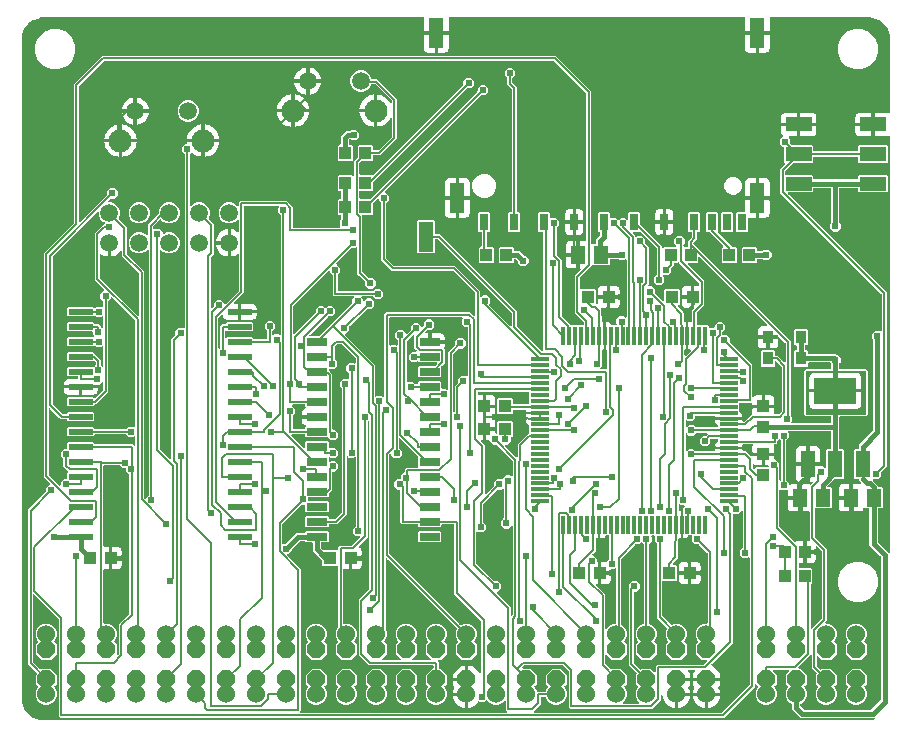
<source format=gtl>
G04 EAGLE Gerber RS-274X export*
G75*
%MOMM*%
%FSLAX34Y34*%
%LPD*%
%INTop Copper*%
%IPPOS*%
%AMOC8*
5,1,8,0,0,1.08239X$1,22.5*%
G01*
%ADD10R,1.300000X1.500000*%
%ADD11R,1.700000X0.650000*%
%ADD12R,1.000000X1.100000*%
%ADD13R,2.032000X0.508000*%
%ADD14C,1.524000*%
%ADD15R,2.200000X1.200000*%
%ADD16R,1.050000X1.080000*%
%ADD17P,1.649562X8X202.500000*%
%ADD18C,1.508000*%
%ADD19C,1.950000*%
%ADD20R,1.500000X0.350000*%
%ADD21R,0.350000X1.500000*%
%ADD22R,1.080000X1.050000*%
%ADD23R,0.711200X1.422400*%
%ADD24R,1.270000X2.540000*%
%ADD25R,0.900000X1.100000*%
%ADD26R,1.219200X2.235200*%
%ADD27R,3.600000X2.200000*%
%ADD28C,0.203200*%
%ADD29C,0.609600*%
%ADD30C,0.406400*%
%ADD31C,0.654800*%
%ADD32C,0.139700*%
%ADD33C,0.152400*%

G36*
X720041Y2037D02*
X720041Y2037D01*
X720097Y2037D01*
X722720Y2329D01*
X722725Y2331D01*
X722731Y2331D01*
X722894Y2370D01*
X723845Y2713D01*
X723946Y2769D01*
X724047Y2823D01*
X724053Y2829D01*
X724060Y2833D01*
X724137Y2918D01*
X724216Y3001D01*
X724220Y3009D01*
X724225Y3015D01*
X724272Y3120D01*
X724320Y3224D01*
X724321Y3232D01*
X724324Y3240D01*
X724334Y3355D01*
X724347Y3468D01*
X724345Y3477D01*
X724346Y3485D01*
X724319Y3597D01*
X724295Y3709D01*
X724290Y3716D01*
X724288Y3724D01*
X724227Y3821D01*
X724169Y3920D01*
X724162Y3925D01*
X724158Y3933D01*
X724069Y4005D01*
X723982Y4080D01*
X723974Y4083D01*
X723967Y4088D01*
X723860Y4129D01*
X723753Y4172D01*
X723743Y4173D01*
X723737Y4175D01*
X723715Y4176D01*
X723587Y4190D01*
X661519Y4190D01*
X654430Y11279D01*
X654430Y15281D01*
X654412Y15395D01*
X654394Y15512D01*
X654392Y15518D01*
X654391Y15524D01*
X654336Y15627D01*
X654283Y15731D01*
X654278Y15736D01*
X654275Y15741D01*
X654191Y15821D01*
X654107Y15904D01*
X654101Y15907D01*
X654097Y15911D01*
X654080Y15919D01*
X653960Y15985D01*
X652752Y16485D01*
X650215Y19022D01*
X648842Y22336D01*
X648842Y25924D01*
X650215Y29238D01*
X650919Y29942D01*
X650930Y29958D01*
X650946Y29970D01*
X651002Y30058D01*
X651062Y30141D01*
X651068Y30160D01*
X651079Y30177D01*
X651104Y30278D01*
X651135Y30377D01*
X651134Y30396D01*
X651139Y30416D01*
X651131Y30519D01*
X651128Y30622D01*
X651121Y30641D01*
X651120Y30661D01*
X651079Y30756D01*
X651044Y30853D01*
X651031Y30869D01*
X651024Y30887D01*
X650919Y31018D01*
X648842Y33095D01*
X648842Y40565D01*
X651871Y43594D01*
X651913Y43652D01*
X651962Y43704D01*
X651984Y43752D01*
X652015Y43794D01*
X652036Y43862D01*
X652066Y43928D01*
X652072Y43979D01*
X652087Y44029D01*
X652085Y44101D01*
X652093Y44172D01*
X652082Y44223D01*
X652081Y44275D01*
X652056Y44342D01*
X652041Y44412D01*
X652014Y44457D01*
X651996Y44506D01*
X651951Y44562D01*
X651915Y44623D01*
X651875Y44657D01*
X651843Y44698D01*
X651782Y44737D01*
X651728Y44783D01*
X651680Y44803D01*
X651636Y44831D01*
X651566Y44848D01*
X651500Y44875D01*
X651428Y44883D01*
X651397Y44891D01*
X651374Y44889D01*
X651333Y44894D01*
X638987Y44894D01*
X638916Y44882D01*
X638845Y44880D01*
X638796Y44862D01*
X638744Y44854D01*
X638681Y44820D01*
X638614Y44796D01*
X638573Y44763D01*
X638527Y44739D01*
X638478Y44687D01*
X638422Y44642D01*
X638393Y44598D01*
X638358Y44561D01*
X638327Y44496D01*
X638289Y44435D01*
X638276Y44385D01*
X638254Y44338D01*
X638246Y44266D01*
X638228Y44197D01*
X638233Y44145D01*
X638227Y44093D01*
X638242Y44023D01*
X638248Y43952D01*
X638268Y43904D01*
X638279Y43853D01*
X638316Y43791D01*
X638344Y43725D01*
X638389Y43669D01*
X638405Y43642D01*
X638423Y43626D01*
X638449Y43594D01*
X641478Y40565D01*
X641478Y33095D01*
X639401Y31018D01*
X639390Y31002D01*
X639374Y30990D01*
X639318Y30903D01*
X639258Y30819D01*
X639252Y30800D01*
X639241Y30783D01*
X639216Y30682D01*
X639185Y30583D01*
X639186Y30564D01*
X639181Y30544D01*
X639189Y30441D01*
X639192Y30338D01*
X639199Y30319D01*
X639200Y30299D01*
X639241Y30204D01*
X639276Y30107D01*
X639289Y30091D01*
X639296Y30073D01*
X639401Y29942D01*
X640105Y29238D01*
X641478Y25924D01*
X641478Y22336D01*
X640105Y19022D01*
X637568Y16485D01*
X634254Y15112D01*
X630666Y15112D01*
X627352Y16485D01*
X624815Y19022D01*
X623442Y22336D01*
X623442Y25924D01*
X624815Y29238D01*
X625519Y29942D01*
X625530Y29958D01*
X625546Y29970D01*
X625602Y30058D01*
X625662Y30141D01*
X625668Y30160D01*
X625679Y30177D01*
X625704Y30278D01*
X625735Y30377D01*
X625734Y30396D01*
X625739Y30416D01*
X625731Y30519D01*
X625728Y30622D01*
X625721Y30641D01*
X625720Y30661D01*
X625679Y30756D01*
X625644Y30853D01*
X625631Y30869D01*
X625624Y30887D01*
X625519Y31018D01*
X623791Y32746D01*
X623733Y32788D01*
X623681Y32837D01*
X623633Y32859D01*
X623591Y32890D01*
X623523Y32911D01*
X623457Y32941D01*
X623406Y32947D01*
X623356Y32962D01*
X623284Y32960D01*
X623213Y32968D01*
X623162Y32957D01*
X623110Y32956D01*
X623043Y32931D01*
X622973Y32916D01*
X622928Y32889D01*
X622879Y32871D01*
X622823Y32826D01*
X622762Y32790D01*
X622728Y32750D01*
X622687Y32718D01*
X622648Y32657D01*
X622602Y32603D01*
X622582Y32555D01*
X622554Y32511D01*
X622537Y32441D01*
X622510Y32375D01*
X622502Y32303D01*
X622494Y32272D01*
X622496Y32249D01*
X622491Y32208D01*
X622491Y30247D01*
X596498Y4254D01*
X34692Y4254D01*
X33464Y5482D01*
X33464Y87716D01*
X33449Y87806D01*
X33442Y87897D01*
X33429Y87927D01*
X33424Y87959D01*
X33381Y88040D01*
X33346Y88124D01*
X33320Y88156D01*
X33309Y88177D01*
X33286Y88199D01*
X33241Y88255D01*
X12921Y108575D01*
X12863Y108617D01*
X12811Y108666D01*
X12763Y108688D01*
X12721Y108718D01*
X12653Y108739D01*
X12587Y108770D01*
X12536Y108775D01*
X12486Y108791D01*
X12414Y108789D01*
X12343Y108797D01*
X12292Y108786D01*
X12240Y108784D01*
X12173Y108760D01*
X12103Y108744D01*
X12058Y108718D01*
X12009Y108700D01*
X11953Y108655D01*
X11892Y108618D01*
X11858Y108579D01*
X11817Y108546D01*
X11778Y108486D01*
X11732Y108431D01*
X11712Y108383D01*
X11684Y108339D01*
X11667Y108270D01*
X11640Y108203D01*
X11632Y108132D01*
X11624Y108101D01*
X11626Y108077D01*
X11621Y108036D01*
X11621Y51984D01*
X11636Y51893D01*
X11643Y51803D01*
X11656Y51773D01*
X11661Y51741D01*
X11704Y51660D01*
X11739Y51576D01*
X11765Y51544D01*
X11776Y51523D01*
X11799Y51501D01*
X11844Y51445D01*
X17745Y45545D01*
X17761Y45533D01*
X17774Y45517D01*
X17861Y45461D01*
X17945Y45401D01*
X17964Y45395D01*
X17981Y45384D01*
X18081Y45359D01*
X18180Y45329D01*
X18200Y45329D01*
X18219Y45324D01*
X18322Y45332D01*
X18426Y45335D01*
X18444Y45342D01*
X18464Y45343D01*
X18559Y45384D01*
X18657Y45419D01*
X18672Y45432D01*
X18691Y45440D01*
X18822Y45545D01*
X19125Y45848D01*
X26595Y45848D01*
X31878Y40565D01*
X31878Y33095D01*
X29801Y31018D01*
X29790Y31002D01*
X29774Y30990D01*
X29718Y30903D01*
X29658Y30819D01*
X29652Y30800D01*
X29641Y30783D01*
X29616Y30682D01*
X29585Y30583D01*
X29586Y30564D01*
X29581Y30544D01*
X29589Y30441D01*
X29592Y30338D01*
X29599Y30319D01*
X29600Y30299D01*
X29641Y30204D01*
X29676Y30107D01*
X29689Y30091D01*
X29696Y30073D01*
X29801Y29942D01*
X30505Y29238D01*
X31878Y25924D01*
X31878Y22336D01*
X30505Y19022D01*
X27968Y16485D01*
X24654Y15112D01*
X21066Y15112D01*
X17752Y16485D01*
X15215Y19022D01*
X13842Y22336D01*
X13842Y25924D01*
X15215Y29238D01*
X15919Y29942D01*
X15930Y29958D01*
X15946Y29970D01*
X16002Y30058D01*
X16062Y30141D01*
X16068Y30160D01*
X16079Y30177D01*
X16104Y30278D01*
X16135Y30377D01*
X16134Y30396D01*
X16139Y30416D01*
X16131Y30519D01*
X16128Y30622D01*
X16121Y30641D01*
X16120Y30661D01*
X16079Y30756D01*
X16044Y30853D01*
X16031Y30869D01*
X16024Y30887D01*
X15919Y31018D01*
X13842Y33095D01*
X13842Y40565D01*
X14780Y41503D01*
X14792Y41520D01*
X14808Y41532D01*
X14864Y41619D01*
X14924Y41703D01*
X14930Y41722D01*
X14941Y41739D01*
X14966Y41839D01*
X14996Y41938D01*
X14996Y41958D01*
X15001Y41978D01*
X14993Y42080D01*
X14990Y42184D01*
X14983Y42203D01*
X14982Y42223D01*
X14941Y42318D01*
X14906Y42415D01*
X14893Y42431D01*
X14885Y42449D01*
X14780Y42580D01*
X8880Y48481D01*
X7429Y49932D01*
X7429Y180573D01*
X22001Y195146D01*
X22054Y195220D01*
X22114Y195289D01*
X22126Y195319D01*
X22145Y195346D01*
X22172Y195432D01*
X22206Y195517D01*
X22210Y195558D01*
X22217Y195581D01*
X22216Y195613D01*
X22224Y195684D01*
X22224Y198692D01*
X24828Y201296D01*
X25677Y201296D01*
X25748Y201307D01*
X25819Y201309D01*
X25868Y201327D01*
X25920Y201335D01*
X25983Y201369D01*
X26050Y201394D01*
X26091Y201426D01*
X26137Y201451D01*
X26186Y201503D01*
X26242Y201547D01*
X26271Y201591D01*
X26306Y201629D01*
X26337Y201694D01*
X26375Y201754D01*
X26388Y201805D01*
X26410Y201852D01*
X26418Y201923D01*
X26435Y201993D01*
X26431Y202045D01*
X26437Y202096D01*
X26422Y202167D01*
X26416Y202238D01*
X26396Y202286D01*
X26385Y202337D01*
X26348Y202398D01*
X26320Y202464D01*
X26275Y202520D01*
X26259Y202548D01*
X26241Y202563D01*
X26215Y202595D01*
X20764Y208047D01*
X20764Y397743D01*
X22215Y399194D01*
X45941Y422920D01*
X45994Y422994D01*
X46053Y423064D01*
X46066Y423094D01*
X46084Y423120D01*
X46111Y423207D01*
X46145Y423292D01*
X46150Y423333D01*
X46157Y423355D01*
X46156Y423387D01*
X46164Y423459D01*
X46164Y540618D01*
X68801Y563255D01*
X70252Y564706D01*
X454258Y564706D01*
X455709Y563255D01*
X482610Y536354D01*
X484061Y534903D01*
X484061Y405899D01*
X484064Y405879D01*
X484062Y405860D01*
X484084Y405758D01*
X484101Y405656D01*
X484110Y405639D01*
X484115Y405619D01*
X484168Y405530D01*
X484216Y405439D01*
X484230Y405425D01*
X484241Y405408D01*
X484319Y405341D01*
X484394Y405269D01*
X484412Y405261D01*
X484428Y405248D01*
X484524Y405209D01*
X484617Y405166D01*
X484637Y405164D01*
X484656Y405156D01*
X484822Y405138D01*
X487299Y405138D01*
X487319Y405141D01*
X487338Y405139D01*
X487440Y405161D01*
X487542Y405177D01*
X487559Y405187D01*
X487579Y405191D01*
X487668Y405244D01*
X487759Y405293D01*
X487773Y405307D01*
X487790Y405317D01*
X487857Y405396D01*
X487929Y405471D01*
X487937Y405489D01*
X487950Y405504D01*
X487989Y405600D01*
X488032Y405694D01*
X488034Y405714D01*
X488042Y405732D01*
X488060Y405899D01*
X488060Y409091D01*
X491647Y412678D01*
X491700Y412752D01*
X491760Y412821D01*
X491772Y412851D01*
X491791Y412877D01*
X491818Y412964D01*
X491852Y413049D01*
X491856Y413090D01*
X491863Y413113D01*
X491862Y413145D01*
X491870Y413216D01*
X491870Y414909D01*
X491867Y414929D01*
X491869Y414948D01*
X491847Y415050D01*
X491831Y415152D01*
X491821Y415169D01*
X491817Y415189D01*
X491764Y415278D01*
X491715Y415369D01*
X491701Y415383D01*
X491691Y415400D01*
X491612Y415467D01*
X491537Y415539D01*
X491519Y415547D01*
X491504Y415560D01*
X491408Y415599D01*
X491314Y415642D01*
X491294Y415644D01*
X491276Y415652D01*
X491172Y415663D01*
X490346Y416489D01*
X490346Y431871D01*
X491165Y432690D01*
X499435Y432690D01*
X500254Y431871D01*
X500254Y427734D01*
X500265Y427663D01*
X500267Y427591D01*
X500285Y427542D01*
X500293Y427491D01*
X500327Y427428D01*
X500352Y427360D01*
X500384Y427320D01*
X500409Y427274D01*
X500460Y427224D01*
X500505Y427168D01*
X500549Y427140D01*
X500587Y427104D01*
X500652Y427074D01*
X500712Y427035D01*
X500763Y427023D01*
X500810Y427001D01*
X500881Y426993D01*
X500951Y426975D01*
X501003Y426979D01*
X501054Y426974D01*
X501125Y426989D01*
X501196Y426994D01*
X501244Y427015D01*
X501295Y427026D01*
X501356Y427063D01*
X501422Y427091D01*
X501478Y427135D01*
X501506Y427152D01*
X501521Y427170D01*
X501553Y427196D01*
X501714Y427356D01*
X505397Y427356D01*
X506827Y425926D01*
X506843Y425914D01*
X506855Y425898D01*
X506943Y425842D01*
X507026Y425782D01*
X507045Y425776D01*
X507062Y425765D01*
X507163Y425740D01*
X507262Y425710D01*
X507281Y425710D01*
X507301Y425705D01*
X507404Y425713D01*
X507507Y425716D01*
X507526Y425723D01*
X507546Y425724D01*
X507641Y425765D01*
X507738Y425800D01*
X507754Y425813D01*
X507772Y425821D01*
X507903Y425926D01*
X509333Y427356D01*
X513017Y427356D01*
X514447Y425925D01*
X514505Y425884D01*
X514557Y425834D01*
X514604Y425812D01*
X514646Y425782D01*
X514715Y425761D01*
X514780Y425731D01*
X514832Y425725D01*
X514882Y425710D01*
X514953Y425711D01*
X515024Y425704D01*
X515075Y425715D01*
X515127Y425716D01*
X515195Y425741D01*
X515265Y425756D01*
X515310Y425783D01*
X515358Y425800D01*
X515414Y425845D01*
X515476Y425882D01*
X515510Y425922D01*
X515550Y425954D01*
X515589Y426014D01*
X515636Y426069D01*
X515655Y426117D01*
X515683Y426161D01*
X515701Y426230D01*
X515728Y426297D01*
X515736Y426368D01*
X515744Y426400D01*
X515742Y426423D01*
X515746Y426464D01*
X515746Y431871D01*
X516565Y432690D01*
X524835Y432690D01*
X525654Y431871D01*
X525654Y422506D01*
X525668Y422416D01*
X525676Y422325D01*
X525688Y422295D01*
X525693Y422263D01*
X525736Y422183D01*
X525772Y422099D01*
X525798Y422067D01*
X525809Y422046D01*
X525832Y422024D01*
X525877Y421968D01*
X542300Y405544D01*
X543751Y404093D01*
X543751Y402736D01*
X543763Y402665D01*
X543765Y402593D01*
X543783Y402544D01*
X543791Y402493D01*
X543825Y402430D01*
X543849Y402362D01*
X543882Y402322D01*
X543906Y402276D01*
X543958Y402226D01*
X544003Y402170D01*
X544047Y402142D01*
X544084Y402106D01*
X544149Y402076D01*
X544210Y402037D01*
X544260Y402025D01*
X544307Y402003D01*
X544379Y401995D01*
X544448Y401977D01*
X544500Y401981D01*
X544552Y401976D01*
X544622Y401991D01*
X544693Y401996D01*
X544741Y402017D01*
X544792Y402028D01*
X544854Y402065D01*
X544920Y402093D01*
X544976Y402137D01*
X545003Y402154D01*
X545019Y402172D01*
X545051Y402197D01*
X545991Y403138D01*
X555207Y403138D01*
X555278Y403149D01*
X555350Y403151D01*
X555399Y403169D01*
X555450Y403177D01*
X555513Y403211D01*
X555581Y403236D01*
X555621Y403268D01*
X555667Y403293D01*
X555717Y403345D01*
X555773Y403389D01*
X555801Y403433D01*
X555837Y403471D01*
X555867Y403536D01*
X555906Y403596D01*
X555918Y403647D01*
X555940Y403694D01*
X555948Y403765D01*
X555966Y403835D01*
X555962Y403887D01*
X555967Y403938D01*
X555952Y404009D01*
X555947Y404080D01*
X555926Y404128D01*
X555915Y404179D01*
X555878Y404240D01*
X555850Y404306D01*
X555806Y404362D01*
X555789Y404390D01*
X555771Y404405D01*
X555746Y404437D01*
X554354Y405828D01*
X554354Y409512D01*
X556958Y412116D01*
X560642Y412116D01*
X563246Y409512D01*
X563246Y405828D01*
X562389Y404972D01*
X562336Y404898D01*
X562277Y404829D01*
X562264Y404798D01*
X562246Y404772D01*
X562219Y404685D01*
X562185Y404600D01*
X562180Y404559D01*
X562173Y404537D01*
X562174Y404505D01*
X562166Y404434D01*
X562166Y403899D01*
X562169Y403879D01*
X562167Y403860D01*
X562189Y403758D01*
X562206Y403656D01*
X562215Y403639D01*
X562220Y403619D01*
X562273Y403530D01*
X562321Y403439D01*
X562335Y403425D01*
X562346Y403408D01*
X562424Y403341D01*
X562499Y403269D01*
X562517Y403261D01*
X562533Y403248D01*
X562629Y403209D01*
X562722Y403166D01*
X562742Y403164D01*
X562761Y403156D01*
X562927Y403138D01*
X565649Y403138D01*
X565669Y403141D01*
X565688Y403139D01*
X565790Y403161D01*
X565892Y403177D01*
X565909Y403187D01*
X565929Y403191D01*
X566018Y403244D01*
X566109Y403293D01*
X566123Y403307D01*
X566140Y403317D01*
X566207Y403396D01*
X566279Y403471D01*
X566287Y403489D01*
X566300Y403504D01*
X566339Y403600D01*
X566382Y403694D01*
X566384Y403714D01*
X566392Y403732D01*
X566410Y403899D01*
X566410Y408175D01*
X569117Y410882D01*
X569170Y410956D01*
X569230Y411025D01*
X569242Y411055D01*
X569261Y411081D01*
X569288Y411168D01*
X569322Y411253D01*
X569326Y411294D01*
X569333Y411316D01*
X569332Y411349D01*
X569340Y411420D01*
X569340Y414909D01*
X569337Y414929D01*
X569339Y414948D01*
X569317Y415050D01*
X569301Y415152D01*
X569291Y415169D01*
X569287Y415189D01*
X569234Y415278D01*
X569185Y415369D01*
X569171Y415383D01*
X569161Y415400D01*
X569082Y415467D01*
X569007Y415539D01*
X568989Y415547D01*
X568974Y415560D01*
X568878Y415599D01*
X568784Y415642D01*
X568764Y415644D01*
X568746Y415652D01*
X568579Y415670D01*
X567365Y415670D01*
X566546Y416489D01*
X566546Y431871D01*
X567365Y432690D01*
X575635Y432690D01*
X576454Y431871D01*
X576454Y416489D01*
X575635Y415670D01*
X574421Y415670D01*
X574401Y415667D01*
X574382Y415669D01*
X574280Y415647D01*
X574178Y415631D01*
X574161Y415621D01*
X574141Y415617D01*
X574052Y415564D01*
X573961Y415515D01*
X573947Y415501D01*
X573930Y415491D01*
X573863Y415412D01*
X573791Y415337D01*
X573783Y415319D01*
X573770Y415304D01*
X573731Y415208D01*
X573688Y415114D01*
X573686Y415094D01*
X573678Y415076D01*
X573660Y414909D01*
X573660Y409315D01*
X570953Y406608D01*
X570900Y406534D01*
X570840Y406465D01*
X570828Y406435D01*
X570809Y406409D01*
X570782Y406322D01*
X570748Y406237D01*
X570744Y406196D01*
X570737Y406174D01*
X570738Y406141D01*
X570730Y406070D01*
X570730Y406005D01*
X570744Y405915D01*
X570752Y405824D01*
X570764Y405794D01*
X570769Y405762D01*
X570812Y405682D01*
X570848Y405598D01*
X570874Y405566D01*
X570885Y405545D01*
X570908Y405523D01*
X570953Y405467D01*
X573059Y403361D01*
X573133Y403308D01*
X573202Y403248D01*
X573232Y403236D01*
X573259Y403217D01*
X573346Y403190D01*
X573430Y403156D01*
X573471Y403152D01*
X573494Y403145D01*
X573526Y403146D01*
X573597Y403138D01*
X574149Y403138D01*
X574968Y402319D01*
X574968Y401767D01*
X574982Y401677D01*
X574990Y401586D01*
X575002Y401556D01*
X575007Y401524D01*
X575050Y401444D01*
X575086Y401360D01*
X575112Y401328D01*
X575123Y401307D01*
X575146Y401285D01*
X575191Y401229D01*
X652971Y323448D01*
X652971Y260411D01*
X652986Y260321D01*
X652993Y260230D01*
X653006Y260201D01*
X653011Y260169D01*
X653054Y260088D01*
X653089Y260004D01*
X653115Y259972D01*
X653126Y259951D01*
X653149Y259929D01*
X653194Y259873D01*
X654051Y259017D01*
X654051Y255334D01*
X653776Y255059D01*
X653735Y255001D01*
X653685Y254949D01*
X653663Y254902D01*
X653633Y254860D01*
X653612Y254791D01*
X653582Y254726D01*
X653576Y254674D01*
X653561Y254624D01*
X653562Y254553D01*
X653555Y254482D01*
X653566Y254431D01*
X653567Y254379D01*
X653592Y254311D01*
X653607Y254241D01*
X653634Y254196D01*
X653651Y254148D01*
X653696Y254092D01*
X653733Y254030D01*
X653773Y253996D01*
X653805Y253956D01*
X653865Y253917D01*
X653920Y253870D01*
X653968Y253851D01*
X654012Y253823D01*
X654081Y253805D01*
X654148Y253778D01*
X654219Y253770D01*
X654251Y253762D01*
X654274Y253764D01*
X654315Y253760D01*
X686689Y253760D01*
X686709Y253763D01*
X686728Y253761D01*
X686830Y253783D01*
X686932Y253799D01*
X686949Y253809D01*
X686969Y253813D01*
X687058Y253866D01*
X687149Y253915D01*
X687163Y253929D01*
X687180Y253939D01*
X687247Y254018D01*
X687319Y254093D01*
X687327Y254111D01*
X687340Y254126D01*
X687379Y254222D01*
X687422Y254316D01*
X687424Y254336D01*
X687432Y254354D01*
X687450Y254521D01*
X687450Y258763D01*
X687447Y258782D01*
X687449Y258802D01*
X687427Y258903D01*
X687411Y259005D01*
X687401Y259023D01*
X687397Y259042D01*
X687344Y259131D01*
X687295Y259223D01*
X687281Y259236D01*
X687271Y259253D01*
X687192Y259321D01*
X687117Y259392D01*
X687099Y259400D01*
X687084Y259413D01*
X686988Y259452D01*
X686894Y259496D01*
X686874Y259498D01*
X686856Y259505D01*
X686689Y259524D01*
X665882Y259524D01*
X664654Y260752D01*
X664654Y298048D01*
X665882Y299276D01*
X686689Y299276D01*
X686709Y299279D01*
X686728Y299277D01*
X686830Y299299D01*
X686932Y299316D01*
X686949Y299325D01*
X686969Y299330D01*
X687058Y299383D01*
X687149Y299431D01*
X687163Y299445D01*
X687180Y299456D01*
X687247Y299534D01*
X687319Y299609D01*
X687327Y299627D01*
X687340Y299643D01*
X687379Y299739D01*
X687422Y299832D01*
X687424Y299852D01*
X687432Y299871D01*
X687450Y300037D01*
X687450Y304167D01*
X687436Y304257D01*
X687428Y304348D01*
X687416Y304378D01*
X687411Y304410D01*
X687368Y304491D01*
X687332Y304574D01*
X687306Y304607D01*
X687295Y304627D01*
X687272Y304649D01*
X687227Y304705D01*
X687085Y304847D01*
X687012Y304900D01*
X686942Y304960D01*
X686912Y304972D01*
X686886Y304991D01*
X686799Y305018D01*
X686714Y305052D01*
X686673Y305056D01*
X686651Y305063D01*
X686618Y305062D01*
X686547Y305070D01*
X668359Y305070D01*
X668339Y305067D01*
X668320Y305069D01*
X668218Y305047D01*
X668116Y305031D01*
X668099Y305021D01*
X668079Y305017D01*
X667990Y304964D01*
X667899Y304915D01*
X667885Y304901D01*
X667868Y304891D01*
X667801Y304812D01*
X667729Y304737D01*
X667721Y304719D01*
X667708Y304704D01*
X667669Y304608D01*
X667626Y304514D01*
X667624Y304494D01*
X667616Y304476D01*
X667598Y304309D01*
X667598Y302421D01*
X666779Y301602D01*
X656621Y301602D01*
X655802Y302421D01*
X655802Y314579D01*
X656621Y315398D01*
X657509Y315398D01*
X657529Y315401D01*
X657548Y315399D01*
X657650Y315421D01*
X657752Y315437D01*
X657769Y315447D01*
X657789Y315451D01*
X657878Y315504D01*
X657969Y315553D01*
X657983Y315567D01*
X658000Y315577D01*
X658067Y315656D01*
X658139Y315731D01*
X658147Y315749D01*
X658160Y315764D01*
X658199Y315860D01*
X658242Y315954D01*
X658244Y315974D01*
X658252Y315992D01*
X658270Y316159D01*
X658270Y318841D01*
X658267Y318861D01*
X658269Y318880D01*
X658247Y318982D01*
X658231Y319084D01*
X658221Y319101D01*
X658217Y319121D01*
X658164Y319210D01*
X658115Y319301D01*
X658101Y319315D01*
X658091Y319332D01*
X658012Y319399D01*
X657937Y319471D01*
X657919Y319479D01*
X657904Y319492D01*
X657808Y319531D01*
X657714Y319574D01*
X657694Y319576D01*
X657676Y319584D01*
X657509Y319602D01*
X656621Y319602D01*
X655802Y320421D01*
X655802Y332579D01*
X656621Y333398D01*
X666779Y333398D01*
X667598Y332579D01*
X667598Y320421D01*
X666779Y319602D01*
X665891Y319602D01*
X665871Y319599D01*
X665852Y319601D01*
X665750Y319579D01*
X665648Y319563D01*
X665631Y319553D01*
X665611Y319549D01*
X665522Y319496D01*
X665431Y319447D01*
X665417Y319433D01*
X665400Y319423D01*
X665333Y319344D01*
X665261Y319269D01*
X665253Y319251D01*
X665240Y319236D01*
X665201Y319140D01*
X665158Y319046D01*
X665156Y319026D01*
X665148Y319008D01*
X665130Y318841D01*
X665130Y316159D01*
X665133Y316139D01*
X665131Y316120D01*
X665153Y316018D01*
X665169Y315916D01*
X665179Y315899D01*
X665183Y315879D01*
X665236Y315790D01*
X665285Y315699D01*
X665299Y315685D01*
X665309Y315668D01*
X665388Y315601D01*
X665463Y315529D01*
X665481Y315521D01*
X665496Y315508D01*
X665592Y315469D01*
X665686Y315426D01*
X665706Y315424D01*
X665724Y315416D01*
X665891Y315398D01*
X666779Y315398D01*
X667598Y314579D01*
X667598Y312691D01*
X667601Y312671D01*
X667599Y312652D01*
X667621Y312550D01*
X667637Y312448D01*
X667647Y312431D01*
X667651Y312411D01*
X667704Y312322D01*
X667753Y312231D01*
X667767Y312217D01*
X667777Y312200D01*
X667856Y312133D01*
X667931Y312061D01*
X667949Y312053D01*
X667964Y312040D01*
X668060Y312001D01*
X668154Y311958D01*
X668174Y311956D01*
X668192Y311948D01*
X668359Y311930D01*
X691166Y311930D01*
X691205Y311896D01*
X691235Y311884D01*
X691261Y311865D01*
X691348Y311838D01*
X691433Y311804D01*
X691474Y311800D01*
X691497Y311793D01*
X691529Y311794D01*
X691600Y311786D01*
X692722Y311786D01*
X695326Y309182D01*
X695326Y305498D01*
X694533Y304705D01*
X694480Y304632D01*
X694420Y304562D01*
X694408Y304532D01*
X694389Y304506D01*
X694362Y304419D01*
X694328Y304334D01*
X694324Y304293D01*
X694317Y304271D01*
X694318Y304238D01*
X694310Y304167D01*
X694310Y300037D01*
X694313Y300018D01*
X694311Y299998D01*
X694333Y299897D01*
X694349Y299795D01*
X694359Y299777D01*
X694363Y299758D01*
X694416Y299669D01*
X694465Y299577D01*
X694479Y299564D01*
X694489Y299547D01*
X694568Y299479D01*
X694643Y299408D01*
X694661Y299400D01*
X694676Y299387D01*
X694772Y299348D01*
X694866Y299304D01*
X694886Y299302D01*
X694904Y299295D01*
X695071Y299276D01*
X717148Y299276D01*
X718376Y298048D01*
X718376Y260752D01*
X717148Y259524D01*
X695071Y259524D01*
X695051Y259521D01*
X695032Y259523D01*
X694930Y259501D01*
X694828Y259484D01*
X694811Y259475D01*
X694791Y259470D01*
X694702Y259417D01*
X694611Y259369D01*
X694597Y259355D01*
X694580Y259344D01*
X694513Y259266D01*
X694441Y259191D01*
X694433Y259173D01*
X694420Y259157D01*
X694381Y259061D01*
X694338Y258968D01*
X694336Y258948D01*
X694328Y258929D01*
X694310Y258763D01*
X694310Y232537D01*
X694313Y232517D01*
X694311Y232498D01*
X694333Y232396D01*
X694349Y232294D01*
X694359Y232277D01*
X694363Y232257D01*
X694416Y232168D01*
X694465Y232077D01*
X694479Y232063D01*
X694489Y232046D01*
X694568Y231979D01*
X694643Y231907D01*
X694661Y231899D01*
X694676Y231886D01*
X694772Y231847D01*
X694866Y231804D01*
X694886Y231802D01*
X694904Y231794D01*
X695071Y231776D01*
X697555Y231776D01*
X698374Y230957D01*
X698374Y207447D01*
X697555Y206628D01*
X690584Y206628D01*
X690494Y206614D01*
X690403Y206606D01*
X690373Y206594D01*
X690341Y206589D01*
X690261Y206546D01*
X690177Y206510D01*
X690145Y206484D01*
X690124Y206473D01*
X690102Y206450D01*
X690046Y206405D01*
X684338Y200697D01*
X684296Y200639D01*
X684246Y200587D01*
X684224Y200540D01*
X684194Y200498D01*
X684173Y200429D01*
X684143Y200364D01*
X684137Y200312D01*
X684122Y200262D01*
X684124Y200191D01*
X684116Y200120D01*
X684127Y200069D01*
X684128Y200017D01*
X684153Y199949D01*
X684168Y199879D01*
X684195Y199835D01*
X684213Y199786D01*
X684257Y199730D01*
X684294Y199668D01*
X684334Y199634D01*
X684366Y199594D01*
X684427Y199555D01*
X684481Y199508D01*
X684529Y199489D01*
X684573Y199461D01*
X684643Y199443D01*
X684709Y199416D01*
X684781Y199408D01*
X684812Y199400D01*
X684835Y199402D01*
X684876Y199398D01*
X687139Y199398D01*
X687958Y198579D01*
X687958Y182421D01*
X687139Y181602D01*
X674052Y181602D01*
X674033Y181599D01*
X674013Y181601D01*
X673912Y181579D01*
X673810Y181563D01*
X673792Y181553D01*
X673773Y181549D01*
X673684Y181496D01*
X673592Y181447D01*
X673579Y181433D01*
X673562Y181423D01*
X673494Y181344D01*
X673423Y181269D01*
X673415Y181251D01*
X673402Y181236D01*
X673363Y181140D01*
X673319Y181046D01*
X673317Y181026D01*
X673310Y181008D01*
X673291Y180841D01*
X673291Y158029D01*
X673306Y157939D01*
X673313Y157848D01*
X673326Y157818D01*
X673331Y157786D01*
X673374Y157705D01*
X673409Y157621D01*
X673435Y157589D01*
X673446Y157568D01*
X673469Y157546D01*
X673514Y157490D01*
X683451Y147553D01*
X683451Y86127D01*
X682572Y85247D01*
X682530Y85189D01*
X682481Y85137D01*
X682459Y85090D01*
X682428Y85048D01*
X682407Y84979D01*
X682377Y84914D01*
X682371Y84862D01*
X682356Y84812D01*
X682358Y84741D01*
X682350Y84670D01*
X682361Y84619D01*
X682362Y84567D01*
X682387Y84499D01*
X682402Y84429D01*
X682429Y84384D01*
X682447Y84336D01*
X682492Y84280D01*
X682528Y84218D01*
X682568Y84184D01*
X682600Y84144D01*
X682661Y84105D01*
X682715Y84058D01*
X682764Y84039D01*
X682807Y84011D01*
X682877Y83993D01*
X682943Y83966D01*
X683015Y83958D01*
X683046Y83950D01*
X683069Y83952D01*
X683110Y83948D01*
X685054Y83948D01*
X688368Y82575D01*
X690905Y80038D01*
X692278Y76724D01*
X692278Y73136D01*
X690905Y69822D01*
X690201Y69118D01*
X690190Y69102D01*
X690174Y69090D01*
X690118Y69002D01*
X690058Y68919D01*
X690052Y68900D01*
X690041Y68883D01*
X690016Y68782D01*
X689985Y68683D01*
X689986Y68664D01*
X689981Y68644D01*
X689989Y68541D01*
X689992Y68438D01*
X689999Y68419D01*
X690000Y68399D01*
X690041Y68304D01*
X690076Y68207D01*
X690089Y68191D01*
X690096Y68173D01*
X690201Y68042D01*
X692278Y65965D01*
X692278Y58495D01*
X686995Y53212D01*
X679525Y53212D01*
X676496Y56241D01*
X676438Y56283D01*
X676386Y56332D01*
X676338Y56354D01*
X676296Y56385D01*
X676228Y56406D01*
X676162Y56436D01*
X676111Y56442D01*
X676061Y56457D01*
X675989Y56455D01*
X675918Y56463D01*
X675867Y56452D01*
X675815Y56451D01*
X675748Y56426D01*
X675678Y56411D01*
X675633Y56384D01*
X675584Y56366D01*
X675528Y56321D01*
X675467Y56285D01*
X675433Y56245D01*
X675392Y56213D01*
X675353Y56152D01*
X675307Y56098D01*
X675287Y56050D01*
X675259Y56006D01*
X675242Y55936D01*
X675215Y55870D01*
X675207Y55798D01*
X675199Y55767D01*
X675201Y55744D01*
X675196Y55703D01*
X675196Y48174D01*
X675211Y48084D01*
X675218Y47993D01*
X675231Y47963D01*
X675236Y47931D01*
X675279Y47850D01*
X675314Y47766D01*
X675340Y47734D01*
X675351Y47713D01*
X675374Y47691D01*
X675419Y47635D01*
X677827Y45227D01*
X677844Y45215D01*
X677856Y45200D01*
X677943Y45144D01*
X678027Y45083D01*
X678046Y45078D01*
X678063Y45067D01*
X678163Y45042D01*
X678262Y45011D01*
X678282Y45012D01*
X678302Y45007D01*
X678405Y45015D01*
X678508Y45017D01*
X678527Y45024D01*
X678547Y45026D01*
X678642Y45066D01*
X678739Y45102D01*
X678755Y45114D01*
X678773Y45122D01*
X678904Y45227D01*
X679525Y45848D01*
X686995Y45848D01*
X692278Y40565D01*
X692278Y33095D01*
X690201Y31018D01*
X690190Y31002D01*
X690174Y30990D01*
X690118Y30903D01*
X690058Y30819D01*
X690052Y30800D01*
X690041Y30783D01*
X690016Y30682D01*
X689985Y30583D01*
X689986Y30564D01*
X689981Y30544D01*
X689989Y30441D01*
X689992Y30338D01*
X689999Y30319D01*
X690000Y30299D01*
X690041Y30204D01*
X690076Y30107D01*
X690089Y30091D01*
X690096Y30073D01*
X690201Y29942D01*
X690905Y29238D01*
X692278Y25924D01*
X692278Y22336D01*
X690905Y19022D01*
X688368Y16485D01*
X685054Y15112D01*
X681466Y15112D01*
X678152Y16485D01*
X675615Y19022D01*
X674242Y22336D01*
X674242Y25924D01*
X675615Y29238D01*
X676319Y29942D01*
X676330Y29958D01*
X676346Y29970D01*
X676402Y30058D01*
X676462Y30141D01*
X676468Y30160D01*
X676479Y30177D01*
X676504Y30278D01*
X676535Y30377D01*
X676534Y30396D01*
X676539Y30416D01*
X676531Y30519D01*
X676528Y30622D01*
X676521Y30641D01*
X676520Y30661D01*
X676479Y30756D01*
X676444Y30853D01*
X676431Y30869D01*
X676424Y30887D01*
X676319Y31018D01*
X674242Y33095D01*
X674242Y40565D01*
X674863Y41186D01*
X674875Y41202D01*
X674890Y41215D01*
X674946Y41302D01*
X675007Y41386D01*
X675012Y41405D01*
X675023Y41421D01*
X675048Y41522D01*
X675079Y41621D01*
X675078Y41641D01*
X675083Y41660D01*
X675075Y41763D01*
X675073Y41867D01*
X675066Y41885D01*
X675064Y41905D01*
X675024Y42000D01*
X674988Y42098D01*
X674976Y42113D01*
X674968Y42132D01*
X674863Y42263D01*
X671004Y46122D01*
X671004Y56601D01*
X670992Y56672D01*
X670990Y56744D01*
X670972Y56793D01*
X670964Y56844D01*
X670931Y56907D01*
X670906Y56975D01*
X670873Y57016D01*
X670849Y57062D01*
X670797Y57111D01*
X670752Y57167D01*
X670708Y57195D01*
X670671Y57231D01*
X670606Y57261D01*
X670545Y57300D01*
X670495Y57313D01*
X670448Y57335D01*
X670376Y57342D01*
X670307Y57360D01*
X670255Y57356D01*
X670203Y57362D01*
X670133Y57346D01*
X670062Y57341D01*
X670014Y57321D01*
X669963Y57309D01*
X669901Y57273D01*
X669835Y57245D01*
X669779Y57200D01*
X669752Y57183D01*
X669736Y57165D01*
X669704Y57140D01*
X659712Y47147D01*
X659670Y47089D01*
X659621Y47037D01*
X659599Y46990D01*
X659568Y46948D01*
X659547Y46879D01*
X659517Y46814D01*
X659511Y46762D01*
X659496Y46712D01*
X659498Y46641D01*
X659490Y46570D01*
X659501Y46519D01*
X659502Y46467D01*
X659527Y46399D01*
X659542Y46329D01*
X659569Y46285D01*
X659587Y46236D01*
X659632Y46180D01*
X659668Y46118D01*
X659708Y46084D01*
X659740Y46044D01*
X659801Y46005D01*
X659855Y45958D01*
X659904Y45939D01*
X659947Y45911D01*
X660017Y45893D01*
X660083Y45866D01*
X660155Y45858D01*
X660186Y45850D01*
X660209Y45852D01*
X660250Y45848D01*
X661595Y45848D01*
X666878Y40565D01*
X666878Y33095D01*
X664801Y31018D01*
X664790Y31002D01*
X664774Y30990D01*
X664718Y30903D01*
X664658Y30819D01*
X664652Y30800D01*
X664641Y30783D01*
X664616Y30682D01*
X664585Y30583D01*
X664586Y30564D01*
X664581Y30544D01*
X664589Y30441D01*
X664592Y30338D01*
X664599Y30319D01*
X664600Y30299D01*
X664641Y30204D01*
X664676Y30107D01*
X664689Y30091D01*
X664696Y30073D01*
X664801Y29942D01*
X665505Y29238D01*
X666878Y25924D01*
X666878Y22336D01*
X665505Y19022D01*
X662968Y16485D01*
X661760Y15985D01*
X661660Y15923D01*
X661560Y15863D01*
X661556Y15858D01*
X661551Y15855D01*
X661476Y15764D01*
X661400Y15676D01*
X661398Y15670D01*
X661394Y15665D01*
X661352Y15557D01*
X661308Y15448D01*
X661307Y15440D01*
X661306Y15436D01*
X661305Y15418D01*
X661290Y15281D01*
X661290Y14436D01*
X661304Y14346D01*
X661312Y14255D01*
X661324Y14225D01*
X661329Y14193D01*
X661372Y14113D01*
X661408Y14029D01*
X661434Y13997D01*
X661445Y13976D01*
X661468Y13954D01*
X661513Y13898D01*
X664138Y11273D01*
X664212Y11220D01*
X664281Y11160D01*
X664311Y11148D01*
X664337Y11129D01*
X664424Y11102D01*
X664509Y11068D01*
X664550Y11064D01*
X664573Y11057D01*
X664605Y11058D01*
X664676Y11050D01*
X720894Y11050D01*
X720984Y11064D01*
X721075Y11072D01*
X721105Y11084D01*
X721137Y11089D01*
X721217Y11132D01*
X721301Y11168D01*
X721333Y11194D01*
X721354Y11205D01*
X721376Y11228D01*
X721432Y11273D01*
X729137Y18978D01*
X729190Y19052D01*
X729250Y19121D01*
X729262Y19151D01*
X729281Y19177D01*
X729308Y19264D01*
X729342Y19349D01*
X729346Y19390D01*
X729353Y19413D01*
X729352Y19445D01*
X729360Y19516D01*
X729360Y140504D01*
X729346Y140594D01*
X729338Y140685D01*
X729326Y140715D01*
X729321Y140747D01*
X729278Y140827D01*
X729242Y140911D01*
X729216Y140943D01*
X729205Y140964D01*
X729182Y140986D01*
X729137Y141042D01*
X719810Y150369D01*
X719810Y180841D01*
X719807Y180861D01*
X719809Y180880D01*
X719787Y180982D01*
X719771Y181084D01*
X719761Y181101D01*
X719757Y181121D01*
X719704Y181210D01*
X719655Y181301D01*
X719641Y181315D01*
X719631Y181332D01*
X719552Y181399D01*
X719477Y181471D01*
X719459Y181479D01*
X719444Y181492D01*
X719348Y181531D01*
X719254Y181574D01*
X719234Y181576D01*
X719216Y181584D01*
X719049Y181602D01*
X716161Y181602D01*
X715841Y181922D01*
X715764Y181978D01*
X715691Y182039D01*
X715665Y182049D01*
X715642Y182065D01*
X715551Y182093D01*
X715462Y182128D01*
X715434Y182130D01*
X715407Y182138D01*
X715311Y182135D01*
X715216Y182140D01*
X715189Y182132D01*
X715161Y182131D01*
X715071Y182099D01*
X714979Y182073D01*
X714956Y182057D01*
X714930Y182047D01*
X714855Y181988D01*
X714777Y181933D01*
X714760Y181911D01*
X714738Y181893D01*
X714686Y181813D01*
X714629Y181737D01*
X714616Y181704D01*
X714605Y181686D01*
X714597Y181655D01*
X714568Y181581D01*
X714528Y181431D01*
X713993Y180504D01*
X713236Y179747D01*
X712309Y179212D01*
X711275Y178935D01*
X705763Y178935D01*
X705763Y189738D01*
X705760Y189758D01*
X705762Y189777D01*
X705740Y189879D01*
X705723Y189981D01*
X705714Y189998D01*
X705710Y190018D01*
X705657Y190107D01*
X705608Y190198D01*
X705594Y190212D01*
X705584Y190229D01*
X705505Y190296D01*
X705430Y190367D01*
X705412Y190376D01*
X705397Y190389D01*
X705301Y190428D01*
X705207Y190471D01*
X705187Y190473D01*
X705169Y190481D01*
X705002Y190499D01*
X704239Y190499D01*
X704239Y190501D01*
X705002Y190501D01*
X705022Y190504D01*
X705041Y190502D01*
X705143Y190524D01*
X705245Y190541D01*
X705262Y190550D01*
X705282Y190554D01*
X705371Y190607D01*
X705462Y190656D01*
X705476Y190670D01*
X705493Y190680D01*
X705560Y190759D01*
X705631Y190834D01*
X705640Y190852D01*
X705653Y190867D01*
X705692Y190963D01*
X705735Y191057D01*
X705737Y191077D01*
X705745Y191095D01*
X705763Y191262D01*
X705763Y202065D01*
X711275Y202065D01*
X712028Y201863D01*
X712075Y201858D01*
X712121Y201844D01*
X712197Y201846D01*
X712272Y201839D01*
X712319Y201849D01*
X712367Y201851D01*
X712438Y201877D01*
X712512Y201894D01*
X712553Y201919D01*
X712598Y201935D01*
X712657Y201982D01*
X712722Y202022D01*
X712753Y202059D01*
X712790Y202089D01*
X712831Y202153D01*
X712880Y202211D01*
X712897Y202255D01*
X712923Y202296D01*
X712942Y202369D01*
X712969Y202440D01*
X712971Y202488D01*
X712983Y202534D01*
X712977Y202610D01*
X712981Y202685D01*
X712968Y202732D01*
X712964Y202779D01*
X712934Y202849D01*
X712914Y202922D01*
X712887Y202962D01*
X712868Y203006D01*
X712787Y203106D01*
X712775Y203125D01*
X712769Y203129D01*
X712763Y203137D01*
X710564Y205335D01*
X710564Y205867D01*
X710561Y205887D01*
X710563Y205906D01*
X710541Y206008D01*
X710525Y206110D01*
X710515Y206127D01*
X710511Y206147D01*
X710458Y206236D01*
X710409Y206327D01*
X710395Y206341D01*
X710385Y206358D01*
X710306Y206425D01*
X710231Y206497D01*
X710213Y206505D01*
X710198Y206518D01*
X710102Y206557D01*
X710008Y206600D01*
X709988Y206602D01*
X709970Y206610D01*
X709803Y206628D01*
X707319Y206628D01*
X706500Y207447D01*
X706500Y230957D01*
X707319Y231776D01*
X709803Y231776D01*
X709823Y231779D01*
X709842Y231777D01*
X709944Y231799D01*
X710046Y231815D01*
X710063Y231825D01*
X710083Y231829D01*
X710172Y231882D01*
X710263Y231931D01*
X710277Y231945D01*
X710294Y231955D01*
X710361Y232034D01*
X710433Y232109D01*
X710441Y232127D01*
X710454Y232142D01*
X710493Y232238D01*
X710536Y232332D01*
X710538Y232352D01*
X710546Y232370D01*
X710564Y232537D01*
X710564Y235355D01*
X722787Y247578D01*
X722840Y247652D01*
X722900Y247721D01*
X722912Y247751D01*
X722931Y247777D01*
X722958Y247864D01*
X722992Y247949D01*
X722996Y247990D01*
X723003Y248013D01*
X723002Y248045D01*
X723010Y248116D01*
X723010Y324487D01*
X722996Y324577D01*
X722988Y324668D01*
X722976Y324698D01*
X722971Y324730D01*
X722928Y324811D01*
X722892Y324894D01*
X722866Y324927D01*
X722855Y324947D01*
X722832Y324969D01*
X722787Y325025D01*
X721994Y325818D01*
X721994Y329502D01*
X724598Y332106D01*
X728281Y332106D01*
X728759Y331628D01*
X728818Y331586D01*
X728869Y331537D01*
X728917Y331515D01*
X728959Y331484D01*
X729027Y331463D01*
X729093Y331433D01*
X729144Y331427D01*
X729194Y331412D01*
X729266Y331414D01*
X729337Y331406D01*
X729388Y331417D01*
X729440Y331418D01*
X729507Y331443D01*
X729577Y331458D01*
X729622Y331485D01*
X729671Y331503D01*
X729727Y331548D01*
X729788Y331584D01*
X729822Y331624D01*
X729863Y331657D01*
X729902Y331717D01*
X729948Y331771D01*
X729968Y331820D01*
X729996Y331864D01*
X730013Y331933D01*
X730040Y332000D01*
X730048Y332071D01*
X730056Y332102D01*
X730054Y332125D01*
X730059Y332166D01*
X730059Y362671D01*
X730044Y362761D01*
X730037Y362852D01*
X730024Y362882D01*
X730019Y362914D01*
X729976Y362995D01*
X729941Y363079D01*
X729915Y363111D01*
X729904Y363132D01*
X729881Y363154D01*
X729836Y363210D01*
X644334Y448712D01*
X644334Y468863D01*
X648449Y472978D01*
X648460Y472994D01*
X648476Y473007D01*
X648532Y473094D01*
X648592Y473178D01*
X648598Y473197D01*
X648609Y473214D01*
X648634Y473314D01*
X648665Y473413D01*
X648664Y473433D01*
X648669Y473452D01*
X648661Y473555D01*
X648658Y473659D01*
X648651Y473678D01*
X648650Y473697D01*
X648609Y473792D01*
X648574Y473890D01*
X648561Y473905D01*
X648553Y473924D01*
X648449Y474055D01*
X647482Y475021D01*
X647482Y486918D01*
X647479Y486938D01*
X647481Y486957D01*
X647459Y487059D01*
X647443Y487161D01*
X647433Y487178D01*
X647429Y487198D01*
X647376Y487287D01*
X647327Y487378D01*
X647313Y487392D01*
X647303Y487409D01*
X647224Y487476D01*
X647149Y487548D01*
X647131Y487556D01*
X647116Y487569D01*
X647020Y487608D01*
X646926Y487651D01*
X646906Y487653D01*
X646888Y487661D01*
X646721Y487679D01*
X646493Y487679D01*
X643889Y490283D01*
X643889Y493967D01*
X646289Y496366D01*
X646301Y496382D01*
X646316Y496395D01*
X646372Y496482D01*
X646432Y496566D01*
X646438Y496585D01*
X646449Y496602D01*
X646474Y496702D01*
X646505Y496801D01*
X646504Y496821D01*
X646509Y496840D01*
X646501Y496943D01*
X646498Y497047D01*
X646492Y497066D01*
X646490Y497085D01*
X646450Y497180D01*
X646414Y497278D01*
X646401Y497293D01*
X646394Y497312D01*
X646289Y497443D01*
X645627Y498104D01*
X645092Y499031D01*
X644815Y500065D01*
X644815Y505077D01*
X658357Y505077D01*
X658357Y496535D01*
X652050Y496535D01*
X651979Y496524D01*
X651907Y496522D01*
X651858Y496504D01*
X651807Y496496D01*
X651744Y496462D01*
X651676Y496437D01*
X651636Y496405D01*
X651590Y496380D01*
X651540Y496328D01*
X651484Y496284D01*
X651456Y496240D01*
X651420Y496202D01*
X651390Y496137D01*
X651351Y496077D01*
X651339Y496026D01*
X651317Y495979D01*
X651309Y495908D01*
X651291Y495838D01*
X651295Y495786D01*
X651290Y495735D01*
X651305Y495664D01*
X651310Y495593D01*
X651331Y495545D01*
X651342Y495494D01*
X651379Y495433D01*
X651407Y495367D01*
X651451Y495311D01*
X651468Y495283D01*
X651486Y495268D01*
X651511Y495236D01*
X652781Y493967D01*
X652781Y490959D01*
X652795Y490869D01*
X652803Y490778D01*
X652815Y490748D01*
X652820Y490716D01*
X652863Y490636D01*
X652899Y490552D01*
X652925Y490520D01*
X652936Y490499D01*
X652959Y490477D01*
X653004Y490421D01*
X654204Y489221D01*
X654278Y489168D01*
X654347Y489108D01*
X654377Y489096D01*
X654404Y489077D01*
X654491Y489050D01*
X654575Y489016D01*
X654616Y489012D01*
X654639Y489005D01*
X654671Y489006D01*
X654742Y488998D01*
X671459Y488998D01*
X672278Y488179D01*
X672278Y484521D01*
X672281Y484501D01*
X672279Y484482D01*
X672301Y484380D01*
X672317Y484278D01*
X672327Y484261D01*
X672331Y484241D01*
X672384Y484152D01*
X672433Y484061D01*
X672447Y484047D01*
X672457Y484030D01*
X672536Y483963D01*
X672611Y483891D01*
X672629Y483883D01*
X672644Y483870D01*
X672740Y483831D01*
X672834Y483788D01*
X672854Y483786D01*
X672872Y483778D01*
X673039Y483760D01*
X709721Y483760D01*
X709741Y483763D01*
X709760Y483761D01*
X709862Y483783D01*
X709964Y483799D01*
X709981Y483809D01*
X710001Y483813D01*
X710090Y483866D01*
X710181Y483915D01*
X710195Y483929D01*
X710212Y483939D01*
X710279Y484018D01*
X710351Y484093D01*
X710359Y484111D01*
X710372Y484126D01*
X710411Y484222D01*
X710454Y484316D01*
X710456Y484336D01*
X710464Y484354D01*
X710482Y484521D01*
X710482Y488179D01*
X711301Y488998D01*
X734459Y488998D01*
X735278Y488179D01*
X735278Y475021D01*
X734459Y474202D01*
X711301Y474202D01*
X710482Y475021D01*
X710482Y478679D01*
X710479Y478699D01*
X710481Y478718D01*
X710459Y478820D01*
X710443Y478922D01*
X710433Y478939D01*
X710429Y478959D01*
X710376Y479048D01*
X710327Y479139D01*
X710313Y479153D01*
X710303Y479170D01*
X710224Y479237D01*
X710149Y479309D01*
X710131Y479317D01*
X710116Y479330D01*
X710020Y479369D01*
X709926Y479412D01*
X709906Y479414D01*
X709888Y479422D01*
X709721Y479440D01*
X673039Y479440D01*
X673019Y479437D01*
X673000Y479439D01*
X672898Y479417D01*
X672796Y479401D01*
X672779Y479391D01*
X672759Y479387D01*
X672670Y479334D01*
X672579Y479285D01*
X672565Y479271D01*
X672548Y479261D01*
X672481Y479182D01*
X672409Y479107D01*
X672401Y479089D01*
X672388Y479074D01*
X672349Y478978D01*
X672306Y478884D01*
X672304Y478864D01*
X672296Y478846D01*
X672278Y478679D01*
X672278Y475021D01*
X671459Y474202D01*
X655917Y474202D01*
X655827Y474188D01*
X655736Y474180D01*
X655706Y474168D01*
X655674Y474163D01*
X655594Y474120D01*
X655510Y474084D01*
X655478Y474058D01*
X655457Y474047D01*
X655435Y474024D01*
X655379Y473979D01*
X648749Y467350D01*
X648696Y467276D01*
X648637Y467206D01*
X648624Y467176D01*
X648606Y467150D01*
X648579Y467063D01*
X648545Y466978D01*
X648540Y466937D01*
X648533Y466915D01*
X648534Y466883D01*
X648526Y466811D01*
X648526Y464759D01*
X648529Y464739D01*
X648527Y464720D01*
X648549Y464618D01*
X648566Y464516D01*
X648575Y464499D01*
X648580Y464479D01*
X648633Y464390D01*
X648681Y464299D01*
X648695Y464285D01*
X648706Y464268D01*
X648784Y464201D01*
X648859Y464129D01*
X648877Y464121D01*
X648893Y464108D01*
X648989Y464069D01*
X649082Y464026D01*
X649102Y464024D01*
X649121Y464016D01*
X649287Y463998D01*
X671459Y463998D01*
X672278Y463179D01*
X672278Y460791D01*
X672281Y460771D01*
X672279Y460752D01*
X672301Y460650D01*
X672317Y460548D01*
X672327Y460531D01*
X672331Y460511D01*
X672384Y460422D01*
X672433Y460331D01*
X672447Y460317D01*
X672457Y460300D01*
X672536Y460233D01*
X672611Y460161D01*
X672629Y460153D01*
X672644Y460140D01*
X672740Y460101D01*
X672834Y460058D01*
X672854Y460056D01*
X672872Y460048D01*
X673039Y460030D01*
X709721Y460030D01*
X709741Y460033D01*
X709760Y460031D01*
X709862Y460053D01*
X709964Y460069D01*
X709981Y460079D01*
X710001Y460083D01*
X710090Y460136D01*
X710181Y460185D01*
X710195Y460199D01*
X710212Y460209D01*
X710279Y460288D01*
X710351Y460363D01*
X710359Y460381D01*
X710372Y460396D01*
X710411Y460492D01*
X710454Y460586D01*
X710456Y460606D01*
X710464Y460624D01*
X710482Y460791D01*
X710482Y463179D01*
X711301Y463998D01*
X734459Y463998D01*
X735278Y463179D01*
X735278Y450021D01*
X734459Y449202D01*
X711301Y449202D01*
X710482Y450021D01*
X710482Y452409D01*
X710479Y452429D01*
X710481Y452448D01*
X710459Y452550D01*
X710443Y452652D01*
X710433Y452669D01*
X710429Y452689D01*
X710376Y452778D01*
X710327Y452869D01*
X710313Y452883D01*
X710303Y452900D01*
X710224Y452967D01*
X710149Y453039D01*
X710131Y453047D01*
X710116Y453060D01*
X710020Y453099D01*
X709926Y453142D01*
X709906Y453144D01*
X709888Y453152D01*
X709721Y453170D01*
X695071Y453170D01*
X695051Y453167D01*
X695032Y453169D01*
X694930Y453147D01*
X694828Y453131D01*
X694811Y453121D01*
X694791Y453117D01*
X694702Y453064D01*
X694611Y453015D01*
X694597Y453001D01*
X694580Y452991D01*
X694513Y452912D01*
X694441Y452837D01*
X694433Y452819D01*
X694420Y452804D01*
X694381Y452708D01*
X694338Y452614D01*
X694336Y452594D01*
X694328Y452576D01*
X694310Y452409D01*
X694310Y423543D01*
X694324Y423453D01*
X694332Y423362D01*
X694344Y423332D01*
X694349Y423300D01*
X694392Y423219D01*
X694428Y423136D01*
X694454Y423103D01*
X694465Y423083D01*
X694488Y423061D01*
X694533Y423005D01*
X695326Y422212D01*
X695326Y418528D01*
X692722Y415924D01*
X689038Y415924D01*
X686434Y418528D01*
X686434Y422212D01*
X687227Y423005D01*
X687280Y423078D01*
X687340Y423148D01*
X687352Y423178D01*
X687371Y423204D01*
X687398Y423291D01*
X687432Y423376D01*
X687436Y423417D01*
X687443Y423439D01*
X687442Y423472D01*
X687450Y423543D01*
X687450Y452409D01*
X687447Y452429D01*
X687449Y452448D01*
X687427Y452550D01*
X687411Y452652D01*
X687401Y452669D01*
X687397Y452689D01*
X687344Y452778D01*
X687295Y452869D01*
X687281Y452883D01*
X687271Y452900D01*
X687192Y452967D01*
X687117Y453039D01*
X687099Y453047D01*
X687084Y453060D01*
X686988Y453099D01*
X686894Y453142D01*
X686874Y453144D01*
X686856Y453152D01*
X686689Y453170D01*
X673039Y453170D01*
X673019Y453167D01*
X673000Y453169D01*
X672898Y453147D01*
X672796Y453131D01*
X672779Y453121D01*
X672759Y453117D01*
X672670Y453064D01*
X672579Y453015D01*
X672565Y453001D01*
X672548Y452991D01*
X672481Y452912D01*
X672409Y452837D01*
X672401Y452819D01*
X672388Y452804D01*
X672349Y452708D01*
X672306Y452614D01*
X672304Y452594D01*
X672296Y452576D01*
X672278Y452409D01*
X672278Y450021D01*
X671459Y449202D01*
X651610Y449202D01*
X651539Y449191D01*
X651468Y449189D01*
X651419Y449171D01*
X651367Y449163D01*
X651304Y449129D01*
X651237Y449104D01*
X651196Y449072D01*
X651150Y449047D01*
X651101Y448995D01*
X651045Y448951D01*
X651016Y448907D01*
X650981Y448869D01*
X650950Y448804D01*
X650912Y448744D01*
X650899Y448693D01*
X650877Y448646D01*
X650869Y448575D01*
X650852Y448505D01*
X650856Y448453D01*
X650850Y448402D01*
X650865Y448331D01*
X650871Y448260D01*
X650891Y448212D01*
X650902Y448161D01*
X650939Y448100D01*
X650967Y448034D01*
X651012Y447978D01*
X651028Y447950D01*
X651046Y447935D01*
X651072Y447903D01*
X734251Y364723D01*
X734251Y216937D01*
X729839Y212524D01*
X729786Y212450D01*
X729726Y212381D01*
X729714Y212351D01*
X729695Y212324D01*
X729668Y212237D01*
X729634Y212153D01*
X729630Y212112D01*
X729623Y212089D01*
X729624Y212057D01*
X729616Y211986D01*
X729616Y208978D01*
X727012Y206374D01*
X723604Y206374D01*
X723533Y206363D01*
X723461Y206361D01*
X723413Y206343D01*
X723361Y206335D01*
X723298Y206301D01*
X723230Y206276D01*
X723190Y206244D01*
X723144Y206219D01*
X723094Y206167D01*
X723038Y206123D01*
X723010Y206079D01*
X722974Y206041D01*
X722944Y205976D01*
X722905Y205916D01*
X722893Y205865D01*
X722871Y205818D01*
X722863Y205747D01*
X722845Y205677D01*
X722849Y205625D01*
X722844Y205574D01*
X722859Y205503D01*
X722865Y205432D01*
X722885Y205384D01*
X722896Y205333D01*
X722933Y205272D01*
X722961Y205206D01*
X723006Y205150D01*
X723022Y205122D01*
X723040Y205107D01*
X723066Y205075D01*
X727330Y200811D01*
X727330Y200159D01*
X727333Y200139D01*
X727331Y200120D01*
X727353Y200018D01*
X727369Y199916D01*
X727379Y199899D01*
X727383Y199879D01*
X727436Y199790D01*
X727485Y199699D01*
X727499Y199685D01*
X727509Y199668D01*
X727588Y199601D01*
X727663Y199529D01*
X727681Y199521D01*
X727696Y199508D01*
X727792Y199469D01*
X727886Y199426D01*
X727906Y199424D01*
X727924Y199416D01*
X728091Y199398D01*
X730319Y199398D01*
X731138Y198579D01*
X731138Y182421D01*
X730319Y181602D01*
X727431Y181602D01*
X727411Y181599D01*
X727392Y181601D01*
X727290Y181579D01*
X727188Y181563D01*
X727171Y181553D01*
X727151Y181549D01*
X727062Y181496D01*
X726971Y181447D01*
X726957Y181433D01*
X726940Y181423D01*
X726873Y181344D01*
X726801Y181269D01*
X726793Y181251D01*
X726780Y181236D01*
X726741Y181140D01*
X726698Y181046D01*
X726696Y181026D01*
X726688Y181008D01*
X726670Y180841D01*
X726670Y153526D01*
X726676Y153488D01*
X726675Y153482D01*
X726682Y153451D01*
X726684Y153436D01*
X726692Y153345D01*
X726704Y153315D01*
X726709Y153283D01*
X726725Y153254D01*
X726728Y153242D01*
X726755Y153195D01*
X726788Y153119D01*
X726814Y153087D01*
X726825Y153066D01*
X726843Y153048D01*
X726854Y153031D01*
X726869Y153018D01*
X726893Y152988D01*
X733988Y145893D01*
X735808Y144073D01*
X735866Y144031D01*
X735918Y143981D01*
X735965Y143959D01*
X736007Y143929D01*
X736076Y143908D01*
X736141Y143878D01*
X736193Y143872D01*
X736243Y143857D01*
X736314Y143859D01*
X736385Y143851D01*
X736436Y143862D01*
X736488Y143863D01*
X736556Y143888D01*
X736626Y143903D01*
X736671Y143930D01*
X736719Y143948D01*
X736775Y143992D01*
X736837Y144029D01*
X736871Y144069D01*
X736911Y144101D01*
X736950Y144162D01*
X736997Y144216D01*
X737016Y144264D01*
X737044Y144308D01*
X737062Y144378D01*
X737089Y144444D01*
X737097Y144516D01*
X737105Y144547D01*
X737103Y144570D01*
X737107Y144611D01*
X737107Y496451D01*
X737092Y496545D01*
X737083Y496640D01*
X737072Y496666D01*
X737068Y496694D01*
X737023Y496778D01*
X736985Y496866D01*
X736966Y496886D01*
X736952Y496911D01*
X736883Y496977D01*
X736819Y497048D01*
X736795Y497061D01*
X736774Y497081D01*
X736688Y497121D01*
X736604Y497167D01*
X736577Y497172D01*
X736551Y497184D01*
X736456Y497195D01*
X736363Y497212D01*
X736335Y497208D01*
X736307Y497211D01*
X736213Y497191D01*
X736119Y497178D01*
X736087Y497164D01*
X736066Y497159D01*
X736038Y497142D01*
X735965Y497110D01*
X735449Y496812D01*
X734415Y496535D01*
X724403Y496535D01*
X724403Y505838D01*
X724400Y505858D01*
X724402Y505877D01*
X724380Y505979D01*
X724363Y506081D01*
X724354Y506098D01*
X724350Y506118D01*
X724297Y506207D01*
X724248Y506298D01*
X724234Y506312D01*
X724224Y506329D01*
X724145Y506396D01*
X724070Y506467D01*
X724052Y506476D01*
X724037Y506489D01*
X723941Y506528D01*
X723847Y506571D01*
X723827Y506573D01*
X723809Y506581D01*
X723642Y506599D01*
X722879Y506599D01*
X722879Y506601D01*
X723642Y506601D01*
X723662Y506604D01*
X723681Y506602D01*
X723783Y506624D01*
X723885Y506641D01*
X723902Y506650D01*
X723922Y506654D01*
X724011Y506707D01*
X724102Y506756D01*
X724116Y506770D01*
X724133Y506780D01*
X724200Y506859D01*
X724271Y506934D01*
X724280Y506952D01*
X724293Y506967D01*
X724332Y507063D01*
X724375Y507157D01*
X724377Y507177D01*
X724385Y507195D01*
X724403Y507362D01*
X724403Y516665D01*
X734415Y516665D01*
X735449Y516388D01*
X735965Y516090D01*
X736055Y516056D01*
X736141Y516016D01*
X736169Y516013D01*
X736195Y516003D01*
X736291Y515999D01*
X736385Y515989D01*
X736413Y515995D01*
X736441Y515994D01*
X736533Y516021D01*
X736626Y516041D01*
X736650Y516055D01*
X736677Y516063D01*
X736755Y516118D01*
X736837Y516167D01*
X736855Y516188D01*
X736878Y516205D01*
X736935Y516281D01*
X736997Y516354D01*
X737007Y516380D01*
X737024Y516403D01*
X737053Y516493D01*
X737089Y516582D01*
X737093Y516617D01*
X737099Y516637D01*
X737099Y516670D01*
X737107Y516749D01*
X737107Y578015D01*
X737094Y578093D01*
X737091Y578172D01*
X737077Y578209D01*
X737107Y579141D01*
X737106Y579151D01*
X737107Y579166D01*
X737107Y579241D01*
X737105Y579255D01*
X737106Y579276D01*
X736985Y581895D01*
X736984Y581900D01*
X736985Y581906D01*
X736956Y582071D01*
X735485Y587150D01*
X735470Y587182D01*
X735462Y587218D01*
X735384Y587366D01*
X732415Y591742D01*
X732390Y591768D01*
X732372Y591799D01*
X732252Y591916D01*
X728077Y595160D01*
X728045Y595177D01*
X728019Y595201D01*
X727868Y595275D01*
X722894Y597070D01*
X722889Y597071D01*
X722884Y597074D01*
X722720Y597111D01*
X720097Y597403D01*
X720068Y597401D01*
X720013Y597407D01*
X636016Y597407D01*
X635996Y597404D01*
X635977Y597406D01*
X635875Y597384D01*
X635773Y597368D01*
X635756Y597358D01*
X635736Y597354D01*
X635647Y597301D01*
X635556Y597252D01*
X635542Y597238D01*
X635525Y597228D01*
X635458Y597149D01*
X635386Y597074D01*
X635378Y597056D01*
X635365Y597041D01*
X635326Y596945D01*
X635283Y596851D01*
X635281Y596831D01*
X635273Y596813D01*
X635255Y596646D01*
X635255Y585723D01*
X625602Y585723D01*
X625582Y585720D01*
X625563Y585722D01*
X625461Y585700D01*
X625359Y585683D01*
X625342Y585674D01*
X625322Y585670D01*
X625233Y585617D01*
X625142Y585568D01*
X625128Y585554D01*
X625111Y585544D01*
X625044Y585465D01*
X624973Y585390D01*
X624964Y585372D01*
X624951Y585357D01*
X624912Y585261D01*
X624869Y585167D01*
X624867Y585147D01*
X624859Y585129D01*
X624841Y584962D01*
X624841Y584199D01*
X624839Y584199D01*
X624839Y584962D01*
X624836Y584982D01*
X624838Y585001D01*
X624816Y585103D01*
X624799Y585205D01*
X624790Y585222D01*
X624786Y585242D01*
X624733Y585331D01*
X624684Y585422D01*
X624670Y585436D01*
X624660Y585453D01*
X624581Y585520D01*
X624506Y585591D01*
X624488Y585600D01*
X624473Y585613D01*
X624377Y585652D01*
X624283Y585695D01*
X624263Y585697D01*
X624245Y585705D01*
X624078Y585723D01*
X614425Y585723D01*
X614425Y596646D01*
X614422Y596666D01*
X614424Y596685D01*
X614402Y596787D01*
X614386Y596889D01*
X614376Y596906D01*
X614372Y596926D01*
X614319Y597015D01*
X614270Y597106D01*
X614256Y597120D01*
X614246Y597137D01*
X614167Y597204D01*
X614092Y597276D01*
X614074Y597284D01*
X614059Y597297D01*
X613963Y597336D01*
X613869Y597379D01*
X613849Y597381D01*
X613831Y597389D01*
X613664Y597407D01*
X364236Y597407D01*
X364216Y597404D01*
X364197Y597406D01*
X364095Y597384D01*
X363993Y597368D01*
X363976Y597358D01*
X363956Y597354D01*
X363867Y597301D01*
X363776Y597252D01*
X363762Y597238D01*
X363745Y597228D01*
X363678Y597149D01*
X363606Y597074D01*
X363598Y597056D01*
X363585Y597041D01*
X363546Y596945D01*
X363503Y596851D01*
X363501Y596831D01*
X363493Y596813D01*
X363475Y596646D01*
X363475Y585723D01*
X353822Y585723D01*
X353802Y585720D01*
X353783Y585722D01*
X353681Y585700D01*
X353579Y585683D01*
X353562Y585674D01*
X353542Y585670D01*
X353453Y585617D01*
X353362Y585568D01*
X353348Y585554D01*
X353331Y585544D01*
X353264Y585465D01*
X353193Y585390D01*
X353184Y585372D01*
X353171Y585357D01*
X353132Y585261D01*
X353089Y585167D01*
X353087Y585147D01*
X353079Y585129D01*
X353061Y584962D01*
X353061Y584199D01*
X353059Y584199D01*
X353059Y584962D01*
X353056Y584982D01*
X353058Y585001D01*
X353036Y585103D01*
X353019Y585205D01*
X353010Y585222D01*
X353006Y585242D01*
X352953Y585331D01*
X352904Y585422D01*
X352890Y585436D01*
X352880Y585453D01*
X352801Y585520D01*
X352726Y585591D01*
X352708Y585600D01*
X352693Y585613D01*
X352597Y585652D01*
X352503Y585695D01*
X352483Y585697D01*
X352465Y585705D01*
X352298Y585723D01*
X342645Y585723D01*
X342645Y596646D01*
X342642Y596666D01*
X342644Y596685D01*
X342622Y596787D01*
X342606Y596889D01*
X342596Y596906D01*
X342592Y596926D01*
X342539Y597015D01*
X342490Y597106D01*
X342476Y597120D01*
X342466Y597137D01*
X342387Y597204D01*
X342312Y597276D01*
X342294Y597284D01*
X342279Y597297D01*
X342183Y597336D01*
X342089Y597379D01*
X342069Y597381D01*
X342051Y597389D01*
X341884Y597407D01*
X20320Y597407D01*
X20298Y597404D01*
X20260Y597405D01*
X17519Y597189D01*
X17513Y597188D01*
X17507Y597188D01*
X17343Y597154D01*
X12128Y595460D01*
X12096Y595443D01*
X12062Y595435D01*
X11916Y595352D01*
X7480Y592129D01*
X7455Y592103D01*
X7424Y592084D01*
X7311Y591960D01*
X4088Y587524D01*
X4072Y587492D01*
X4049Y587465D01*
X3980Y587312D01*
X2286Y582097D01*
X2285Y582091D01*
X2282Y582086D01*
X2251Y581921D01*
X2035Y579180D01*
X2037Y579158D01*
X2033Y579120D01*
X2033Y20320D01*
X2036Y20298D01*
X2035Y20264D01*
X2035Y20263D01*
X2035Y20260D01*
X2251Y17519D01*
X2252Y17513D01*
X2252Y17507D01*
X2286Y17343D01*
X3980Y12128D01*
X3997Y12096D01*
X4005Y12062D01*
X4088Y11916D01*
X7311Y7480D01*
X7337Y7455D01*
X7356Y7424D01*
X7480Y7311D01*
X11916Y4088D01*
X11948Y4072D01*
X11975Y4049D01*
X12128Y3980D01*
X17343Y2286D01*
X17349Y2285D01*
X17354Y2282D01*
X17519Y2251D01*
X20260Y2035D01*
X20282Y2037D01*
X20320Y2033D01*
X720013Y2033D01*
X720041Y2037D01*
G37*
G36*
X106643Y189474D02*
X106643Y189474D01*
X106695Y189475D01*
X106763Y189500D01*
X106833Y189515D01*
X106878Y189542D01*
X106926Y189560D01*
X106982Y189604D01*
X107044Y189641D01*
X107078Y189681D01*
X107118Y189713D01*
X107157Y189774D01*
X107204Y189828D01*
X107223Y189876D01*
X107251Y189920D01*
X107269Y189990D01*
X107296Y190056D01*
X107304Y190128D01*
X107312Y190159D01*
X107310Y190182D01*
X107314Y190223D01*
X107314Y190437D01*
X109441Y192563D01*
X109494Y192637D01*
X109505Y192650D01*
X109532Y192678D01*
X109535Y192685D01*
X109553Y192706D01*
X109565Y192737D01*
X109584Y192763D01*
X109610Y192847D01*
X109636Y192901D01*
X109637Y192914D01*
X109645Y192935D01*
X109650Y192976D01*
X109657Y192998D01*
X109656Y193030D01*
X109664Y193101D01*
X109664Y399986D01*
X109652Y400057D01*
X109650Y400129D01*
X109632Y400178D01*
X109624Y400229D01*
X109590Y400292D01*
X109566Y400360D01*
X109533Y400400D01*
X109509Y400446D01*
X109457Y400496D01*
X109412Y400552D01*
X109368Y400580D01*
X109331Y400616D01*
X109266Y400646D01*
X109205Y400685D01*
X109155Y400697D01*
X109108Y400719D01*
X109036Y400727D01*
X108967Y400745D01*
X108915Y400741D01*
X108863Y400746D01*
X108793Y400731D01*
X108722Y400726D01*
X108674Y400705D01*
X108623Y400694D01*
X108561Y400657D01*
X108495Y400629D01*
X108439Y400584D01*
X108412Y400568D01*
X108396Y400550D01*
X108364Y400524D01*
X106663Y398823D01*
X103378Y397462D01*
X99822Y397462D01*
X96537Y398823D01*
X94023Y401337D01*
X92662Y404622D01*
X92662Y408178D01*
X94023Y411463D01*
X96537Y413977D01*
X99822Y415338D01*
X103378Y415338D01*
X106663Y413977D01*
X107729Y412911D01*
X107787Y412869D01*
X107839Y412819D01*
X107887Y412797D01*
X107929Y412767D01*
X107997Y412746D01*
X108063Y412716D01*
X108114Y412710D01*
X108164Y412695D01*
X108236Y412697D01*
X108307Y412689D01*
X108358Y412700D01*
X108410Y412701D01*
X108477Y412726D01*
X108547Y412741D01*
X108592Y412768D01*
X108641Y412786D01*
X108697Y412830D01*
X108758Y412867D01*
X108792Y412907D01*
X108833Y412939D01*
X108872Y413000D01*
X108918Y413054D01*
X108938Y413102D01*
X108966Y413146D01*
X108983Y413216D01*
X109010Y413282D01*
X109018Y413353D01*
X109026Y413385D01*
X109024Y413408D01*
X109029Y413449D01*
X109029Y421873D01*
X117839Y430684D01*
X117892Y430758D01*
X117952Y430827D01*
X117964Y430857D01*
X117983Y430884D01*
X118010Y430971D01*
X118044Y431055D01*
X118048Y431096D01*
X118055Y431119D01*
X118054Y431151D01*
X118062Y431222D01*
X118062Y433578D01*
X119423Y436863D01*
X121937Y439377D01*
X125222Y440738D01*
X128778Y440738D01*
X132063Y439377D01*
X134577Y436863D01*
X135938Y433578D01*
X135938Y430022D01*
X134577Y426737D01*
X132063Y424223D01*
X128778Y422862D01*
X125222Y422862D01*
X121937Y424223D01*
X120161Y426000D01*
X120144Y426011D01*
X120132Y426027D01*
X120045Y426083D01*
X119961Y426143D01*
X119942Y426149D01*
X119925Y426160D01*
X119825Y426185D01*
X119726Y426215D01*
X119706Y426215D01*
X119687Y426220D01*
X119584Y426212D01*
X119480Y426209D01*
X119461Y426202D01*
X119441Y426201D01*
X119346Y426160D01*
X119249Y426125D01*
X119233Y426112D01*
X119215Y426104D01*
X119084Y426000D01*
X113444Y420360D01*
X113391Y420286D01*
X113332Y420216D01*
X113319Y420186D01*
X113301Y420160D01*
X113274Y420073D01*
X113240Y419988D01*
X113235Y419947D01*
X113228Y419925D01*
X113229Y419893D01*
X113221Y419821D01*
X113221Y418526D01*
X113233Y418456D01*
X113235Y418384D01*
X113253Y418335D01*
X113261Y418284D01*
X113295Y418220D01*
X113319Y418153D01*
X113352Y418112D01*
X113376Y418066D01*
X113428Y418017D01*
X113473Y417961D01*
X113517Y417933D01*
X113554Y417897D01*
X113619Y417867D01*
X113680Y417828D01*
X113730Y417815D01*
X113777Y417793D01*
X113849Y417785D01*
X113918Y417768D01*
X113970Y417772D01*
X114022Y417766D01*
X114092Y417781D01*
X114163Y417787D01*
X114211Y417807D01*
X114262Y417818D01*
X114324Y417855D01*
X114390Y417883D01*
X114446Y417928D01*
X114473Y417944D01*
X114489Y417962D01*
X114521Y417988D01*
X114999Y418466D01*
X118682Y418466D01*
X121286Y415862D01*
X121286Y414846D01*
X121293Y414801D01*
X121291Y414755D01*
X121313Y414680D01*
X121325Y414604D01*
X121347Y414563D01*
X121360Y414519D01*
X121404Y414455D01*
X121441Y414386D01*
X121474Y414355D01*
X121500Y414317D01*
X121563Y414271D01*
X121619Y414217D01*
X121661Y414198D01*
X121697Y414170D01*
X121771Y414146D01*
X121842Y414113D01*
X121888Y414108D01*
X121931Y414094D01*
X122009Y414095D01*
X122086Y414086D01*
X122131Y414096D01*
X122177Y414096D01*
X122309Y414135D01*
X122327Y414139D01*
X122331Y414141D01*
X122338Y414143D01*
X125222Y415338D01*
X128778Y415338D01*
X132063Y413977D01*
X134577Y411463D01*
X135938Y408178D01*
X135938Y404622D01*
X134577Y401337D01*
X132063Y398823D01*
X128778Y397462D01*
X125222Y397462D01*
X121937Y398823D01*
X120236Y400524D01*
X120178Y400566D01*
X120126Y400616D01*
X120078Y400638D01*
X120036Y400668D01*
X119968Y400689D01*
X119902Y400719D01*
X119851Y400725D01*
X119801Y400740D01*
X119729Y400738D01*
X119658Y400746D01*
X119607Y400735D01*
X119555Y400734D01*
X119488Y400709D01*
X119418Y400694D01*
X119373Y400667D01*
X119324Y400649D01*
X119268Y400605D01*
X119207Y400568D01*
X119173Y400528D01*
X119132Y400496D01*
X119093Y400435D01*
X119047Y400381D01*
X119027Y400333D01*
X118999Y400289D01*
X118982Y400219D01*
X118955Y400153D01*
X118947Y400081D01*
X118939Y400050D01*
X118941Y400027D01*
X118936Y399986D01*
X118936Y232324D01*
X118951Y232234D01*
X118958Y232143D01*
X118971Y232113D01*
X118976Y232081D01*
X119019Y232000D01*
X119054Y231916D01*
X119080Y231884D01*
X119091Y231863D01*
X119114Y231841D01*
X119159Y231785D01*
X127414Y223530D01*
X127472Y223488D01*
X127524Y223439D01*
X127572Y223417D01*
X127614Y223387D01*
X127682Y223366D01*
X127748Y223335D01*
X127799Y223330D01*
X127849Y223314D01*
X127921Y223316D01*
X127992Y223308D01*
X128043Y223319D01*
X128095Y223321D01*
X128162Y223345D01*
X128232Y223361D01*
X128277Y223387D01*
X128326Y223405D01*
X128382Y223450D01*
X128443Y223487D01*
X128477Y223526D01*
X128518Y223559D01*
X128557Y223619D01*
X128603Y223674D01*
X128623Y223722D01*
X128651Y223766D01*
X128668Y223835D01*
X128695Y223902D01*
X128703Y223973D01*
X128711Y224004D01*
X128709Y224028D01*
X128714Y224069D01*
X128714Y325353D01*
X130165Y326804D01*
X131856Y328496D01*
X131909Y328570D01*
X131969Y328639D01*
X131981Y328669D01*
X132000Y328696D01*
X132027Y328783D01*
X132061Y328867D01*
X132065Y328908D01*
X132072Y328931D01*
X132071Y328963D01*
X132079Y329034D01*
X132079Y332042D01*
X134683Y334646D01*
X138366Y334646D01*
X138844Y334168D01*
X138903Y334126D01*
X138954Y334077D01*
X139002Y334055D01*
X139044Y334024D01*
X139112Y334003D01*
X139178Y333973D01*
X139229Y333967D01*
X139279Y333952D01*
X139351Y333954D01*
X139422Y333946D01*
X139473Y333957D01*
X139525Y333958D01*
X139592Y333983D01*
X139662Y333998D01*
X139707Y334025D01*
X139756Y334043D01*
X139812Y334088D01*
X139873Y334124D01*
X139907Y334164D01*
X139948Y334197D01*
X139987Y334257D01*
X140033Y334311D01*
X140053Y334360D01*
X140081Y334404D01*
X140098Y334473D01*
X140125Y334540D01*
X140133Y334611D01*
X140141Y334642D01*
X140139Y334665D01*
X140144Y334706D01*
X140144Y481269D01*
X140129Y481359D01*
X140122Y481450D01*
X140109Y481479D01*
X140104Y481511D01*
X140061Y481592D01*
X140026Y481676D01*
X140000Y481708D01*
X139989Y481729D01*
X139966Y481751D01*
X139921Y481807D01*
X137794Y483933D01*
X137794Y487617D01*
X140398Y490221D01*
X141206Y490221D01*
X141284Y490234D01*
X141364Y490237D01*
X141405Y490253D01*
X141448Y490260D01*
X141519Y490298D01*
X141593Y490327D01*
X141627Y490355D01*
X141666Y490376D01*
X141720Y490433D01*
X141782Y490484D01*
X141805Y490522D01*
X141835Y490554D01*
X141869Y490626D01*
X141910Y490694D01*
X141920Y490737D01*
X141939Y490777D01*
X141948Y490856D01*
X141965Y490934D01*
X141963Y490992D01*
X141966Y491021D01*
X141960Y491049D01*
X141958Y491101D01*
X141904Y491437D01*
X154127Y491437D01*
X154127Y479214D01*
X152415Y479485D01*
X150347Y480157D01*
X148410Y481145D01*
X146650Y482423D01*
X146451Y482622D01*
X146435Y482634D01*
X146422Y482649D01*
X146335Y482705D01*
X146251Y482766D01*
X146232Y482772D01*
X146215Y482782D01*
X146115Y482808D01*
X146016Y482838D01*
X145996Y482837D01*
X145977Y482842D01*
X145874Y482834D01*
X145770Y482832D01*
X145752Y482825D01*
X145732Y482823D01*
X145637Y482783D01*
X145539Y482747D01*
X145524Y482735D01*
X145505Y482727D01*
X145374Y482622D01*
X144559Y481807D01*
X144506Y481733D01*
X144447Y481664D01*
X144434Y481633D01*
X144416Y481607D01*
X144389Y481520D01*
X144355Y481435D01*
X144350Y481394D01*
X144343Y481372D01*
X144344Y481340D01*
X144336Y481269D01*
X144336Y438214D01*
X144338Y438200D01*
X144337Y438189D01*
X144348Y438141D01*
X144350Y438071D01*
X144368Y438022D01*
X144376Y437971D01*
X144410Y437908D01*
X144434Y437840D01*
X144467Y437800D01*
X144491Y437754D01*
X144543Y437704D01*
X144588Y437648D01*
X144632Y437620D01*
X144669Y437584D01*
X144734Y437554D01*
X144795Y437515D01*
X144845Y437503D01*
X144892Y437481D01*
X144964Y437473D01*
X145033Y437455D01*
X145085Y437459D01*
X145137Y437454D01*
X145207Y437469D01*
X145278Y437474D01*
X145326Y437495D01*
X145377Y437506D01*
X145439Y437543D01*
X145505Y437571D01*
X145561Y437616D01*
X145570Y437621D01*
X145573Y437623D01*
X145588Y437632D01*
X145604Y437650D01*
X145636Y437676D01*
X147337Y439377D01*
X150622Y440738D01*
X154178Y440738D01*
X157463Y439377D01*
X159977Y436863D01*
X161338Y433578D01*
X161338Y430022D01*
X160304Y427526D01*
X160277Y427412D01*
X160248Y427298D01*
X160249Y427292D01*
X160247Y427286D01*
X160258Y427168D01*
X160267Y427053D01*
X160270Y427047D01*
X160270Y427041D01*
X160318Y426934D01*
X160364Y426827D01*
X160368Y426821D01*
X160370Y426816D01*
X160383Y426803D01*
X160469Y426696D01*
X164656Y422508D01*
X164656Y396642D01*
X162339Y394325D01*
X162286Y394251D01*
X162227Y394181D01*
X162214Y394151D01*
X162196Y394125D01*
X162169Y394038D01*
X162135Y393953D01*
X162130Y393912D01*
X162123Y393890D01*
X162124Y393858D01*
X162116Y393786D01*
X162116Y351704D01*
X162128Y351633D01*
X162130Y351561D01*
X162148Y351512D01*
X162156Y351461D01*
X162189Y351398D01*
X162214Y351330D01*
X162247Y351289D01*
X162271Y351243D01*
X162323Y351194D01*
X162368Y351138D01*
X162412Y351110D01*
X162449Y351074D01*
X162514Y351044D01*
X162575Y351005D01*
X162625Y350992D01*
X162672Y350970D01*
X162744Y350963D01*
X162813Y350945D01*
X162865Y350949D01*
X162917Y350943D01*
X162987Y350959D01*
X163058Y350964D01*
X163106Y350984D01*
X163157Y350996D01*
X163219Y351032D01*
X163285Y351060D01*
X163341Y351105D01*
X163368Y351122D01*
X163384Y351140D01*
X163416Y351165D01*
X164241Y351991D01*
X164294Y352065D01*
X164354Y352134D01*
X164366Y352164D01*
X164385Y352191D01*
X164412Y352277D01*
X164446Y352362D01*
X164450Y352403D01*
X164457Y352426D01*
X164456Y352458D01*
X164464Y352529D01*
X164464Y355537D01*
X167068Y358141D01*
X170752Y358141D01*
X173356Y355537D01*
X173356Y355323D01*
X173367Y355252D01*
X173369Y355181D01*
X173387Y355132D01*
X173395Y355080D01*
X173429Y355017D01*
X173454Y354950D01*
X173486Y354909D01*
X173511Y354863D01*
X173563Y354814D01*
X173607Y354758D01*
X173651Y354729D01*
X173689Y354694D01*
X173754Y354663D01*
X173814Y354625D01*
X173865Y354612D01*
X173912Y354590D01*
X173983Y354582D01*
X174053Y354565D01*
X174105Y354569D01*
X174156Y354563D01*
X174227Y354578D01*
X174298Y354584D01*
X174346Y354604D01*
X174397Y354615D01*
X174458Y354652D01*
X174524Y354680D01*
X174580Y354725D01*
X174608Y354741D01*
X174623Y354759D01*
X174655Y354785D01*
X185641Y365770D01*
X185694Y365844D01*
X185753Y365914D01*
X185766Y365944D01*
X185784Y365970D01*
X185811Y366057D01*
X185845Y366142D01*
X185850Y366183D01*
X185857Y366205D01*
X185856Y366237D01*
X185864Y366309D01*
X185864Y396420D01*
X185862Y396432D01*
X185863Y396444D01*
X185842Y396553D01*
X185824Y396663D01*
X185818Y396674D01*
X185816Y396686D01*
X185761Y396782D01*
X185709Y396881D01*
X185700Y396889D01*
X185694Y396899D01*
X185612Y396973D01*
X185531Y397050D01*
X185520Y397055D01*
X185511Y397063D01*
X185409Y397106D01*
X185308Y397154D01*
X185296Y397155D01*
X185285Y397160D01*
X185174Y397168D01*
X185063Y397181D01*
X185051Y397178D01*
X185039Y397179D01*
X184932Y397152D01*
X184823Y397128D01*
X184812Y397122D01*
X184801Y397119D01*
X184655Y397036D01*
X183882Y396475D01*
X182255Y395645D01*
X180517Y395081D01*
X179323Y394892D01*
X179323Y405638D01*
X179320Y405658D01*
X179322Y405677D01*
X179300Y405779D01*
X179283Y405881D01*
X179274Y405898D01*
X179270Y405918D01*
X179217Y406007D01*
X179168Y406098D01*
X179154Y406112D01*
X179144Y406129D01*
X179065Y406196D01*
X178990Y406267D01*
X178972Y406276D01*
X178957Y406289D01*
X178861Y406327D01*
X178767Y406371D01*
X178747Y406373D01*
X178729Y406381D01*
X178562Y406399D01*
X177799Y406399D01*
X177799Y406401D01*
X178562Y406401D01*
X178582Y406404D01*
X178601Y406402D01*
X178703Y406424D01*
X178805Y406441D01*
X178822Y406450D01*
X178842Y406454D01*
X178931Y406507D01*
X179022Y406556D01*
X179036Y406570D01*
X179053Y406580D01*
X179120Y406659D01*
X179191Y406734D01*
X179200Y406752D01*
X179213Y406767D01*
X179252Y406863D01*
X179295Y406957D01*
X179297Y406977D01*
X179305Y406995D01*
X179323Y407162D01*
X179323Y417908D01*
X180517Y417719D01*
X182255Y417155D01*
X183882Y416325D01*
X184655Y415764D01*
X184666Y415758D01*
X184674Y415750D01*
X184776Y415703D01*
X184875Y415653D01*
X184887Y415652D01*
X184898Y415646D01*
X185008Y415634D01*
X185118Y415618D01*
X185130Y415621D01*
X185142Y415619D01*
X185250Y415643D01*
X185360Y415663D01*
X185371Y415669D01*
X185382Y415672D01*
X185478Y415729D01*
X185575Y415783D01*
X185583Y415792D01*
X185593Y415798D01*
X185666Y415882D01*
X185741Y415965D01*
X185746Y415976D01*
X185753Y415985D01*
X185795Y416088D01*
X185840Y416190D01*
X185841Y416202D01*
X185845Y416213D01*
X185864Y416380D01*
X185864Y425386D01*
X185852Y425457D01*
X185850Y425529D01*
X185832Y425578D01*
X185824Y425629D01*
X185790Y425692D01*
X185766Y425760D01*
X185733Y425800D01*
X185709Y425846D01*
X185657Y425896D01*
X185612Y425952D01*
X185568Y425980D01*
X185531Y426016D01*
X185466Y426046D01*
X185405Y426085D01*
X185355Y426097D01*
X185308Y426119D01*
X185236Y426127D01*
X185167Y426145D01*
X185115Y426141D01*
X185063Y426146D01*
X184993Y426131D01*
X184922Y426126D01*
X184874Y426105D01*
X184823Y426094D01*
X184761Y426057D01*
X184695Y426029D01*
X184639Y425984D01*
X184612Y425968D01*
X184596Y425950D01*
X184564Y425924D01*
X182863Y424223D01*
X179578Y422862D01*
X176022Y422862D01*
X172737Y424223D01*
X170223Y426737D01*
X168862Y430022D01*
X168862Y433578D01*
X170223Y436863D01*
X172737Y439377D01*
X176022Y440738D01*
X179578Y440738D01*
X182863Y439377D01*
X184564Y437676D01*
X184622Y437634D01*
X184674Y437584D01*
X184722Y437562D01*
X184764Y437532D01*
X184832Y437511D01*
X184898Y437481D01*
X184949Y437475D01*
X184999Y437460D01*
X185071Y437462D01*
X185142Y437454D01*
X185193Y437465D01*
X185245Y437466D01*
X185312Y437491D01*
X185382Y437506D01*
X185427Y437533D01*
X185476Y437551D01*
X185532Y437595D01*
X185593Y437632D01*
X185627Y437672D01*
X185668Y437704D01*
X185707Y437765D01*
X185753Y437819D01*
X185773Y437867D01*
X185801Y437911D01*
X185818Y437981D01*
X185845Y438047D01*
X185853Y438119D01*
X185861Y438150D01*
X185859Y438173D01*
X185864Y438214D01*
X185864Y440923D01*
X187092Y442151D01*
X226293Y442151D01*
X231331Y437113D01*
X231331Y420052D01*
X231334Y420033D01*
X231332Y420013D01*
X231354Y419912D01*
X231371Y419810D01*
X231380Y419792D01*
X231385Y419773D01*
X231438Y419684D01*
X231486Y419592D01*
X231500Y419579D01*
X231511Y419562D01*
X231589Y419494D01*
X231664Y419423D01*
X231682Y419415D01*
X231698Y419402D01*
X231794Y419363D01*
X231887Y419319D01*
X231907Y419317D01*
X231926Y419310D01*
X232092Y419291D01*
X271084Y419291D01*
X271154Y419303D01*
X271226Y419305D01*
X271275Y419323D01*
X271326Y419331D01*
X271390Y419365D01*
X271457Y419389D01*
X271498Y419422D01*
X271544Y419446D01*
X271593Y419498D01*
X271649Y419543D01*
X271677Y419587D01*
X271713Y419624D01*
X271743Y419689D01*
X271782Y419750D01*
X271795Y419800D01*
X271817Y419847D01*
X271825Y419919D01*
X271842Y419988D01*
X271838Y420040D01*
X271844Y420092D01*
X271829Y420162D01*
X271823Y420233D01*
X271803Y420281D01*
X271792Y420332D01*
X271755Y420394D01*
X271727Y420460D01*
X271682Y420516D01*
X271666Y420543D01*
X271648Y420559D01*
X271622Y420591D01*
X271144Y421069D01*
X271144Y424752D01*
X271937Y425545D01*
X271984Y425610D01*
X271995Y425621D01*
X271997Y425626D01*
X272050Y425688D01*
X272062Y425718D01*
X272081Y425744D01*
X272108Y425831D01*
X272142Y425916D01*
X272146Y425957D01*
X272153Y425979D01*
X272152Y426012D01*
X272160Y426083D01*
X272160Y429221D01*
X272157Y429241D01*
X272159Y429260D01*
X272137Y429362D01*
X272121Y429464D01*
X272111Y429481D01*
X272107Y429501D01*
X272054Y429590D01*
X272005Y429681D01*
X271991Y429695D01*
X271981Y429712D01*
X271902Y429779D01*
X271827Y429851D01*
X271809Y429859D01*
X271794Y429872D01*
X271698Y429911D01*
X271604Y429954D01*
X271584Y429956D01*
X271566Y429964D01*
X271399Y429982D01*
X270401Y429982D01*
X269582Y430801D01*
X269582Y442959D01*
X270401Y443778D01*
X271789Y443778D01*
X271809Y443781D01*
X271828Y443779D01*
X271930Y443801D01*
X272032Y443817D01*
X272049Y443827D01*
X272069Y443831D01*
X272158Y443884D01*
X272249Y443933D01*
X272263Y443947D01*
X272280Y443957D01*
X272347Y444036D01*
X272419Y444111D01*
X272427Y444129D01*
X272440Y444144D01*
X272479Y444240D01*
X272522Y444334D01*
X272524Y444354D01*
X272532Y444372D01*
X272550Y444539D01*
X272550Y449541D01*
X272547Y449561D01*
X272549Y449580D01*
X272527Y449682D01*
X272511Y449784D01*
X272501Y449801D01*
X272497Y449821D01*
X272444Y449910D01*
X272395Y450001D01*
X272381Y450015D01*
X272371Y450032D01*
X272292Y450099D01*
X272217Y450171D01*
X272199Y450179D01*
X272184Y450192D01*
X272088Y450231D01*
X271994Y450274D01*
X271974Y450276D01*
X271956Y450284D01*
X271789Y450302D01*
X270401Y450302D01*
X269582Y451121D01*
X269582Y463279D01*
X270401Y464098D01*
X281559Y464098D01*
X282354Y463302D01*
X282412Y463261D01*
X282464Y463211D01*
X282512Y463189D01*
X282554Y463159D01*
X282622Y463138D01*
X282688Y463108D01*
X282739Y463102D01*
X282789Y463087D01*
X282861Y463088D01*
X282932Y463081D01*
X282983Y463092D01*
X283035Y463093D01*
X283102Y463118D01*
X283172Y463133D01*
X283217Y463159D01*
X283266Y463177D01*
X283322Y463222D01*
X283383Y463259D01*
X283417Y463299D01*
X283458Y463331D01*
X283497Y463391D01*
X283543Y463446D01*
X283563Y463494D01*
X283591Y463538D01*
X283608Y463607D01*
X283635Y463674D01*
X283643Y463745D01*
X283651Y463776D01*
X283649Y463800D01*
X283654Y463841D01*
X283654Y475853D01*
X283677Y475872D01*
X286359Y478554D01*
X286412Y478628D01*
X286472Y478697D01*
X286484Y478727D01*
X286503Y478754D01*
X286530Y478840D01*
X286564Y478925D01*
X286568Y478966D01*
X286575Y478989D01*
X286574Y479021D01*
X286582Y479092D01*
X286582Y488679D01*
X287401Y489498D01*
X298559Y489498D01*
X299378Y488679D01*
X299378Y485457D01*
X299381Y485438D01*
X299379Y485418D01*
X299401Y485317D01*
X299417Y485215D01*
X299427Y485197D01*
X299431Y485178D01*
X299484Y485089D01*
X299533Y484997D01*
X299547Y484984D01*
X299557Y484967D01*
X299636Y484899D01*
X299711Y484828D01*
X299729Y484820D01*
X299744Y484807D01*
X299840Y484768D01*
X299934Y484724D01*
X299954Y484722D01*
X299972Y484715D01*
X300139Y484696D01*
X303616Y484696D01*
X303706Y484711D01*
X303797Y484718D01*
X303827Y484731D01*
X303859Y484736D01*
X303940Y484779D01*
X304024Y484814D01*
X304056Y484840D01*
X304077Y484851D01*
X304099Y484874D01*
X304155Y484919D01*
X315181Y495945D01*
X315234Y496019D01*
X315293Y496089D01*
X315306Y496119D01*
X315324Y496145D01*
X315351Y496232D01*
X315385Y496317D01*
X315390Y496358D01*
X315397Y496380D01*
X315396Y496412D01*
X315404Y496484D01*
X315404Y511655D01*
X315393Y511722D01*
X315392Y511789D01*
X315373Y511842D01*
X315364Y511898D01*
X315332Y511957D01*
X315310Y512021D01*
X315275Y512065D01*
X315249Y512115D01*
X315200Y512162D01*
X315158Y512215D01*
X315111Y512246D01*
X315071Y512284D01*
X315009Y512313D01*
X314952Y512350D01*
X314898Y512364D01*
X314848Y512388D01*
X314780Y512395D01*
X314715Y512413D01*
X314659Y512409D01*
X314603Y512415D01*
X314537Y512401D01*
X314469Y512396D01*
X314417Y512375D01*
X314363Y512363D01*
X314304Y512328D01*
X314242Y512302D01*
X314200Y512265D01*
X314152Y512237D01*
X314108Y512185D01*
X314056Y512141D01*
X314013Y512075D01*
X313992Y512050D01*
X313984Y512030D01*
X313964Y512000D01*
X313515Y511120D01*
X312237Y509360D01*
X310700Y507823D01*
X308940Y506545D01*
X307003Y505557D01*
X304935Y504885D01*
X303223Y504614D01*
X303223Y517598D01*
X303220Y517618D01*
X303222Y517637D01*
X303200Y517739D01*
X303183Y517841D01*
X303174Y517858D01*
X303170Y517878D01*
X303117Y517967D01*
X303068Y518058D01*
X303054Y518072D01*
X303044Y518089D01*
X302965Y518156D01*
X302890Y518227D01*
X302872Y518236D01*
X302857Y518249D01*
X302761Y518287D01*
X302667Y518331D01*
X302647Y518333D01*
X302629Y518341D01*
X302462Y518359D01*
X301699Y518359D01*
X301699Y518361D01*
X302462Y518361D01*
X302482Y518364D01*
X302501Y518362D01*
X302603Y518384D01*
X302705Y518401D01*
X302722Y518410D01*
X302742Y518414D01*
X302831Y518467D01*
X302922Y518516D01*
X302936Y518530D01*
X302953Y518540D01*
X303020Y518619D01*
X303091Y518694D01*
X303100Y518712D01*
X303113Y518727D01*
X303152Y518823D01*
X303195Y518917D01*
X303197Y518937D01*
X303205Y518955D01*
X303223Y519122D01*
X303223Y532106D01*
X304935Y531835D01*
X307003Y531163D01*
X308940Y530175D01*
X310700Y528897D01*
X312237Y527360D01*
X313515Y525600D01*
X313964Y524720D01*
X314004Y524665D01*
X314036Y524605D01*
X314077Y524567D01*
X314110Y524521D01*
X314165Y524482D01*
X314214Y524436D01*
X314265Y524412D01*
X314311Y524380D01*
X314376Y524361D01*
X314438Y524332D01*
X314493Y524326D01*
X314547Y524310D01*
X314615Y524312D01*
X314682Y524305D01*
X314737Y524317D01*
X314793Y524319D01*
X314856Y524343D01*
X314922Y524357D01*
X314970Y524386D01*
X315023Y524406D01*
X315075Y524449D01*
X315133Y524483D01*
X315170Y524526D01*
X315213Y524561D01*
X315249Y524619D01*
X315293Y524670D01*
X315314Y524722D01*
X315344Y524770D01*
X315360Y524836D01*
X315385Y524899D01*
X315394Y524977D01*
X315402Y525009D01*
X315400Y525030D01*
X315404Y525065D01*
X315404Y526501D01*
X315389Y526591D01*
X315382Y526682D01*
X315369Y526712D01*
X315364Y526744D01*
X315321Y526825D01*
X315286Y526909D01*
X315260Y526941D01*
X315249Y526962D01*
X315226Y526984D01*
X315181Y527040D01*
X301615Y540606D01*
X301541Y540659D01*
X301471Y540718D01*
X301441Y540731D01*
X301415Y540749D01*
X301328Y540776D01*
X301243Y540810D01*
X301202Y540815D01*
X301180Y540822D01*
X301148Y540821D01*
X301076Y540829D01*
X298334Y540829D01*
X298220Y540810D01*
X298103Y540793D01*
X298098Y540790D01*
X298092Y540789D01*
X297989Y540735D01*
X297884Y540681D01*
X297880Y540677D01*
X297874Y540674D01*
X297794Y540590D01*
X297712Y540506D01*
X297708Y540499D01*
X297705Y540496D01*
X297697Y540479D01*
X297631Y540359D01*
X296777Y538297D01*
X294263Y535783D01*
X290978Y534422D01*
X287422Y534422D01*
X284137Y535783D01*
X281623Y538297D01*
X280262Y541582D01*
X280262Y545138D01*
X281623Y548423D01*
X284137Y550937D01*
X287422Y552298D01*
X290978Y552298D01*
X294263Y550937D01*
X296777Y548423D01*
X297991Y545491D01*
X298053Y545392D01*
X298113Y545292D01*
X298118Y545287D01*
X298121Y545282D01*
X298211Y545208D01*
X298300Y545132D01*
X298306Y545129D01*
X298310Y545125D01*
X298419Y545084D01*
X298528Y545040D01*
X298536Y545039D01*
X298540Y545037D01*
X298558Y545036D01*
X298695Y545021D01*
X303128Y545021D01*
X319596Y528553D01*
X319596Y494432D01*
X305668Y480504D01*
X300139Y480504D01*
X300119Y480501D01*
X300100Y480503D01*
X299998Y480481D01*
X299896Y480464D01*
X299879Y480455D01*
X299859Y480450D01*
X299770Y480397D01*
X299679Y480349D01*
X299665Y480335D01*
X299648Y480324D01*
X299581Y480246D01*
X299509Y480171D01*
X299501Y480153D01*
X299488Y480137D01*
X299449Y480041D01*
X299406Y479948D01*
X299404Y479928D01*
X299396Y479909D01*
X299378Y479743D01*
X299378Y476521D01*
X298559Y475702D01*
X289752Y475702D01*
X289662Y475688D01*
X289571Y475680D01*
X289541Y475668D01*
X289509Y475663D01*
X289429Y475620D01*
X289345Y475584D01*
X289313Y475558D01*
X289292Y475547D01*
X289270Y475524D01*
X289214Y475479D01*
X288069Y474335D01*
X288016Y474261D01*
X287957Y474191D01*
X287945Y474161D01*
X287926Y474135D01*
X287899Y474048D01*
X287865Y473963D01*
X287860Y473922D01*
X287853Y473900D01*
X287854Y473868D01*
X287846Y473796D01*
X287846Y464859D01*
X287849Y464845D01*
X287847Y464833D01*
X287848Y464829D01*
X287847Y464820D01*
X287869Y464718D01*
X287886Y464616D01*
X287895Y464599D01*
X287900Y464579D01*
X287953Y464490D01*
X288001Y464399D01*
X288015Y464385D01*
X288026Y464368D01*
X288104Y464301D01*
X288179Y464229D01*
X288197Y464221D01*
X288213Y464208D01*
X288309Y464169D01*
X288402Y464126D01*
X288422Y464124D01*
X288441Y464116D01*
X288607Y464098D01*
X298559Y464098D01*
X298663Y463994D01*
X298679Y463982D01*
X298691Y463967D01*
X298779Y463911D01*
X298862Y463850D01*
X298882Y463844D01*
X298898Y463834D01*
X298999Y463808D01*
X299098Y463778D01*
X299118Y463779D01*
X299137Y463774D01*
X299240Y463782D01*
X299343Y463784D01*
X299362Y463791D01*
X299382Y463793D01*
X299477Y463833D01*
X299574Y463869D01*
X299590Y463881D01*
X299608Y463889D01*
X299739Y463994D01*
X375696Y539951D01*
X375749Y540025D01*
X375809Y540094D01*
X375821Y540124D01*
X375840Y540151D01*
X375867Y540238D01*
X375901Y540322D01*
X375905Y540363D01*
X375912Y540386D01*
X375911Y540418D01*
X375919Y540489D01*
X375919Y543497D01*
X378523Y546101D01*
X382207Y546101D01*
X384811Y543497D01*
X384811Y539813D01*
X382207Y537209D01*
X379199Y537209D01*
X379109Y537195D01*
X379018Y537187D01*
X378988Y537175D01*
X378956Y537170D01*
X378876Y537127D01*
X378792Y537091D01*
X378760Y537065D01*
X378739Y537054D01*
X378723Y537038D01*
X378721Y537037D01*
X378713Y537028D01*
X378661Y536986D01*
X299601Y457926D01*
X299548Y457852D01*
X299488Y457783D01*
X299476Y457753D01*
X299457Y457726D01*
X299430Y457639D01*
X299396Y457555D01*
X299392Y457514D01*
X299385Y457491D01*
X299386Y457459D01*
X299378Y457388D01*
X299378Y451121D01*
X298559Y450302D01*
X288607Y450302D01*
X288588Y450299D01*
X288568Y450301D01*
X288467Y450279D01*
X288365Y450263D01*
X288347Y450253D01*
X288328Y450249D01*
X288239Y450196D01*
X288147Y450147D01*
X288134Y450133D01*
X288117Y450123D01*
X288049Y450044D01*
X287978Y449969D01*
X287970Y449951D01*
X287957Y449936D01*
X287918Y449840D01*
X287874Y449746D01*
X287872Y449726D01*
X287865Y449708D01*
X287846Y449541D01*
X287846Y444539D01*
X287849Y444519D01*
X287847Y444500D01*
X287869Y444398D01*
X287886Y444296D01*
X287895Y444279D01*
X287900Y444259D01*
X287953Y444170D01*
X288001Y444079D01*
X288015Y444065D01*
X288026Y444048D01*
X288104Y443981D01*
X288179Y443909D01*
X288197Y443901D01*
X288213Y443888D01*
X288309Y443849D01*
X288402Y443806D01*
X288422Y443804D01*
X288441Y443796D01*
X288607Y443778D01*
X296988Y443778D01*
X297078Y443792D01*
X297169Y443800D01*
X297199Y443812D01*
X297231Y443817D01*
X297311Y443860D01*
X297395Y443896D01*
X297427Y443922D01*
X297448Y443933D01*
X297470Y443956D01*
X297526Y444001D01*
X387761Y534236D01*
X387814Y534310D01*
X387874Y534379D01*
X387886Y534409D01*
X387905Y534436D01*
X387932Y534523D01*
X387966Y534607D01*
X387970Y534648D01*
X387977Y534671D01*
X387976Y534703D01*
X387984Y534774D01*
X387984Y537782D01*
X390588Y540386D01*
X394272Y540386D01*
X396876Y537782D01*
X396876Y534098D01*
X394272Y531494D01*
X391264Y531494D01*
X391174Y531480D01*
X391083Y531472D01*
X391053Y531460D01*
X391021Y531455D01*
X390941Y531412D01*
X390857Y531376D01*
X390825Y531350D01*
X390804Y531339D01*
X390782Y531316D01*
X390726Y531271D01*
X309700Y450245D01*
X309658Y450187D01*
X309609Y450135D01*
X309587Y450088D01*
X309556Y450046D01*
X309535Y449977D01*
X309505Y449912D01*
X309499Y449860D01*
X309484Y449810D01*
X309486Y449739D01*
X309478Y449668D01*
X309489Y449617D01*
X309490Y449565D01*
X309515Y449497D01*
X309530Y449427D01*
X309557Y449383D01*
X309575Y449334D01*
X309620Y449278D01*
X309656Y449216D01*
X309696Y449182D01*
X309728Y449142D01*
X309789Y449103D01*
X309843Y449056D01*
X309892Y449037D01*
X309935Y449009D01*
X310005Y448991D01*
X310071Y448964D01*
X310143Y448956D01*
X310174Y448948D01*
X310197Y448950D01*
X310238Y448946D01*
X310452Y448946D01*
X313056Y446342D01*
X313056Y442658D01*
X310929Y440532D01*
X310876Y440458D01*
X310817Y440389D01*
X310804Y440358D01*
X310786Y440332D01*
X310759Y440245D01*
X310725Y440160D01*
X310720Y440119D01*
X310713Y440097D01*
X310714Y440065D01*
X310706Y439994D01*
X310706Y393614D01*
X310721Y393524D01*
X310728Y393433D01*
X310741Y393403D01*
X310746Y393371D01*
X310789Y393290D01*
X310824Y393206D01*
X310850Y393174D01*
X310861Y393153D01*
X310884Y393131D01*
X310929Y393075D01*
X316875Y387129D01*
X316949Y387076D01*
X317019Y387017D01*
X317049Y387004D01*
X317075Y386986D01*
X317162Y386959D01*
X317247Y386925D01*
X317288Y386920D01*
X317310Y386913D01*
X317342Y386914D01*
X317414Y386906D01*
X369168Y386906D01*
X390081Y365993D01*
X390081Y361376D01*
X390093Y361306D01*
X390095Y361234D01*
X390113Y361185D01*
X390121Y361134D01*
X390155Y361070D01*
X390179Y361003D01*
X390212Y360962D01*
X390236Y360916D01*
X390288Y360867D01*
X390333Y360811D01*
X390377Y360783D01*
X390414Y360747D01*
X390479Y360717D01*
X390540Y360678D01*
X390590Y360665D01*
X390637Y360643D01*
X390709Y360635D01*
X390778Y360618D01*
X390830Y360622D01*
X390882Y360616D01*
X390952Y360631D01*
X391023Y360637D01*
X391071Y360657D01*
X391122Y360668D01*
X391184Y360705D01*
X391250Y360733D01*
X391306Y360778D01*
X391333Y360794D01*
X391349Y360812D01*
X391381Y360838D01*
X392493Y361951D01*
X396177Y361951D01*
X398781Y359347D01*
X398781Y355663D01*
X397912Y354794D01*
X397900Y354778D01*
X397884Y354766D01*
X397828Y354679D01*
X397768Y354595D01*
X397762Y354576D01*
X397751Y354559D01*
X397726Y354458D01*
X397696Y354360D01*
X397696Y354340D01*
X397691Y354320D01*
X397699Y354217D01*
X397702Y354114D01*
X397709Y354095D01*
X397711Y354075D01*
X397751Y353980D01*
X397787Y353883D01*
X397799Y353867D01*
X397807Y353849D01*
X397912Y353718D01*
X415704Y335925D01*
X415762Y335883D01*
X415814Y335834D01*
X415862Y335812D01*
X415904Y335782D01*
X415972Y335761D01*
X416038Y335730D01*
X416089Y335725D01*
X416139Y335709D01*
X416211Y335711D01*
X416282Y335703D01*
X416333Y335714D01*
X416385Y335716D01*
X416452Y335740D01*
X416522Y335756D01*
X416567Y335782D01*
X416616Y335800D01*
X416672Y335845D01*
X416733Y335882D01*
X416767Y335921D01*
X416808Y335954D01*
X416847Y336014D01*
X416893Y336069D01*
X416913Y336117D01*
X416941Y336161D01*
X416958Y336230D01*
X416985Y336297D01*
X416993Y336368D01*
X417001Y336399D01*
X416999Y336423D01*
X417004Y336464D01*
X417004Y346796D01*
X416989Y346886D01*
X416982Y346977D01*
X416969Y347007D01*
X416964Y347039D01*
X416921Y347120D01*
X416886Y347204D01*
X416860Y347236D01*
X416849Y347257D01*
X416826Y347279D01*
X416781Y347335D01*
X354955Y409161D01*
X354881Y409214D01*
X354811Y409273D01*
X354781Y409286D01*
X354755Y409304D01*
X354668Y409331D01*
X354583Y409365D01*
X354542Y409370D01*
X354520Y409377D01*
X354488Y409376D01*
X354416Y409384D01*
X352679Y409384D01*
X352659Y409381D01*
X352640Y409383D01*
X352538Y409361D01*
X352436Y409344D01*
X352419Y409335D01*
X352399Y409330D01*
X352310Y409277D01*
X352219Y409229D01*
X352205Y409215D01*
X352188Y409204D01*
X352121Y409126D01*
X352049Y409051D01*
X352041Y409033D01*
X352028Y409017D01*
X351989Y408921D01*
X351946Y408828D01*
X351944Y408808D01*
X351936Y408789D01*
X351918Y408623D01*
X351918Y398201D01*
X351099Y397382D01*
X337241Y397382D01*
X336422Y398201D01*
X336422Y424759D01*
X337241Y425578D01*
X351099Y425578D01*
X351918Y424759D01*
X351918Y414337D01*
X351921Y414318D01*
X351919Y414298D01*
X351941Y414197D01*
X351957Y414095D01*
X351967Y414077D01*
X351971Y414058D01*
X352024Y413969D01*
X352073Y413877D01*
X352087Y413864D01*
X352097Y413847D01*
X352176Y413779D01*
X352251Y413708D01*
X352269Y413700D01*
X352284Y413687D01*
X352380Y413648D01*
X352474Y413604D01*
X352494Y413602D01*
X352512Y413595D01*
X352679Y413576D01*
X356468Y413576D01*
X421196Y348848D01*
X421196Y336464D01*
X421211Y336374D01*
X421218Y336283D01*
X421231Y336253D01*
X421236Y336221D01*
X421279Y336140D01*
X421314Y336056D01*
X421340Y336024D01*
X421351Y336003D01*
X421374Y335981D01*
X421419Y335925D01*
X442374Y314970D01*
X442432Y314928D01*
X442484Y314879D01*
X442532Y314857D01*
X442574Y314827D01*
X442642Y314806D01*
X442708Y314775D01*
X442759Y314770D01*
X442809Y314754D01*
X442881Y314756D01*
X442952Y314748D01*
X443003Y314759D01*
X443055Y314761D01*
X443122Y314785D01*
X443192Y314801D01*
X443237Y314827D01*
X443286Y314845D01*
X443342Y314890D01*
X443403Y314927D01*
X443437Y314966D01*
X443478Y314999D01*
X443517Y315059D01*
X443563Y315114D01*
X443583Y315162D01*
X443611Y315206D01*
X443628Y315275D01*
X443655Y315342D01*
X443663Y315413D01*
X443671Y315444D01*
X443669Y315468D01*
X443674Y315509D01*
X443674Y414909D01*
X443671Y414929D01*
X443673Y414948D01*
X443651Y415050D01*
X443634Y415152D01*
X443625Y415169D01*
X443620Y415189D01*
X443567Y415278D01*
X443519Y415369D01*
X443505Y415383D01*
X443494Y415400D01*
X443416Y415467D01*
X443341Y415539D01*
X443323Y415547D01*
X443307Y415560D01*
X443211Y415599D01*
X443118Y415642D01*
X443098Y415644D01*
X443079Y415652D01*
X442913Y415670D01*
X440365Y415670D01*
X439546Y416489D01*
X439546Y431871D01*
X440365Y432690D01*
X448635Y432690D01*
X449454Y431871D01*
X449454Y427734D01*
X449465Y427663D01*
X449467Y427591D01*
X449485Y427542D01*
X449493Y427491D01*
X449527Y427428D01*
X449552Y427360D01*
X449584Y427320D01*
X449609Y427274D01*
X449660Y427224D01*
X449705Y427168D01*
X449749Y427140D01*
X449787Y427104D01*
X449852Y427074D01*
X449912Y427035D01*
X449963Y427023D01*
X450010Y427001D01*
X450081Y426993D01*
X450151Y426975D01*
X450203Y426979D01*
X450254Y426974D01*
X450325Y426989D01*
X450396Y426994D01*
X450444Y427015D01*
X450495Y427026D01*
X450556Y427063D01*
X450622Y427091D01*
X450678Y427135D01*
X450706Y427152D01*
X450721Y427170D01*
X450753Y427196D01*
X450914Y427356D01*
X454597Y427356D01*
X457201Y424752D01*
X457201Y421068D01*
X455074Y418942D01*
X455027Y418877D01*
X455016Y418865D01*
X455013Y418859D01*
X454962Y418799D01*
X454949Y418768D01*
X454931Y418742D01*
X454904Y418655D01*
X454870Y418570D01*
X454865Y418529D01*
X454858Y418507D01*
X454859Y418475D01*
X454851Y418404D01*
X454851Y396789D01*
X454866Y396699D01*
X454873Y396608D01*
X454886Y396578D01*
X454891Y396546D01*
X454934Y396465D01*
X454969Y396381D01*
X454995Y396349D01*
X455006Y396328D01*
X455029Y396306D01*
X455074Y396250D01*
X457845Y393479D01*
X459296Y392028D01*
X459296Y344547D01*
X459311Y344457D01*
X459318Y344366D01*
X459331Y344336D01*
X459336Y344304D01*
X459379Y344224D01*
X459414Y344140D01*
X459440Y344108D01*
X459451Y344087D01*
X459474Y344065D01*
X459519Y344009D01*
X466757Y336771D01*
X466831Y336718D01*
X466901Y336658D01*
X466931Y336646D01*
X466957Y336627D01*
X467044Y336600D01*
X467129Y336566D01*
X467170Y336562D01*
X467192Y336555D01*
X467224Y336556D01*
X467296Y336548D01*
X477203Y336548D01*
X477222Y336551D01*
X477242Y336549D01*
X477343Y336571D01*
X477445Y336587D01*
X477463Y336597D01*
X477482Y336601D01*
X477571Y336654D01*
X477663Y336703D01*
X477676Y336717D01*
X477693Y336727D01*
X477761Y336806D01*
X477832Y336881D01*
X477840Y336899D01*
X477853Y336914D01*
X477892Y337010D01*
X477936Y337104D01*
X477938Y337124D01*
X477945Y337142D01*
X477964Y337309D01*
X477964Y339176D01*
X477949Y339266D01*
X477942Y339357D01*
X477929Y339387D01*
X477924Y339419D01*
X477881Y339500D01*
X477846Y339584D01*
X477820Y339616D01*
X477809Y339637D01*
X477786Y339659D01*
X477741Y339715D01*
X470344Y347112D01*
X470344Y378693D01*
X475026Y383376D01*
X475068Y383434D01*
X475117Y383486D01*
X475139Y383533D01*
X475170Y383575D01*
X475191Y383644D01*
X475221Y383709D01*
X475227Y383761D01*
X475242Y383811D01*
X475240Y383882D01*
X475248Y383953D01*
X475237Y384004D01*
X475236Y384056D01*
X475211Y384124D01*
X475196Y384194D01*
X475169Y384239D01*
X475151Y384287D01*
X475106Y384343D01*
X475070Y384405D01*
X475030Y384439D01*
X474998Y384479D01*
X474937Y384518D01*
X474883Y384565D01*
X474834Y384584D01*
X474791Y384612D01*
X474721Y384630D01*
X474655Y384657D01*
X474623Y384660D01*
X474623Y395478D01*
X474620Y395498D01*
X474622Y395517D01*
X474600Y395618D01*
X474583Y395721D01*
X474574Y395738D01*
X474570Y395758D01*
X474517Y395847D01*
X474468Y395938D01*
X474454Y395952D01*
X474444Y395969D01*
X474365Y396036D01*
X474290Y396107D01*
X474272Y396116D01*
X474257Y396129D01*
X474161Y396168D01*
X474067Y396211D01*
X474047Y396213D01*
X474029Y396221D01*
X473862Y396239D01*
X473099Y396239D01*
X473099Y396241D01*
X473862Y396241D01*
X473882Y396244D01*
X473901Y396242D01*
X474003Y396264D01*
X474105Y396281D01*
X474122Y396290D01*
X474142Y396294D01*
X474231Y396347D01*
X474322Y396396D01*
X474336Y396410D01*
X474353Y396420D01*
X474420Y396499D01*
X474491Y396574D01*
X474500Y396592D01*
X474513Y396607D01*
X474552Y396703D01*
X474595Y396797D01*
X474597Y396817D01*
X474605Y396835D01*
X474623Y397002D01*
X474623Y407805D01*
X479108Y407805D01*
X479127Y407808D01*
X479147Y407806D01*
X479248Y407828D01*
X479350Y407844D01*
X479368Y407854D01*
X479387Y407858D01*
X479476Y407911D01*
X479568Y407960D01*
X479581Y407974D01*
X479598Y407984D01*
X479666Y408063D01*
X479737Y408138D01*
X479745Y408156D01*
X479758Y408171D01*
X479797Y408267D01*
X479841Y408361D01*
X479843Y408381D01*
X479850Y408399D01*
X479869Y408566D01*
X479869Y532851D01*
X479854Y532942D01*
X479847Y533032D01*
X479834Y533062D01*
X479829Y533094D01*
X479786Y533175D01*
X479751Y533259D01*
X479725Y533291D01*
X479714Y533312D01*
X479691Y533334D01*
X479646Y533390D01*
X452745Y560291D01*
X452671Y560344D01*
X452601Y560403D01*
X452571Y560416D01*
X452545Y560434D01*
X452458Y560461D01*
X452373Y560495D01*
X452332Y560500D01*
X452310Y560507D01*
X452278Y560506D01*
X452206Y560514D01*
X72304Y560514D01*
X72213Y560499D01*
X72123Y560492D01*
X72093Y560479D01*
X72061Y560474D01*
X71980Y560431D01*
X71896Y560396D01*
X71864Y560370D01*
X71843Y560359D01*
X71821Y560336D01*
X71765Y560291D01*
X50579Y539105D01*
X50526Y539031D01*
X50467Y538961D01*
X50454Y538931D01*
X50436Y538905D01*
X50409Y538818D01*
X50375Y538733D01*
X50370Y538692D01*
X50363Y538670D01*
X50364Y538638D01*
X50356Y538566D01*
X50356Y424729D01*
X50368Y424658D01*
X50370Y424586D01*
X50388Y424537D01*
X50396Y424486D01*
X50430Y424422D01*
X50454Y424355D01*
X50487Y424314D01*
X50511Y424268D01*
X50563Y424219D01*
X50608Y424163D01*
X50652Y424135D01*
X50689Y424099D01*
X50754Y424069D01*
X50815Y424030D01*
X50865Y424017D01*
X50912Y423995D01*
X50984Y423988D01*
X51053Y423970D01*
X51105Y423974D01*
X51157Y423968D01*
X51227Y423984D01*
X51298Y423989D01*
X51346Y424009D01*
X51397Y424021D01*
X51459Y424057D01*
X51525Y424085D01*
X51581Y424130D01*
X51608Y424147D01*
X51624Y424165D01*
X51656Y424190D01*
X74071Y446606D01*
X74124Y446680D01*
X74184Y446749D01*
X74196Y446779D01*
X74215Y446806D01*
X74242Y446893D01*
X74276Y446977D01*
X74280Y447018D01*
X74287Y447041D01*
X74286Y447073D01*
X74294Y447144D01*
X74294Y450152D01*
X76898Y452756D01*
X80582Y452756D01*
X83186Y450152D01*
X83186Y446468D01*
X80582Y443864D01*
X77574Y443864D01*
X77484Y443850D01*
X77393Y443842D01*
X77363Y443830D01*
X77331Y443825D01*
X77251Y443782D01*
X77167Y443746D01*
X77135Y443720D01*
X77114Y443709D01*
X77092Y443686D01*
X77036Y443641D01*
X75432Y442037D01*
X75390Y441979D01*
X75341Y441927D01*
X75319Y441880D01*
X75288Y441838D01*
X75267Y441769D01*
X75237Y441704D01*
X75231Y441652D01*
X75216Y441602D01*
X75218Y441531D01*
X75210Y441460D01*
X75221Y441409D01*
X75222Y441357D01*
X75247Y441289D01*
X75262Y441219D01*
X75289Y441174D01*
X75307Y441126D01*
X75352Y441070D01*
X75388Y441008D01*
X75428Y440974D01*
X75460Y440934D01*
X75521Y440895D01*
X75575Y440848D01*
X75624Y440829D01*
X75667Y440801D01*
X75737Y440783D01*
X75803Y440756D01*
X75875Y440748D01*
X75906Y440740D01*
X75929Y440742D01*
X75970Y440738D01*
X77978Y440738D01*
X81263Y439377D01*
X83777Y436863D01*
X85138Y433578D01*
X85138Y430022D01*
X84104Y427526D01*
X84077Y427412D01*
X84048Y427298D01*
X84049Y427292D01*
X84047Y427286D01*
X84058Y427168D01*
X84067Y427053D01*
X84070Y427047D01*
X84070Y427041D01*
X84118Y426934D01*
X84164Y426827D01*
X84168Y426821D01*
X84170Y426816D01*
X84183Y426803D01*
X84269Y426696D01*
X90996Y419968D01*
X90996Y397424D01*
X91011Y397334D01*
X91018Y397243D01*
X91031Y397213D01*
X91036Y397181D01*
X91079Y397100D01*
X91114Y397016D01*
X91140Y396984D01*
X91151Y396963D01*
X91174Y396941D01*
X91219Y396885D01*
X105601Y382503D01*
X105601Y190414D01*
X105616Y190324D01*
X105623Y190233D01*
X105636Y190203D01*
X105641Y190171D01*
X105684Y190090D01*
X105719Y190006D01*
X105745Y189974D01*
X105756Y189953D01*
X105779Y189931D01*
X105824Y189875D01*
X106015Y189685D01*
X106073Y189643D01*
X106125Y189594D01*
X106172Y189572D01*
X106214Y189541D01*
X106283Y189520D01*
X106348Y189490D01*
X106400Y189484D01*
X106449Y189469D01*
X106521Y189471D01*
X106592Y189463D01*
X106643Y189474D01*
G37*
G36*
X412272Y8458D02*
X412272Y8458D01*
X412344Y8460D01*
X412393Y8478D01*
X412444Y8486D01*
X412508Y8520D01*
X412575Y8544D01*
X412616Y8577D01*
X412662Y8601D01*
X412711Y8653D01*
X412767Y8698D01*
X412795Y8742D01*
X412831Y8779D01*
X412861Y8844D01*
X412900Y8905D01*
X412913Y8955D01*
X412935Y9002D01*
X412942Y9074D01*
X412960Y9143D01*
X412956Y9195D01*
X412962Y9247D01*
X412946Y9317D01*
X412941Y9388D01*
X412921Y9436D01*
X412909Y9487D01*
X412873Y9549D01*
X412845Y9615D01*
X412800Y9671D01*
X412783Y9698D01*
X412765Y9714D01*
X412740Y9746D01*
X411924Y10562D01*
X411924Y17603D01*
X411912Y17674D01*
X411910Y17745D01*
X411892Y17794D01*
X411884Y17846D01*
X411850Y17909D01*
X411826Y17976D01*
X411793Y18017D01*
X411769Y18063D01*
X411717Y18112D01*
X411672Y18168D01*
X411628Y18197D01*
X411591Y18232D01*
X411526Y18263D01*
X411465Y18301D01*
X411415Y18314D01*
X411368Y18336D01*
X411296Y18344D01*
X411227Y18361D01*
X411175Y18357D01*
X411123Y18363D01*
X411053Y18348D01*
X410982Y18342D01*
X410934Y18322D01*
X410883Y18311D01*
X410821Y18274D01*
X410755Y18246D01*
X410699Y18201D01*
X410672Y18185D01*
X410656Y18167D01*
X410624Y18141D01*
X408968Y16485D01*
X405654Y15112D01*
X402066Y15112D01*
X398752Y16485D01*
X396157Y19080D01*
X396130Y19123D01*
X396095Y19152D01*
X396066Y19188D01*
X396001Y19230D01*
X395941Y19280D01*
X395898Y19296D01*
X395859Y19321D01*
X395784Y19340D01*
X395711Y19368D01*
X395665Y19370D01*
X395621Y19381D01*
X395543Y19375D01*
X395465Y19378D01*
X395421Y19366D01*
X395375Y19362D01*
X395304Y19332D01*
X395229Y19310D01*
X395191Y19284D01*
X395149Y19266D01*
X395042Y19180D01*
X395027Y19170D01*
X395024Y19166D01*
X395018Y19161D01*
X393637Y17779D01*
X389953Y17779D01*
X389620Y18113D01*
X389555Y18159D01*
X389496Y18213D01*
X389456Y18231D01*
X389420Y18257D01*
X389344Y18280D01*
X389271Y18312D01*
X389227Y18316D01*
X389185Y18329D01*
X389105Y18327D01*
X389026Y18334D01*
X388983Y18324D01*
X388939Y18323D01*
X388864Y18295D01*
X388787Y18277D01*
X388750Y18253D01*
X388708Y18238D01*
X388646Y18188D01*
X388579Y18146D01*
X388539Y18103D01*
X388516Y18084D01*
X388501Y18061D01*
X388466Y18022D01*
X387373Y16518D01*
X386072Y15217D01*
X384584Y14136D01*
X382945Y13301D01*
X381196Y12733D01*
X379983Y12541D01*
X379983Y23368D01*
X379981Y23379D01*
X379982Y23387D01*
X379981Y23394D01*
X379982Y23407D01*
X379960Y23509D01*
X379943Y23611D01*
X379934Y23628D01*
X379930Y23648D01*
X379877Y23737D01*
X379828Y23828D01*
X379814Y23842D01*
X379804Y23859D01*
X379725Y23926D01*
X379650Y23997D01*
X379632Y24006D01*
X379617Y24019D01*
X379521Y24057D01*
X379427Y24101D01*
X379407Y24103D01*
X379389Y24111D01*
X379222Y24129D01*
X378459Y24129D01*
X378459Y24131D01*
X379222Y24131D01*
X379242Y24134D01*
X379261Y24132D01*
X379363Y24154D01*
X379465Y24171D01*
X379482Y24180D01*
X379502Y24184D01*
X379591Y24237D01*
X379682Y24286D01*
X379696Y24300D01*
X379713Y24310D01*
X379780Y24389D01*
X379851Y24464D01*
X379860Y24482D01*
X379873Y24497D01*
X379912Y24593D01*
X379955Y24687D01*
X379957Y24707D01*
X379965Y24725D01*
X379983Y24892D01*
X379983Y36068D01*
X379980Y36088D01*
X379982Y36107D01*
X379960Y36209D01*
X379943Y36311D01*
X379934Y36328D01*
X379930Y36348D01*
X379877Y36437D01*
X379828Y36528D01*
X379814Y36542D01*
X379804Y36559D01*
X379725Y36626D01*
X379650Y36697D01*
X379632Y36706D01*
X379617Y36719D01*
X379521Y36757D01*
X379427Y36801D01*
X379407Y36803D01*
X379389Y36811D01*
X379222Y36829D01*
X378459Y36829D01*
X378459Y36831D01*
X379222Y36831D01*
X379242Y36834D01*
X379261Y36832D01*
X379363Y36854D01*
X379465Y36871D01*
X379482Y36880D01*
X379502Y36884D01*
X379591Y36937D01*
X379682Y36986D01*
X379696Y37000D01*
X379713Y37010D01*
X379780Y37089D01*
X379851Y37164D01*
X379860Y37182D01*
X379873Y37197D01*
X379912Y37293D01*
X379955Y37387D01*
X379957Y37407D01*
X379965Y37425D01*
X379983Y37592D01*
X379983Y48515D01*
X383300Y48515D01*
X389669Y42145D01*
X389727Y42104D01*
X389779Y42054D01*
X389827Y42032D01*
X389869Y42002D01*
X389937Y41981D01*
X390003Y41951D01*
X390054Y41945D01*
X390104Y41930D01*
X390176Y41931D01*
X390247Y41924D01*
X390298Y41935D01*
X390350Y41936D01*
X390417Y41961D01*
X390487Y41976D01*
X390532Y42002D01*
X390581Y42020D01*
X390637Y42065D01*
X390698Y42102D01*
X390732Y42142D01*
X390773Y42174D01*
X390812Y42234D01*
X390858Y42289D01*
X390878Y42337D01*
X390906Y42381D01*
X390923Y42450D01*
X390950Y42517D01*
X390958Y42588D01*
X390966Y42620D01*
X390964Y42643D01*
X390969Y42684D01*
X390969Y85811D01*
X390954Y85901D01*
X390947Y85992D01*
X390934Y86022D01*
X390929Y86054D01*
X390886Y86135D01*
X390851Y86219D01*
X390825Y86251D01*
X390814Y86272D01*
X390791Y86294D01*
X390746Y86350D01*
X368109Y108987D01*
X368109Y167323D01*
X368106Y167342D01*
X368108Y167362D01*
X368086Y167463D01*
X368069Y167565D01*
X368060Y167583D01*
X368055Y167602D01*
X368002Y167691D01*
X367954Y167783D01*
X367940Y167796D01*
X367929Y167813D01*
X367851Y167881D01*
X367776Y167952D01*
X367758Y167960D01*
X367742Y167973D01*
X367646Y168012D01*
X367553Y168056D01*
X367533Y168058D01*
X367514Y168065D01*
X367348Y168084D01*
X358179Y168084D01*
X358159Y168081D01*
X358140Y168083D01*
X358038Y168061D01*
X357936Y168044D01*
X357919Y168035D01*
X357899Y168030D01*
X357810Y167977D01*
X357719Y167929D01*
X357705Y167915D01*
X357688Y167904D01*
X357621Y167826D01*
X357549Y167751D01*
X357541Y167733D01*
X357528Y167717D01*
X357489Y167621D01*
X357446Y167528D01*
X357444Y167508D01*
X357436Y167489D01*
X357418Y167323D01*
X357418Y166351D01*
X356599Y165532D01*
X338441Y165532D01*
X337622Y166351D01*
X337622Y167323D01*
X337619Y167342D01*
X337621Y167362D01*
X337599Y167463D01*
X337583Y167565D01*
X337573Y167583D01*
X337569Y167602D01*
X337516Y167691D01*
X337467Y167783D01*
X337453Y167796D01*
X337443Y167813D01*
X337364Y167881D01*
X337289Y167952D01*
X337271Y167960D01*
X337256Y167973D01*
X337160Y168012D01*
X337066Y168056D01*
X337046Y168058D01*
X337028Y168065D01*
X336861Y168084D01*
X323617Y168084D01*
X322389Y169312D01*
X322389Y196723D01*
X322386Y196743D01*
X322388Y196762D01*
X322366Y196864D01*
X322349Y196966D01*
X322340Y196983D01*
X322335Y197003D01*
X322282Y197091D01*
X322234Y197183D01*
X322220Y197197D01*
X322209Y197214D01*
X322131Y197281D01*
X322056Y197353D01*
X322038Y197361D01*
X322022Y197374D01*
X321926Y197413D01*
X321833Y197456D01*
X321813Y197458D01*
X321794Y197466D01*
X321628Y197484D01*
X320103Y197484D01*
X317499Y200088D01*
X317499Y203772D01*
X320103Y206376D01*
X322453Y206376D01*
X322473Y206379D01*
X322492Y206377D01*
X322594Y206399D01*
X322696Y206415D01*
X322713Y206425D01*
X322733Y206429D01*
X322822Y206482D01*
X322913Y206531D01*
X322927Y206545D01*
X322944Y206555D01*
X323011Y206634D01*
X323083Y206709D01*
X323091Y206727D01*
X323104Y206742D01*
X323143Y206838D01*
X323186Y206932D01*
X323188Y206952D01*
X323196Y206970D01*
X323214Y207137D01*
X323214Y209487D01*
X325976Y212248D01*
X326029Y212322D01*
X326088Y212391D01*
X326100Y212422D01*
X326119Y212448D01*
X326146Y212535D01*
X326180Y212620D01*
X326185Y212661D01*
X326192Y212683D01*
X326191Y212715D01*
X326199Y212786D01*
X326199Y214863D01*
X327427Y216091D01*
X336861Y216091D01*
X336881Y216094D01*
X336900Y216092D01*
X337002Y216114D01*
X337104Y216131D01*
X337121Y216140D01*
X337141Y216145D01*
X337230Y216198D01*
X337321Y216246D01*
X337335Y216260D01*
X337352Y216271D01*
X337419Y216349D01*
X337491Y216424D01*
X337499Y216442D01*
X337512Y216458D01*
X337551Y216554D01*
X337594Y216647D01*
X337596Y216667D01*
X337604Y216686D01*
X337622Y216852D01*
X337622Y224811D01*
X337623Y224811D01*
X337679Y224899D01*
X337740Y224983D01*
X337745Y225002D01*
X337756Y225018D01*
X337782Y225119D01*
X337812Y225218D01*
X337811Y225238D01*
X337816Y225257D01*
X337808Y225360D01*
X337806Y225464D01*
X337799Y225482D01*
X337797Y225502D01*
X337757Y225597D01*
X337721Y225695D01*
X337709Y225710D01*
X337701Y225728D01*
X337596Y225859D01*
X322801Y240655D01*
X322743Y240697D01*
X322691Y240746D01*
X322643Y240768D01*
X322601Y240798D01*
X322533Y240819D01*
X322467Y240850D01*
X322416Y240855D01*
X322366Y240871D01*
X322294Y240869D01*
X322223Y240877D01*
X322172Y240866D01*
X322120Y240864D01*
X322053Y240840D01*
X321983Y240824D01*
X321938Y240798D01*
X321889Y240780D01*
X321833Y240735D01*
X321772Y240698D01*
X321738Y240659D01*
X321697Y240626D01*
X321658Y240566D01*
X321612Y240511D01*
X321592Y240463D01*
X321564Y240419D01*
X321547Y240350D01*
X321520Y240283D01*
X321512Y240212D01*
X321504Y240181D01*
X321506Y240157D01*
X321501Y240116D01*
X321501Y233106D01*
X321516Y233016D01*
X321523Y232925D01*
X321536Y232896D01*
X321541Y232864D01*
X321584Y232783D01*
X321619Y232699D01*
X321645Y232667D01*
X321656Y232646D01*
X321679Y232624D01*
X321724Y232568D01*
X323851Y230442D01*
X323851Y226758D01*
X321247Y224154D01*
X317563Y224154D01*
X314959Y226758D01*
X314959Y226972D01*
X314948Y227043D01*
X314946Y227114D01*
X314928Y227163D01*
X314920Y227215D01*
X314886Y227278D01*
X314861Y227345D01*
X314829Y227386D01*
X314804Y227432D01*
X314752Y227481D01*
X314708Y227537D01*
X314664Y227566D01*
X314626Y227601D01*
X314561Y227632D01*
X314501Y227670D01*
X314450Y227683D01*
X314403Y227705D01*
X314332Y227713D01*
X314262Y227730D01*
X314210Y227726D01*
X314159Y227732D01*
X314088Y227717D01*
X314017Y227711D01*
X313969Y227691D01*
X313918Y227680D01*
X313857Y227643D01*
X313791Y227615D01*
X313735Y227570D01*
X313707Y227554D01*
X313692Y227536D01*
X313660Y227510D01*
X313469Y227320D01*
X313416Y227246D01*
X313357Y227176D01*
X313345Y227146D01*
X313326Y227120D01*
X313299Y227033D01*
X313265Y226948D01*
X313260Y226907D01*
X313253Y226885D01*
X313254Y226853D01*
X313246Y226781D01*
X313246Y143424D01*
X313261Y143334D01*
X313268Y143243D01*
X313281Y143213D01*
X313286Y143181D01*
X313329Y143100D01*
X313364Y143016D01*
X313390Y142984D01*
X313401Y142963D01*
X313424Y142941D01*
X313469Y142885D01*
X373295Y83060D01*
X373389Y82992D01*
X373483Y82922D01*
X373489Y82920D01*
X373494Y82916D01*
X373605Y82882D01*
X373717Y82846D01*
X373724Y82846D01*
X373729Y82844D01*
X373846Y82847D01*
X373963Y82848D01*
X373970Y82850D01*
X373975Y82850D01*
X373993Y82857D01*
X374124Y82895D01*
X376666Y83948D01*
X380254Y83948D01*
X383568Y82575D01*
X386105Y80038D01*
X387478Y76724D01*
X387478Y73136D01*
X386105Y69822D01*
X385401Y69118D01*
X385390Y69102D01*
X385374Y69090D01*
X385318Y69002D01*
X385258Y68919D01*
X385252Y68900D01*
X385241Y68883D01*
X385216Y68782D01*
X385185Y68683D01*
X385186Y68664D01*
X385181Y68644D01*
X385189Y68541D01*
X385192Y68438D01*
X385199Y68419D01*
X385200Y68399D01*
X385241Y68304D01*
X385276Y68207D01*
X385289Y68191D01*
X385296Y68173D01*
X385401Y68042D01*
X387478Y65965D01*
X387478Y58495D01*
X382195Y53212D01*
X374725Y53212D01*
X369442Y58495D01*
X369442Y65965D01*
X371519Y68042D01*
X371530Y68058D01*
X371546Y68070D01*
X371602Y68157D01*
X371662Y68241D01*
X371668Y68260D01*
X371679Y68277D01*
X371704Y68378D01*
X371735Y68477D01*
X371734Y68496D01*
X371739Y68516D01*
X371731Y68619D01*
X371728Y68722D01*
X371721Y68741D01*
X371720Y68761D01*
X371679Y68856D01*
X371644Y68953D01*
X371631Y68969D01*
X371624Y68987D01*
X371519Y69118D01*
X370815Y69822D01*
X369442Y73136D01*
X369442Y76724D01*
X370495Y79266D01*
X370522Y79379D01*
X370550Y79493D01*
X370550Y79499D01*
X370551Y79505D01*
X370540Y79621D01*
X370531Y79738D01*
X370529Y79744D01*
X370528Y79750D01*
X370480Y79858D01*
X370435Y79964D01*
X370430Y79970D01*
X370428Y79975D01*
X370416Y79989D01*
X370330Y80095D01*
X311371Y139055D01*
X311313Y139097D01*
X311261Y139146D01*
X311213Y139168D01*
X311171Y139198D01*
X311103Y139219D01*
X311037Y139250D01*
X310986Y139255D01*
X310936Y139271D01*
X310864Y139269D01*
X310793Y139277D01*
X310742Y139266D01*
X310690Y139264D01*
X310623Y139240D01*
X310553Y139224D01*
X310508Y139198D01*
X310459Y139180D01*
X310403Y139135D01*
X310342Y139098D01*
X310308Y139059D01*
X310267Y139026D01*
X310228Y138966D01*
X310182Y138911D01*
X310162Y138863D01*
X310134Y138819D01*
X310117Y138750D01*
X310090Y138683D01*
X310082Y138612D01*
X310074Y138581D01*
X310076Y138557D01*
X310071Y138516D01*
X310071Y79788D01*
X310082Y79723D01*
X310082Y79658D01*
X310106Y79578D01*
X310111Y79545D01*
X310120Y79528D01*
X310129Y79497D01*
X311278Y76724D01*
X311278Y73136D01*
X309905Y69822D01*
X309201Y69118D01*
X309190Y69102D01*
X309174Y69090D01*
X309118Y69002D01*
X309058Y68919D01*
X309052Y68900D01*
X309041Y68883D01*
X309016Y68782D01*
X308985Y68683D01*
X308986Y68664D01*
X308981Y68644D01*
X308989Y68541D01*
X308992Y68438D01*
X308999Y68419D01*
X309000Y68399D01*
X309041Y68304D01*
X309076Y68207D01*
X309089Y68191D01*
X309096Y68173D01*
X309201Y68042D01*
X311278Y65965D01*
X311278Y58495D01*
X306979Y54196D01*
X306937Y54138D01*
X306888Y54086D01*
X306866Y54038D01*
X306835Y53996D01*
X306814Y53928D01*
X306784Y53862D01*
X306778Y53811D01*
X306763Y53761D01*
X306765Y53689D01*
X306757Y53618D01*
X306768Y53567D01*
X306769Y53515D01*
X306794Y53448D01*
X306809Y53378D01*
X306836Y53333D01*
X306854Y53284D01*
X306899Y53228D01*
X306935Y53167D01*
X306975Y53133D01*
X307007Y53092D01*
X307068Y53053D01*
X307122Y53007D01*
X307170Y52987D01*
X307214Y52959D01*
X307284Y52942D01*
X307350Y52915D01*
X307422Y52907D01*
X307453Y52899D01*
X307476Y52901D01*
X307517Y52896D01*
X322403Y52896D01*
X322474Y52908D01*
X322545Y52910D01*
X322594Y52928D01*
X322646Y52936D01*
X322709Y52970D01*
X322776Y52994D01*
X322817Y53027D01*
X322863Y53051D01*
X322912Y53103D01*
X322968Y53148D01*
X322997Y53192D01*
X323032Y53229D01*
X323063Y53294D01*
X323101Y53355D01*
X323114Y53405D01*
X323136Y53452D01*
X323144Y53524D01*
X323162Y53593D01*
X323157Y53645D01*
X323163Y53697D01*
X323148Y53767D01*
X323142Y53838D01*
X323122Y53886D01*
X323111Y53937D01*
X323074Y53999D01*
X323046Y54065D01*
X323001Y54121D01*
X322985Y54148D01*
X322967Y54164D01*
X322941Y54196D01*
X318642Y58495D01*
X318642Y65965D01*
X320719Y68042D01*
X320730Y68058D01*
X320746Y68070D01*
X320802Y68157D01*
X320862Y68241D01*
X320868Y68260D01*
X320879Y68277D01*
X320904Y68378D01*
X320935Y68477D01*
X320934Y68496D01*
X320939Y68516D01*
X320931Y68619D01*
X320928Y68722D01*
X320921Y68741D01*
X320920Y68761D01*
X320879Y68856D01*
X320844Y68953D01*
X320831Y68969D01*
X320824Y68987D01*
X320719Y69118D01*
X320015Y69822D01*
X318642Y73136D01*
X318642Y76724D01*
X320015Y80038D01*
X322552Y82575D01*
X325866Y83948D01*
X329454Y83948D01*
X332768Y82575D01*
X335305Y80038D01*
X336678Y76724D01*
X336678Y73136D01*
X335305Y69822D01*
X334601Y69118D01*
X334590Y69102D01*
X334574Y69090D01*
X334518Y69002D01*
X334458Y68919D01*
X334452Y68900D01*
X334441Y68883D01*
X334416Y68782D01*
X334385Y68683D01*
X334386Y68664D01*
X334381Y68644D01*
X334389Y68541D01*
X334392Y68438D01*
X334399Y68419D01*
X334400Y68399D01*
X334441Y68304D01*
X334476Y68207D01*
X334489Y68191D01*
X334496Y68173D01*
X334601Y68042D01*
X336678Y65965D01*
X336678Y58495D01*
X332379Y54196D01*
X332337Y54138D01*
X332288Y54086D01*
X332266Y54038D01*
X332235Y53996D01*
X332214Y53928D01*
X332184Y53862D01*
X332178Y53811D01*
X332163Y53761D01*
X332165Y53689D01*
X332157Y53618D01*
X332168Y53567D01*
X332169Y53515D01*
X332194Y53448D01*
X332209Y53378D01*
X332236Y53333D01*
X332254Y53284D01*
X332299Y53228D01*
X332335Y53167D01*
X332375Y53133D01*
X332407Y53092D01*
X332468Y53053D01*
X332522Y53007D01*
X332570Y52987D01*
X332614Y52959D01*
X332684Y52942D01*
X332750Y52915D01*
X332822Y52907D01*
X332853Y52899D01*
X332876Y52901D01*
X332917Y52896D01*
X347803Y52896D01*
X347874Y52908D01*
X347945Y52910D01*
X347994Y52928D01*
X348046Y52936D01*
X348109Y52970D01*
X348176Y52994D01*
X348217Y53027D01*
X348263Y53051D01*
X348312Y53103D01*
X348368Y53148D01*
X348397Y53192D01*
X348432Y53229D01*
X348463Y53294D01*
X348501Y53355D01*
X348514Y53405D01*
X348536Y53452D01*
X348544Y53524D01*
X348562Y53593D01*
X348557Y53645D01*
X348563Y53697D01*
X348548Y53767D01*
X348542Y53838D01*
X348522Y53886D01*
X348511Y53937D01*
X348474Y53999D01*
X348446Y54065D01*
X348401Y54121D01*
X348385Y54148D01*
X348367Y54164D01*
X348341Y54196D01*
X344042Y58495D01*
X344042Y65965D01*
X346119Y68042D01*
X346130Y68058D01*
X346146Y68070D01*
X346202Y68157D01*
X346262Y68241D01*
X346268Y68260D01*
X346279Y68277D01*
X346304Y68378D01*
X346335Y68477D01*
X346334Y68496D01*
X346339Y68516D01*
X346331Y68619D01*
X346328Y68722D01*
X346321Y68741D01*
X346320Y68761D01*
X346279Y68856D01*
X346244Y68953D01*
X346231Y68969D01*
X346224Y68987D01*
X346119Y69118D01*
X345415Y69822D01*
X344042Y73136D01*
X344042Y76724D01*
X345415Y80038D01*
X347952Y82575D01*
X351266Y83948D01*
X354854Y83948D01*
X358168Y82575D01*
X360705Y80038D01*
X362078Y76724D01*
X362078Y73136D01*
X360705Y69822D01*
X360001Y69118D01*
X359990Y69102D01*
X359974Y69090D01*
X359918Y69002D01*
X359858Y68919D01*
X359852Y68900D01*
X359841Y68883D01*
X359816Y68782D01*
X359785Y68683D01*
X359786Y68664D01*
X359781Y68644D01*
X359789Y68541D01*
X359792Y68438D01*
X359799Y68419D01*
X359800Y68399D01*
X359841Y68304D01*
X359876Y68207D01*
X359889Y68191D01*
X359896Y68173D01*
X360001Y68042D01*
X362078Y65965D01*
X362078Y58495D01*
X356795Y53212D01*
X355450Y53212D01*
X355379Y53201D01*
X355308Y53199D01*
X355259Y53181D01*
X355207Y53173D01*
X355144Y53139D01*
X355077Y53114D01*
X355036Y53082D01*
X354990Y53057D01*
X354941Y53005D01*
X354885Y52961D01*
X354856Y52917D01*
X354821Y52879D01*
X354790Y52814D01*
X354752Y52754D01*
X354739Y52703D01*
X354717Y52656D01*
X354709Y52585D01*
X354692Y52515D01*
X354696Y52463D01*
X354690Y52412D01*
X354705Y52341D01*
X354711Y52270D01*
X354731Y52222D01*
X354742Y52171D01*
X354779Y52110D01*
X354807Y52044D01*
X354852Y51988D01*
X354868Y51960D01*
X354886Y51945D01*
X354912Y51913D01*
X355156Y51668D01*
X355156Y46609D01*
X355159Y46589D01*
X355157Y46570D01*
X355179Y46468D01*
X355196Y46366D01*
X355205Y46349D01*
X355210Y46329D01*
X355263Y46240D01*
X355311Y46149D01*
X355325Y46135D01*
X355336Y46118D01*
X355414Y46051D01*
X355489Y45979D01*
X355507Y45971D01*
X355523Y45958D01*
X355619Y45919D01*
X355712Y45876D01*
X355732Y45874D01*
X355751Y45866D01*
X355917Y45848D01*
X356795Y45848D01*
X362078Y40565D01*
X362078Y33095D01*
X360001Y31018D01*
X359990Y31002D01*
X359974Y30990D01*
X359918Y30903D01*
X359858Y30819D01*
X359852Y30800D01*
X359841Y30783D01*
X359816Y30682D01*
X359785Y30583D01*
X359786Y30564D01*
X359781Y30544D01*
X359789Y30441D01*
X359792Y30338D01*
X359799Y30319D01*
X359800Y30299D01*
X359841Y30204D01*
X359876Y30107D01*
X359889Y30091D01*
X359896Y30073D01*
X360001Y29942D01*
X360705Y29238D01*
X362078Y25924D01*
X362078Y22336D01*
X360705Y19022D01*
X358168Y16485D01*
X354854Y15112D01*
X351266Y15112D01*
X347952Y16485D01*
X345415Y19022D01*
X344042Y22336D01*
X344042Y25924D01*
X345415Y29238D01*
X346119Y29942D01*
X346130Y29958D01*
X346146Y29970D01*
X346202Y30058D01*
X346262Y30141D01*
X346268Y30160D01*
X346279Y30177D01*
X346304Y30278D01*
X346335Y30377D01*
X346334Y30396D01*
X346339Y30416D01*
X346331Y30519D01*
X346328Y30622D01*
X346321Y30641D01*
X346320Y30661D01*
X346279Y30756D01*
X346244Y30853D01*
X346231Y30869D01*
X346224Y30887D01*
X346119Y31018D01*
X344042Y33095D01*
X344042Y40565D01*
X349325Y45848D01*
X350203Y45848D01*
X350222Y45851D01*
X350242Y45849D01*
X350343Y45871D01*
X350445Y45887D01*
X350463Y45897D01*
X350482Y45901D01*
X350571Y45954D01*
X350663Y46003D01*
X350676Y46017D01*
X350693Y46027D01*
X350761Y46106D01*
X350832Y46181D01*
X350840Y46199D01*
X350853Y46214D01*
X350892Y46310D01*
X350936Y46404D01*
X350938Y46424D01*
X350945Y46442D01*
X350964Y46609D01*
X350964Y47943D01*
X350961Y47962D01*
X350963Y47982D01*
X350941Y48083D01*
X350924Y48185D01*
X350915Y48203D01*
X350910Y48222D01*
X350857Y48311D01*
X350809Y48403D01*
X350795Y48416D01*
X350784Y48433D01*
X350706Y48501D01*
X350631Y48572D01*
X350613Y48580D01*
X350597Y48593D01*
X350501Y48632D01*
X350408Y48676D01*
X350388Y48678D01*
X350369Y48685D01*
X350203Y48704D01*
X296312Y48704D01*
X287464Y57552D01*
X287464Y104373D01*
X296131Y113040D01*
X296184Y113114D01*
X296243Y113184D01*
X296256Y113214D01*
X296274Y113240D01*
X296301Y113327D01*
X296335Y113412D01*
X296340Y113453D01*
X296347Y113475D01*
X296346Y113507D01*
X296354Y113579D01*
X296354Y254574D01*
X296342Y254644D01*
X296340Y254716D01*
X296322Y254765D01*
X296314Y254816D01*
X296281Y254880D01*
X296256Y254947D01*
X296223Y254988D01*
X296199Y255034D01*
X296147Y255083D01*
X296102Y255139D01*
X296058Y255167D01*
X296021Y255203D01*
X295956Y255233D01*
X295895Y255272D01*
X295845Y255285D01*
X295798Y255307D01*
X295726Y255315D01*
X295657Y255332D01*
X295605Y255328D01*
X295553Y255334D01*
X295483Y255319D01*
X295412Y255313D01*
X295364Y255293D01*
X295313Y255282D01*
X295251Y255245D01*
X295185Y255217D01*
X295129Y255172D01*
X295102Y255156D01*
X295086Y255138D01*
X295054Y255112D01*
X295001Y255038D01*
X294942Y254969D01*
X294929Y254938D01*
X294911Y254912D01*
X294884Y254825D01*
X294850Y254740D01*
X294845Y254699D01*
X294838Y254677D01*
X294839Y254645D01*
X294831Y254574D01*
X294831Y157247D01*
X287495Y149910D01*
X287426Y149815D01*
X287355Y149718D01*
X287354Y149714D01*
X287351Y149710D01*
X287317Y149598D01*
X287280Y149483D01*
X287280Y149479D01*
X287279Y149475D01*
X287282Y149357D01*
X287284Y149238D01*
X287285Y149234D01*
X287285Y149229D01*
X287326Y149117D01*
X287366Y149006D01*
X287368Y149002D01*
X287370Y148998D01*
X287444Y148905D01*
X287517Y148812D01*
X287521Y148809D01*
X287523Y148806D01*
X287535Y148799D01*
X287652Y148713D01*
X288276Y148353D01*
X289033Y147596D01*
X289568Y146669D01*
X289845Y145635D01*
X289845Y141223D01*
X281292Y141223D01*
X281272Y141220D01*
X281253Y141222D01*
X281151Y141200D01*
X281049Y141183D01*
X281032Y141174D01*
X281012Y141170D01*
X280923Y141117D01*
X280832Y141068D01*
X280818Y141054D01*
X280801Y141044D01*
X280734Y140965D01*
X280663Y140890D01*
X280654Y140872D01*
X280641Y140857D01*
X280602Y140761D01*
X280559Y140667D01*
X280557Y140647D01*
X280549Y140629D01*
X280531Y140462D01*
X280531Y139699D01*
X279768Y139699D01*
X279748Y139696D01*
X279729Y139698D01*
X279627Y139676D01*
X279525Y139659D01*
X279508Y139650D01*
X279488Y139646D01*
X279399Y139593D01*
X279308Y139544D01*
X279294Y139530D01*
X279277Y139520D01*
X279210Y139441D01*
X279139Y139366D01*
X279130Y139348D01*
X279117Y139333D01*
X279078Y139237D01*
X279035Y139143D01*
X279033Y139123D01*
X279025Y139105D01*
X279007Y138938D01*
X279007Y130235D01*
X274891Y130235D01*
X274872Y130232D01*
X274852Y130234D01*
X274751Y130212D01*
X274649Y130196D01*
X274631Y130186D01*
X274612Y130182D01*
X274523Y130129D01*
X274431Y130080D01*
X274418Y130066D01*
X274401Y130056D01*
X274333Y129977D01*
X274262Y129902D01*
X274254Y129884D01*
X274241Y129869D01*
X274202Y129773D01*
X274158Y129679D01*
X274156Y129659D01*
X274149Y129641D01*
X274130Y129474D01*
X274130Y84699D01*
X274138Y84654D01*
X274136Y84608D01*
X274157Y84533D01*
X274170Y84457D01*
X274192Y84416D01*
X274204Y84371D01*
X274249Y84308D01*
X274285Y84239D01*
X274318Y84207D01*
X274345Y84169D01*
X274407Y84123D01*
X274463Y84070D01*
X274505Y84050D01*
X274542Y84023D01*
X274616Y83999D01*
X274686Y83966D01*
X274732Y83961D01*
X274776Y83947D01*
X274854Y83948D01*
X274931Y83939D01*
X274971Y83948D01*
X278654Y83948D01*
X281968Y82575D01*
X284505Y80038D01*
X285878Y76724D01*
X285878Y73136D01*
X284505Y69822D01*
X283801Y69118D01*
X283790Y69102D01*
X283774Y69090D01*
X283718Y69002D01*
X283658Y68919D01*
X283652Y68900D01*
X283641Y68883D01*
X283616Y68782D01*
X283585Y68683D01*
X283586Y68664D01*
X283581Y68644D01*
X283589Y68541D01*
X283592Y68438D01*
X283599Y68419D01*
X283600Y68399D01*
X283641Y68304D01*
X283676Y68207D01*
X283689Y68191D01*
X283696Y68173D01*
X283801Y68042D01*
X285878Y65965D01*
X285878Y58495D01*
X280595Y53212D01*
X273125Y53212D01*
X267842Y58495D01*
X267842Y65965D01*
X269919Y68042D01*
X269930Y68058D01*
X269946Y68070D01*
X270002Y68157D01*
X270062Y68241D01*
X270068Y68260D01*
X270079Y68277D01*
X270104Y68378D01*
X270135Y68477D01*
X270134Y68496D01*
X270139Y68516D01*
X270131Y68619D01*
X270128Y68722D01*
X270121Y68741D01*
X270120Y68761D01*
X270079Y68856D01*
X270044Y68953D01*
X270031Y68969D01*
X270024Y68987D01*
X269919Y69118D01*
X269215Y69822D01*
X267842Y73136D01*
X267842Y76724D01*
X269215Y80038D01*
X269715Y80538D01*
X269768Y80612D01*
X269827Y80681D01*
X269839Y80711D01*
X269858Y80738D01*
X269885Y80825D01*
X269919Y80909D01*
X269924Y80950D01*
X269931Y80973D01*
X269930Y81005D01*
X269938Y81076D01*
X269938Y132143D01*
X269933Y132170D01*
X269935Y132180D01*
X269926Y132222D01*
X269923Y132291D01*
X269906Y132337D01*
X269898Y132386D01*
X269884Y132412D01*
X269882Y132421D01*
X269862Y132454D01*
X269837Y132521D01*
X269806Y132560D01*
X269783Y132603D01*
X269760Y132625D01*
X269756Y132632D01*
X269728Y132656D01*
X269682Y132712D01*
X269640Y132739D01*
X269605Y132773D01*
X269576Y132786D01*
X269569Y132792D01*
X269534Y132806D01*
X269474Y132844D01*
X269426Y132856D01*
X269382Y132876D01*
X269351Y132880D01*
X269341Y132884D01*
X269286Y132890D01*
X269235Y132902D01*
X269201Y132899D01*
X269174Y132902D01*
X269148Y132902D01*
X269137Y132903D01*
X269131Y132902D01*
X257201Y132902D01*
X256382Y133721D01*
X256382Y137232D01*
X256368Y137322D01*
X256360Y137413D01*
X256348Y137443D01*
X256343Y137475D01*
X256300Y137555D01*
X256264Y137639D01*
X256238Y137671D01*
X256227Y137692D01*
X256204Y137714D01*
X256159Y137770D01*
X248490Y145439D01*
X248490Y152071D01*
X248487Y152091D01*
X248489Y152110D01*
X248467Y152212D01*
X248451Y152314D01*
X248441Y152331D01*
X248437Y152351D01*
X248384Y152440D01*
X248335Y152531D01*
X248321Y152545D01*
X248311Y152562D01*
X248232Y152629D01*
X248157Y152701D01*
X248139Y152709D01*
X248124Y152722D01*
X248028Y152761D01*
X247934Y152804D01*
X247914Y152806D01*
X247896Y152814D01*
X247729Y152832D01*
X242841Y152832D01*
X241846Y153827D01*
X241772Y153880D01*
X241703Y153940D01*
X241673Y153952D01*
X241646Y153971D01*
X241559Y153998D01*
X241474Y154032D01*
X241434Y154036D01*
X241411Y154043D01*
X241379Y154042D01*
X241308Y154050D01*
X237956Y154050D01*
X237866Y154036D01*
X237775Y154028D01*
X237745Y154016D01*
X237713Y154011D01*
X237633Y153968D01*
X237549Y153932D01*
X237517Y153906D01*
X237496Y153895D01*
X237474Y153872D01*
X237418Y153827D01*
X230729Y147138D01*
X230676Y147064D01*
X230616Y146995D01*
X230604Y146965D01*
X230585Y146939D01*
X230558Y146852D01*
X230524Y146767D01*
X230520Y146726D01*
X230513Y146703D01*
X230514Y146671D01*
X230506Y146600D01*
X230506Y145478D01*
X227902Y142874D01*
X227688Y142874D01*
X227617Y142863D01*
X227546Y142861D01*
X227497Y142843D01*
X227445Y142835D01*
X227382Y142801D01*
X227315Y142776D01*
X227274Y142744D01*
X227228Y142719D01*
X227179Y142667D01*
X227123Y142623D01*
X227094Y142579D01*
X227059Y142541D01*
X227028Y142476D01*
X226990Y142416D01*
X226977Y142365D01*
X226955Y142318D01*
X226947Y142247D01*
X226930Y142177D01*
X226934Y142125D01*
X226928Y142074D01*
X226943Y142003D01*
X226949Y141932D01*
X226969Y141884D01*
X226980Y141833D01*
X227017Y141772D01*
X227045Y141706D01*
X227090Y141650D01*
X227106Y141622D01*
X227115Y141615D01*
X227117Y141612D01*
X227128Y141602D01*
X227150Y141575D01*
X238316Y130408D01*
X238316Y9927D01*
X238135Y9746D01*
X238093Y9688D01*
X238044Y9636D01*
X238022Y9588D01*
X237992Y9546D01*
X237971Y9478D01*
X237940Y9412D01*
X237935Y9361D01*
X237919Y9311D01*
X237921Y9239D01*
X237913Y9168D01*
X237924Y9117D01*
X237926Y9065D01*
X237950Y8998D01*
X237966Y8928D01*
X237992Y8883D01*
X238010Y8834D01*
X238055Y8778D01*
X238092Y8717D01*
X238131Y8683D01*
X238164Y8642D01*
X238224Y8603D01*
X238279Y8557D01*
X238327Y8537D01*
X238371Y8509D01*
X238440Y8492D01*
X238507Y8465D01*
X238578Y8457D01*
X238609Y8449D01*
X238633Y8451D01*
X238674Y8446D01*
X412201Y8446D01*
X412272Y8458D01*
G37*
G36*
X34253Y200904D02*
X34253Y200904D01*
X34305Y200905D01*
X34373Y200930D01*
X34443Y200945D01*
X34488Y200972D01*
X34536Y200990D01*
X34592Y201035D01*
X34654Y201071D01*
X34688Y201111D01*
X34728Y201143D01*
X34767Y201204D01*
X34814Y201258D01*
X34833Y201307D01*
X34861Y201350D01*
X34879Y201420D01*
X34906Y201486D01*
X34914Y201558D01*
X34922Y201589D01*
X34920Y201612D01*
X34924Y201653D01*
X34924Y203772D01*
X37528Y206376D01*
X39751Y206376D01*
X39771Y206379D01*
X39790Y206377D01*
X39892Y206399D01*
X39994Y206415D01*
X40011Y206425D01*
X40031Y206429D01*
X40120Y206482D01*
X40211Y206531D01*
X40225Y206545D01*
X40242Y206555D01*
X40309Y206634D01*
X40381Y206709D01*
X40389Y206727D01*
X40402Y206742D01*
X40441Y206838D01*
X40484Y206932D01*
X40486Y206952D01*
X40494Y206970D01*
X40512Y207137D01*
X40512Y211399D01*
X41124Y212010D01*
X41135Y212026D01*
X41151Y212039D01*
X41207Y212126D01*
X41267Y212210D01*
X41273Y212229D01*
X41284Y212246D01*
X41309Y212346D01*
X41340Y212445D01*
X41339Y212465D01*
X41344Y212484D01*
X41336Y212587D01*
X41333Y212691D01*
X41326Y212710D01*
X41325Y212730D01*
X41284Y212824D01*
X41249Y212922D01*
X41236Y212938D01*
X41228Y212956D01*
X41124Y213087D01*
X40226Y213985D01*
X37274Y216937D01*
X37274Y222824D01*
X37272Y222832D01*
X37273Y222835D01*
X37270Y222849D01*
X37259Y222914D01*
X37252Y223005D01*
X37239Y223034D01*
X37234Y223066D01*
X37191Y223147D01*
X37156Y223231D01*
X37130Y223263D01*
X37119Y223284D01*
X37096Y223306D01*
X37051Y223362D01*
X34924Y225488D01*
X34924Y229172D01*
X37528Y231776D01*
X39751Y231776D01*
X39771Y231779D01*
X39790Y231777D01*
X39892Y231799D01*
X39994Y231815D01*
X40011Y231825D01*
X40031Y231829D01*
X40120Y231882D01*
X40211Y231931D01*
X40225Y231945D01*
X40242Y231955D01*
X40309Y232034D01*
X40381Y232109D01*
X40389Y232127D01*
X40402Y232142D01*
X40441Y232238D01*
X40484Y232332D01*
X40486Y232352D01*
X40494Y232370D01*
X40512Y232537D01*
X40512Y236799D01*
X41331Y237618D01*
X62809Y237618D01*
X63628Y236799D01*
X63628Y236537D01*
X63631Y236518D01*
X63629Y236498D01*
X63651Y236397D01*
X63667Y236295D01*
X63677Y236277D01*
X63681Y236258D01*
X63734Y236169D01*
X63783Y236077D01*
X63797Y236064D01*
X63807Y236047D01*
X63886Y235979D01*
X63961Y235908D01*
X63979Y235900D01*
X63994Y235887D01*
X64090Y235848D01*
X64184Y235804D01*
X64204Y235802D01*
X64222Y235795D01*
X64389Y235776D01*
X96118Y235776D01*
X96934Y234960D01*
X96992Y234918D01*
X97044Y234869D01*
X97092Y234847D01*
X97134Y234817D01*
X97202Y234796D01*
X97268Y234765D01*
X97319Y234760D01*
X97369Y234744D01*
X97441Y234746D01*
X97512Y234738D01*
X97563Y234749D01*
X97615Y234751D01*
X97682Y234775D01*
X97752Y234791D01*
X97797Y234817D01*
X97846Y234835D01*
X97902Y234880D01*
X97963Y234917D01*
X97997Y234956D01*
X98038Y234989D01*
X98077Y235049D01*
X98123Y235104D01*
X98143Y235152D01*
X98171Y235196D01*
X98188Y235265D01*
X98215Y235332D01*
X98223Y235403D01*
X98231Y235434D01*
X98229Y235458D01*
X98234Y235499D01*
X98234Y241874D01*
X98222Y241944D01*
X98220Y242016D01*
X98202Y242065D01*
X98194Y242116D01*
X98160Y242180D01*
X98136Y242247D01*
X98103Y242288D01*
X98079Y242334D01*
X98027Y242383D01*
X97982Y242439D01*
X97938Y242467D01*
X97901Y242503D01*
X97836Y242533D01*
X97775Y242572D01*
X97725Y242585D01*
X97678Y242607D01*
X97606Y242615D01*
X97537Y242632D01*
X97485Y242628D01*
X97433Y242634D01*
X97363Y242619D01*
X97292Y242613D01*
X97244Y242593D01*
X97193Y242582D01*
X97131Y242545D01*
X97065Y242517D01*
X97009Y242472D01*
X96982Y242456D01*
X96966Y242438D01*
X96934Y242412D01*
X96456Y241934D01*
X92773Y241934D01*
X90647Y244061D01*
X90573Y244114D01*
X90504Y244173D01*
X90473Y244185D01*
X90447Y244204D01*
X90360Y244231D01*
X90275Y244265D01*
X90234Y244270D01*
X90212Y244277D01*
X90180Y244276D01*
X90109Y244284D01*
X64389Y244284D01*
X64369Y244281D01*
X64350Y244283D01*
X64248Y244261D01*
X64146Y244244D01*
X64129Y244235D01*
X64109Y244230D01*
X64020Y244177D01*
X63929Y244129D01*
X63915Y244115D01*
X63898Y244104D01*
X63831Y244026D01*
X63759Y243951D01*
X63751Y243933D01*
X63738Y243917D01*
X63699Y243821D01*
X63656Y243728D01*
X63654Y243708D01*
X63646Y243689D01*
X63628Y243523D01*
X63628Y243261D01*
X62809Y242442D01*
X41331Y242442D01*
X40512Y243261D01*
X40512Y249499D01*
X41331Y250318D01*
X62809Y250318D01*
X63628Y249499D01*
X63628Y249237D01*
X63631Y249218D01*
X63629Y249198D01*
X63651Y249097D01*
X63667Y248995D01*
X63677Y248977D01*
X63681Y248958D01*
X63734Y248869D01*
X63783Y248777D01*
X63797Y248764D01*
X63807Y248747D01*
X63886Y248679D01*
X63961Y248608D01*
X63979Y248600D01*
X63994Y248587D01*
X64090Y248548D01*
X64184Y248504D01*
X64204Y248502D01*
X64222Y248495D01*
X64389Y248476D01*
X90109Y248476D01*
X90199Y248491D01*
X90290Y248498D01*
X90319Y248511D01*
X90351Y248516D01*
X90432Y248559D01*
X90516Y248594D01*
X90548Y248620D01*
X90569Y248631D01*
X90591Y248654D01*
X90647Y248699D01*
X92773Y250826D01*
X96456Y250826D01*
X96934Y250348D01*
X96993Y250306D01*
X97044Y250257D01*
X97092Y250235D01*
X97134Y250204D01*
X97202Y250183D01*
X97268Y250153D01*
X97319Y250147D01*
X97369Y250132D01*
X97441Y250134D01*
X97512Y250126D01*
X97563Y250137D01*
X97615Y250138D01*
X97682Y250163D01*
X97752Y250178D01*
X97797Y250205D01*
X97846Y250223D01*
X97902Y250268D01*
X97963Y250304D01*
X97997Y250344D01*
X98038Y250377D01*
X98077Y250437D01*
X98123Y250491D01*
X98143Y250540D01*
X98171Y250584D01*
X98188Y250653D01*
X98215Y250720D01*
X98223Y250791D01*
X98231Y250822D01*
X98229Y250845D01*
X98234Y250886D01*
X98234Y340446D01*
X98219Y340536D01*
X98212Y340627D01*
X98199Y340657D01*
X98194Y340689D01*
X98151Y340770D01*
X98116Y340854D01*
X98090Y340886D01*
X98079Y340907D01*
X98056Y340929D01*
X98011Y340985D01*
X78770Y360225D01*
X78712Y360267D01*
X78660Y360316D01*
X78613Y360338D01*
X78571Y360369D01*
X78502Y360390D01*
X78437Y360420D01*
X78385Y360426D01*
X78335Y360441D01*
X78264Y360439D01*
X78193Y360447D01*
X78142Y360436D01*
X78090Y360435D01*
X78022Y360410D01*
X77952Y360395D01*
X77907Y360368D01*
X77859Y360350D01*
X77803Y360305D01*
X77741Y360269D01*
X77707Y360229D01*
X77667Y360197D01*
X77628Y360136D01*
X77581Y360082D01*
X77562Y360033D01*
X77534Y359990D01*
X77516Y359920D01*
X77489Y359854D01*
X77481Y359782D01*
X77473Y359751D01*
X77475Y359728D01*
X77471Y359687D01*
X77471Y359473D01*
X75344Y357347D01*
X75291Y357273D01*
X75232Y357204D01*
X75219Y357173D01*
X75201Y357147D01*
X75174Y357060D01*
X75140Y356975D01*
X75135Y356934D01*
X75128Y356912D01*
X75129Y356880D01*
X75121Y356809D01*
X75121Y279802D01*
X65003Y269684D01*
X64389Y269684D01*
X64369Y269681D01*
X64350Y269683D01*
X64248Y269661D01*
X64146Y269644D01*
X64129Y269635D01*
X64109Y269630D01*
X64020Y269577D01*
X63929Y269529D01*
X63915Y269515D01*
X63898Y269504D01*
X63831Y269426D01*
X63759Y269351D01*
X63751Y269333D01*
X63738Y269317D01*
X63699Y269221D01*
X63656Y269128D01*
X63654Y269108D01*
X63646Y269089D01*
X63628Y268923D01*
X63628Y268661D01*
X62809Y267842D01*
X41331Y267842D01*
X40512Y268661D01*
X40512Y274899D01*
X41331Y275718D01*
X62809Y275718D01*
X63420Y275106D01*
X63436Y275095D01*
X63449Y275079D01*
X63536Y275023D01*
X63620Y274963D01*
X63639Y274957D01*
X63656Y274946D01*
X63756Y274921D01*
X63855Y274890D01*
X63875Y274891D01*
X63894Y274886D01*
X63997Y274894D01*
X64101Y274897D01*
X64120Y274904D01*
X64140Y274905D01*
X64234Y274946D01*
X64332Y274981D01*
X64348Y274994D01*
X64366Y275002D01*
X64497Y275106D01*
X70706Y281315D01*
X70759Y281389D01*
X70818Y281459D01*
X70831Y281489D01*
X70849Y281515D01*
X70876Y281602D01*
X70910Y281687D01*
X70915Y281728D01*
X70922Y281750D01*
X70921Y281782D01*
X70929Y281854D01*
X70929Y288229D01*
X70917Y288299D01*
X70915Y288371D01*
X70897Y288420D01*
X70889Y288471D01*
X70855Y288535D01*
X70831Y288602D01*
X70798Y288643D01*
X70774Y288689D01*
X70722Y288738D01*
X70677Y288794D01*
X70633Y288822D01*
X70596Y288858D01*
X70531Y288888D01*
X70470Y288927D01*
X70420Y288940D01*
X70373Y288962D01*
X70301Y288970D01*
X70232Y288987D01*
X70180Y288983D01*
X70128Y288989D01*
X70058Y288974D01*
X69987Y288968D01*
X69939Y288948D01*
X69888Y288937D01*
X69826Y288900D01*
X69760Y288872D01*
X69704Y288827D01*
X69677Y288811D01*
X69661Y288793D01*
X69629Y288767D01*
X67247Y286384D01*
X67056Y286384D01*
X67036Y286381D01*
X67017Y286383D01*
X66915Y286361D01*
X66813Y286345D01*
X66796Y286335D01*
X66776Y286331D01*
X66687Y286278D01*
X66596Y286229D01*
X66582Y286215D01*
X66565Y286205D01*
X66498Y286126D01*
X66426Y286051D01*
X66418Y286033D01*
X66405Y286018D01*
X66366Y285922D01*
X66323Y285828D01*
X66321Y285808D01*
X66313Y285790D01*
X66309Y285749D01*
X52578Y285749D01*
X52559Y285746D01*
X52539Y285748D01*
X52437Y285726D01*
X52335Y285710D01*
X52318Y285700D01*
X52298Y285696D01*
X52209Y285643D01*
X52118Y285594D01*
X52104Y285580D01*
X52087Y285570D01*
X52066Y285545D01*
X52065Y285546D01*
X51990Y285618D01*
X51972Y285626D01*
X51957Y285639D01*
X51860Y285678D01*
X51767Y285721D01*
X51747Y285723D01*
X51729Y285731D01*
X51562Y285749D01*
X37845Y285749D01*
X37845Y287555D01*
X38122Y288589D01*
X38657Y289516D01*
X39414Y290273D01*
X40341Y290808D01*
X41375Y291085D01*
X49213Y291085D01*
X49232Y291088D01*
X49252Y291086D01*
X49353Y291108D01*
X49455Y291124D01*
X49473Y291134D01*
X49492Y291138D01*
X49581Y291191D01*
X49673Y291240D01*
X49686Y291254D01*
X49703Y291264D01*
X49771Y291343D01*
X49842Y291418D01*
X49850Y291436D01*
X49863Y291451D01*
X49902Y291547D01*
X49946Y291641D01*
X49948Y291661D01*
X49955Y291679D01*
X49974Y291846D01*
X49974Y292481D01*
X49971Y292501D01*
X49973Y292520D01*
X49951Y292622D01*
X49934Y292724D01*
X49925Y292741D01*
X49920Y292761D01*
X49867Y292850D01*
X49819Y292941D01*
X49805Y292955D01*
X49794Y292972D01*
X49716Y293039D01*
X49641Y293111D01*
X49623Y293119D01*
X49607Y293132D01*
X49511Y293171D01*
X49418Y293214D01*
X49398Y293216D01*
X49379Y293224D01*
X49213Y293242D01*
X41331Y293242D01*
X40512Y294061D01*
X40512Y300299D01*
X41331Y301118D01*
X62740Y301118D01*
X62830Y301132D01*
X62921Y301140D01*
X62951Y301152D01*
X62983Y301157D01*
X63064Y301200D01*
X63147Y301236D01*
X63180Y301262D01*
X63200Y301273D01*
X63222Y301296D01*
X63278Y301341D01*
X64356Y302418D01*
X64409Y302492D01*
X64468Y302561D01*
X64481Y302592D01*
X64499Y302618D01*
X64526Y302705D01*
X64560Y302790D01*
X64565Y302831D01*
X64572Y302853D01*
X64571Y302885D01*
X64579Y302956D01*
X64579Y304886D01*
X64564Y304976D01*
X64557Y305067D01*
X64544Y305097D01*
X64539Y305129D01*
X64496Y305210D01*
X64461Y305294D01*
X64435Y305326D01*
X64424Y305347D01*
X64401Y305369D01*
X64356Y305425D01*
X63862Y305919D01*
X63846Y305930D01*
X63833Y305946D01*
X63746Y306002D01*
X63662Y306062D01*
X63643Y306068D01*
X63626Y306079D01*
X63526Y306104D01*
X63427Y306135D01*
X63407Y306134D01*
X63388Y306139D01*
X63285Y306131D01*
X63181Y306128D01*
X63162Y306121D01*
X63143Y306120D01*
X63048Y306079D01*
X62950Y306044D01*
X62935Y306031D01*
X62916Y306023D01*
X62815Y305942D01*
X41331Y305942D01*
X40512Y306761D01*
X40512Y312999D01*
X41331Y313818D01*
X62809Y313818D01*
X63628Y312999D01*
X63628Y312397D01*
X63642Y312307D01*
X63650Y312216D01*
X63662Y312186D01*
X63667Y312154D01*
X63710Y312074D01*
X63746Y311990D01*
X63772Y311958D01*
X63783Y311937D01*
X63806Y311915D01*
X63851Y311859D01*
X68771Y306938D01*
X68771Y302956D01*
X68786Y302866D01*
X68793Y302775D01*
X68806Y302745D01*
X68811Y302714D01*
X68854Y302633D01*
X68889Y302549D01*
X68915Y302517D01*
X68926Y302496D01*
X68949Y302474D01*
X68994Y302418D01*
X69629Y301783D01*
X69688Y301741D01*
X69739Y301692D01*
X69787Y301670D01*
X69829Y301639D01*
X69897Y301618D01*
X69963Y301588D01*
X70014Y301582D01*
X70064Y301567D01*
X70136Y301569D01*
X70207Y301561D01*
X70258Y301572D01*
X70310Y301573D01*
X70377Y301598D01*
X70447Y301613D01*
X70492Y301640D01*
X70541Y301658D01*
X70597Y301703D01*
X70658Y301739D01*
X70692Y301779D01*
X70733Y301812D01*
X70772Y301872D01*
X70818Y301926D01*
X70838Y301975D01*
X70866Y302019D01*
X70883Y302088D01*
X70910Y302155D01*
X70918Y302226D01*
X70926Y302257D01*
X70924Y302280D01*
X70929Y302321D01*
X70929Y318074D01*
X70917Y318144D01*
X70915Y318216D01*
X70897Y318265D01*
X70889Y318316D01*
X70855Y318380D01*
X70831Y318447D01*
X70798Y318488D01*
X70774Y318534D01*
X70722Y318583D01*
X70677Y318639D01*
X70633Y318667D01*
X70596Y318703D01*
X70531Y318733D01*
X70470Y318772D01*
X70420Y318785D01*
X70373Y318807D01*
X70301Y318815D01*
X70232Y318832D01*
X70180Y318828D01*
X70128Y318834D01*
X70058Y318819D01*
X69987Y318813D01*
X69939Y318793D01*
X69888Y318782D01*
X69826Y318745D01*
X69760Y318717D01*
X69704Y318672D01*
X69677Y318656D01*
X69661Y318638D01*
X69629Y318612D01*
X69151Y318134D01*
X65468Y318134D01*
X64423Y319180D01*
X64407Y319191D01*
X64394Y319207D01*
X64307Y319263D01*
X64223Y319323D01*
X64204Y319329D01*
X64187Y319340D01*
X64087Y319365D01*
X63988Y319396D01*
X63968Y319395D01*
X63949Y319400D01*
X63846Y319392D01*
X63742Y319389D01*
X63724Y319382D01*
X63704Y319381D01*
X63609Y319340D01*
X63511Y319305D01*
X63496Y319292D01*
X63477Y319285D01*
X63346Y319180D01*
X62809Y318642D01*
X41331Y318642D01*
X40512Y319461D01*
X40512Y325699D01*
X41331Y326518D01*
X62867Y326518D01*
X62938Y326529D01*
X63010Y326531D01*
X63059Y326549D01*
X63110Y326557D01*
X63173Y326591D01*
X63241Y326616D01*
X63281Y326648D01*
X63327Y326673D01*
X63377Y326725D01*
X63433Y326769D01*
X63461Y326813D01*
X63497Y326851D01*
X63527Y326916D01*
X63566Y326976D01*
X63578Y327027D01*
X63600Y327074D01*
X63608Y327145D01*
X63626Y327215D01*
X63622Y327267D01*
X63627Y327318D01*
X63612Y327389D01*
X63607Y327460D01*
X63586Y327508D01*
X63575Y327559D01*
X63538Y327620D01*
X63510Y327686D01*
X63466Y327742D01*
X63449Y327770D01*
X63431Y327785D01*
X63406Y327817D01*
X62229Y328993D01*
X62229Y330581D01*
X62226Y330601D01*
X62228Y330620D01*
X62206Y330722D01*
X62190Y330824D01*
X62180Y330841D01*
X62176Y330861D01*
X62123Y330950D01*
X62074Y331041D01*
X62060Y331055D01*
X62050Y331072D01*
X61971Y331139D01*
X61896Y331211D01*
X61878Y331219D01*
X61863Y331232D01*
X61767Y331271D01*
X61673Y331314D01*
X61653Y331316D01*
X61635Y331324D01*
X61468Y331342D01*
X41331Y331342D01*
X40512Y332161D01*
X40512Y338399D01*
X41331Y339218D01*
X62809Y339218D01*
X63628Y338399D01*
X63628Y338137D01*
X63631Y338118D01*
X63629Y338098D01*
X63651Y337997D01*
X63667Y337895D01*
X63677Y337877D01*
X63681Y337858D01*
X63734Y337769D01*
X63783Y337677D01*
X63797Y337664D01*
X63807Y337647D01*
X63886Y337579D01*
X63961Y337508D01*
X63979Y337500D01*
X63994Y337487D01*
X64090Y337448D01*
X64184Y337404D01*
X64204Y337402D01*
X64222Y337395D01*
X64389Y337376D01*
X67543Y337376D01*
X68771Y336148D01*
X68771Y335341D01*
X68786Y335251D01*
X68793Y335160D01*
X68806Y335130D01*
X68811Y335099D01*
X68854Y335018D01*
X68889Y334934D01*
X68915Y334902D01*
X68926Y334881D01*
X68949Y334859D01*
X68994Y334803D01*
X69629Y334168D01*
X69688Y334126D01*
X69739Y334077D01*
X69787Y334055D01*
X69829Y334024D01*
X69897Y334003D01*
X69963Y333973D01*
X70014Y333967D01*
X70064Y333952D01*
X70136Y333954D01*
X70207Y333946D01*
X70258Y333957D01*
X70310Y333958D01*
X70377Y333983D01*
X70447Y333998D01*
X70492Y334025D01*
X70541Y334043D01*
X70597Y334088D01*
X70658Y334124D01*
X70692Y334164D01*
X70733Y334197D01*
X70772Y334257D01*
X70818Y334311D01*
X70838Y334360D01*
X70866Y334404D01*
X70883Y334473D01*
X70910Y334540D01*
X70918Y334611D01*
X70926Y334642D01*
X70924Y334665D01*
X70929Y334706D01*
X70929Y343474D01*
X70917Y343544D01*
X70915Y343616D01*
X70897Y343665D01*
X70889Y343716D01*
X70855Y343780D01*
X70831Y343847D01*
X70798Y343888D01*
X70774Y343934D01*
X70722Y343983D01*
X70677Y344039D01*
X70633Y344067D01*
X70596Y344103D01*
X70531Y344133D01*
X70470Y344172D01*
X70420Y344185D01*
X70373Y344207D01*
X70301Y344215D01*
X70232Y344232D01*
X70180Y344228D01*
X70128Y344234D01*
X70058Y344219D01*
X69987Y344213D01*
X69939Y344193D01*
X69888Y344182D01*
X69826Y344145D01*
X69760Y344117D01*
X69704Y344072D01*
X69677Y344056D01*
X69661Y344038D01*
X69629Y344012D01*
X69151Y343534D01*
X65468Y343534D01*
X64423Y344580D01*
X64407Y344591D01*
X64394Y344607D01*
X64307Y344663D01*
X64223Y344723D01*
X64204Y344729D01*
X64187Y344740D01*
X64087Y344765D01*
X63988Y344796D01*
X63968Y344795D01*
X63949Y344800D01*
X63846Y344792D01*
X63742Y344789D01*
X63724Y344782D01*
X63704Y344781D01*
X63609Y344740D01*
X63511Y344705D01*
X63496Y344692D01*
X63477Y344685D01*
X63346Y344580D01*
X62809Y344042D01*
X41331Y344042D01*
X40512Y344861D01*
X40512Y351099D01*
X41331Y351918D01*
X62809Y351918D01*
X63346Y351380D01*
X63363Y351369D01*
X63375Y351353D01*
X63462Y351297D01*
X63546Y351237D01*
X63565Y351231D01*
X63582Y351220D01*
X63682Y351195D01*
X63781Y351164D01*
X63801Y351165D01*
X63821Y351160D01*
X63923Y351168D01*
X64027Y351171D01*
X64046Y351178D01*
X64066Y351179D01*
X64161Y351220D01*
X64258Y351255D01*
X64274Y351268D01*
X64292Y351275D01*
X64423Y351380D01*
X65468Y352426D01*
X69151Y352426D01*
X69629Y351948D01*
X69688Y351906D01*
X69739Y351857D01*
X69787Y351835D01*
X69829Y351804D01*
X69897Y351783D01*
X69963Y351753D01*
X70014Y351747D01*
X70064Y351732D01*
X70136Y351734D01*
X70207Y351726D01*
X70258Y351737D01*
X70310Y351738D01*
X70377Y351763D01*
X70447Y351778D01*
X70492Y351805D01*
X70541Y351823D01*
X70597Y351868D01*
X70658Y351904D01*
X70692Y351944D01*
X70733Y351977D01*
X70772Y352037D01*
X70818Y352091D01*
X70838Y352140D01*
X70866Y352184D01*
X70883Y352253D01*
X70910Y352320D01*
X70918Y352391D01*
X70926Y352422D01*
X70924Y352445D01*
X70929Y352486D01*
X70929Y356809D01*
X70914Y356899D01*
X70907Y356990D01*
X70894Y357019D01*
X70889Y357051D01*
X70846Y357132D01*
X70811Y357216D01*
X70785Y357248D01*
X70774Y357269D01*
X70751Y357291D01*
X70706Y357347D01*
X68579Y359473D01*
X68579Y363157D01*
X71183Y365761D01*
X71397Y365761D01*
X71468Y365772D01*
X71539Y365774D01*
X71588Y365792D01*
X71640Y365800D01*
X71703Y365834D01*
X71770Y365859D01*
X71811Y365891D01*
X71857Y365916D01*
X71906Y365968D01*
X71962Y366012D01*
X71991Y366056D01*
X72026Y366094D01*
X72057Y366159D01*
X72095Y366219D01*
X72108Y366270D01*
X72130Y366317D01*
X72138Y366388D01*
X72155Y366458D01*
X72151Y366510D01*
X72157Y366561D01*
X72142Y366632D01*
X72136Y366703D01*
X72116Y366751D01*
X72105Y366802D01*
X72068Y366863D01*
X72040Y366929D01*
X71995Y366985D01*
X71979Y367013D01*
X71961Y367028D01*
X71935Y367060D01*
X63944Y375052D01*
X63944Y414888D01*
X70887Y421831D01*
X71059Y421831D01*
X71149Y421846D01*
X71240Y421853D01*
X71270Y421866D01*
X71301Y421871D01*
X71382Y421914D01*
X71466Y421949D01*
X71498Y421975D01*
X71519Y421986D01*
X71541Y422009D01*
X71597Y422054D01*
X72190Y422647D01*
X72217Y422685D01*
X72251Y422716D01*
X72288Y422784D01*
X72334Y422847D01*
X72347Y422891D01*
X72369Y422931D01*
X72383Y423008D01*
X72406Y423082D01*
X72405Y423128D01*
X72413Y423173D01*
X72402Y423250D01*
X72400Y423328D01*
X72384Y423371D01*
X72377Y423417D01*
X72342Y423486D01*
X72315Y423559D01*
X72287Y423595D01*
X72266Y423636D01*
X72210Y423691D01*
X72162Y423751D01*
X72123Y423776D01*
X72090Y423808D01*
X71970Y423874D01*
X71955Y423884D01*
X71950Y423885D01*
X71943Y423889D01*
X71137Y424223D01*
X68623Y426737D01*
X67262Y430022D01*
X67262Y432030D01*
X67251Y432101D01*
X67249Y432172D01*
X67231Y432221D01*
X67223Y432273D01*
X67189Y432336D01*
X67164Y432403D01*
X67132Y432444D01*
X67107Y432490D01*
X67055Y432539D01*
X67011Y432595D01*
X66967Y432624D01*
X66929Y432659D01*
X66864Y432690D01*
X66804Y432728D01*
X66753Y432741D01*
X66706Y432763D01*
X66635Y432771D01*
X66565Y432788D01*
X66513Y432784D01*
X66462Y432790D01*
X66391Y432775D01*
X66320Y432769D01*
X66272Y432749D01*
X66221Y432738D01*
X66160Y432701D01*
X66094Y432673D01*
X66038Y432628D01*
X66010Y432612D01*
X65995Y432594D01*
X65963Y432568D01*
X28354Y394960D01*
X28301Y394886D01*
X28242Y394816D01*
X28229Y394786D01*
X28211Y394760D01*
X28184Y394673D01*
X28150Y394588D01*
X28145Y394547D01*
X28138Y394525D01*
X28139Y394493D01*
X28131Y394421D01*
X28131Y270424D01*
X28146Y270334D01*
X28153Y270243D01*
X28166Y270213D01*
X28171Y270181D01*
X28214Y270100D01*
X28249Y270016D01*
X28275Y269984D01*
X28286Y269963D01*
X28309Y269941D01*
X28354Y269885D01*
X36840Y261399D01*
X36914Y261346D01*
X36984Y261287D01*
X37014Y261274D01*
X37040Y261256D01*
X37127Y261229D01*
X37212Y261195D01*
X37253Y261190D01*
X37275Y261183D01*
X37307Y261184D01*
X37379Y261176D01*
X39751Y261176D01*
X39771Y261179D01*
X39790Y261177D01*
X39892Y261199D01*
X39994Y261216D01*
X40011Y261225D01*
X40031Y261230D01*
X40120Y261283D01*
X40211Y261331D01*
X40225Y261345D01*
X40242Y261356D01*
X40309Y261434D01*
X40381Y261509D01*
X40389Y261527D01*
X40402Y261543D01*
X40441Y261639D01*
X40484Y261732D01*
X40486Y261752D01*
X40494Y261771D01*
X40512Y261937D01*
X40512Y262199D01*
X41331Y263018D01*
X62809Y263018D01*
X63628Y262199D01*
X63628Y255961D01*
X62809Y255142D01*
X41331Y255142D01*
X40512Y255961D01*
X40512Y256223D01*
X40509Y256242D01*
X40511Y256262D01*
X40489Y256363D01*
X40473Y256465D01*
X40463Y256483D01*
X40459Y256502D01*
X40406Y256591D01*
X40357Y256683D01*
X40343Y256696D01*
X40333Y256713D01*
X40254Y256781D01*
X40179Y256852D01*
X40161Y256860D01*
X40146Y256873D01*
X40050Y256912D01*
X39956Y256956D01*
X39936Y256958D01*
X39918Y256965D01*
X39751Y256984D01*
X35327Y256984D01*
X33876Y258435D01*
X26256Y266055D01*
X26198Y266097D01*
X26146Y266146D01*
X26098Y266168D01*
X26056Y266198D01*
X25988Y266219D01*
X25922Y266250D01*
X25871Y266255D01*
X25821Y266271D01*
X25749Y266269D01*
X25678Y266277D01*
X25627Y266266D01*
X25575Y266264D01*
X25508Y266240D01*
X25438Y266224D01*
X25393Y266198D01*
X25344Y266180D01*
X25288Y266135D01*
X25227Y266098D01*
X25193Y266059D01*
X25152Y266026D01*
X25113Y265966D01*
X25067Y265911D01*
X25047Y265863D01*
X25019Y265819D01*
X25002Y265750D01*
X24975Y265683D01*
X24967Y265612D01*
X24959Y265581D01*
X24961Y265557D01*
X24956Y265516D01*
X24956Y210099D01*
X24971Y210009D01*
X24978Y209918D01*
X24991Y209888D01*
X24996Y209856D01*
X25039Y209775D01*
X25074Y209691D01*
X25100Y209659D01*
X25111Y209638D01*
X25134Y209616D01*
X25179Y209560D01*
X33625Y201115D01*
X33683Y201073D01*
X33735Y201024D01*
X33782Y201002D01*
X33824Y200971D01*
X33893Y200950D01*
X33958Y200920D01*
X34010Y200914D01*
X34060Y200899D01*
X34131Y200901D01*
X34202Y200893D01*
X34253Y200904D01*
G37*
G36*
X308383Y275537D02*
X308383Y275537D01*
X308435Y275538D01*
X308502Y275563D01*
X308572Y275578D01*
X308617Y275605D01*
X308666Y275623D01*
X308722Y275668D01*
X308783Y275704D01*
X308817Y275744D01*
X308858Y275777D01*
X308897Y275837D01*
X308943Y275891D01*
X308963Y275940D01*
X308991Y275984D01*
X309008Y276053D01*
X309035Y276120D01*
X309043Y276191D01*
X309051Y276222D01*
X309049Y276245D01*
X309054Y276286D01*
X309054Y346308D01*
X310282Y347536D01*
X381868Y347536D01*
X383319Y346085D01*
X384589Y344815D01*
X384647Y344773D01*
X384699Y344724D01*
X384719Y344715D01*
X384730Y344706D01*
X384757Y344695D01*
X384789Y344672D01*
X384857Y344651D01*
X384923Y344620D01*
X384948Y344618D01*
X384958Y344614D01*
X384989Y344610D01*
X385024Y344599D01*
X385075Y344601D01*
X385125Y344595D01*
X385128Y344595D01*
X385137Y344597D01*
X385167Y344593D01*
X385218Y344604D01*
X385270Y344606D01*
X385333Y344629D01*
X385370Y344635D01*
X385378Y344639D01*
X385407Y344646D01*
X385452Y344672D01*
X385501Y344690D01*
X385552Y344731D01*
X385588Y344750D01*
X385595Y344758D01*
X385618Y344772D01*
X385652Y344811D01*
X385693Y344844D01*
X385727Y344897D01*
X385757Y344928D01*
X385762Y344940D01*
X385778Y344959D01*
X385798Y345007D01*
X385826Y345051D01*
X385840Y345108D01*
X385861Y345151D01*
X385862Y345167D01*
X385870Y345187D01*
X385878Y345258D01*
X385886Y345289D01*
X385884Y345313D01*
X385889Y345354D01*
X385889Y363941D01*
X385874Y364031D01*
X385867Y364122D01*
X385854Y364152D01*
X385849Y364184D01*
X385806Y364265D01*
X385771Y364349D01*
X385745Y364381D01*
X385734Y364402D01*
X385711Y364424D01*
X385666Y364480D01*
X367655Y382491D01*
X367581Y382544D01*
X367511Y382603D01*
X367481Y382616D01*
X367455Y382634D01*
X367368Y382661D01*
X367283Y382695D01*
X367242Y382700D01*
X367220Y382707D01*
X367188Y382706D01*
X367116Y382714D01*
X315362Y382714D01*
X306514Y391562D01*
X306514Y439994D01*
X306499Y440084D01*
X306492Y440175D01*
X306479Y440204D01*
X306474Y440236D01*
X306431Y440317D01*
X306396Y440401D01*
X306370Y440433D01*
X306359Y440454D01*
X306336Y440476D01*
X306291Y440532D01*
X304164Y442658D01*
X304164Y442872D01*
X304153Y442943D01*
X304151Y443014D01*
X304133Y443063D01*
X304125Y443115D01*
X304091Y443178D01*
X304066Y443245D01*
X304034Y443286D01*
X304009Y443332D01*
X303957Y443381D01*
X303913Y443437D01*
X303869Y443466D01*
X303831Y443501D01*
X303766Y443532D01*
X303706Y443570D01*
X303655Y443583D01*
X303608Y443605D01*
X303537Y443613D01*
X303467Y443630D01*
X303415Y443626D01*
X303364Y443632D01*
X303293Y443617D01*
X303222Y443611D01*
X303174Y443591D01*
X303123Y443580D01*
X303062Y443543D01*
X302996Y443515D01*
X302940Y443470D01*
X302912Y443454D01*
X302897Y443436D01*
X302865Y443410D01*
X299601Y440146D01*
X299548Y440072D01*
X299488Y440003D01*
X299476Y439973D01*
X299457Y439946D01*
X299430Y439859D01*
X299396Y439775D01*
X299392Y439734D01*
X299385Y439711D01*
X299386Y439679D01*
X299378Y439608D01*
X299378Y430801D01*
X298559Y429982D01*
X291100Y429982D01*
X291029Y429971D01*
X290957Y429969D01*
X290909Y429951D01*
X290857Y429943D01*
X290794Y429909D01*
X290726Y429884D01*
X290686Y429852D01*
X290640Y429827D01*
X290591Y429775D01*
X290534Y429730D01*
X290506Y429687D01*
X290471Y429649D01*
X290440Y429584D01*
X290401Y429524D01*
X290389Y429473D01*
X290367Y429426D01*
X290359Y429355D01*
X290341Y429285D01*
X290346Y429233D01*
X290340Y429182D01*
X290355Y429111D01*
X290361Y429040D01*
X290381Y428992D01*
X290386Y428968D01*
X290386Y382184D01*
X290401Y382094D01*
X290408Y382003D01*
X290421Y381973D01*
X290426Y381941D01*
X290469Y381860D01*
X290504Y381776D01*
X290530Y381744D01*
X290541Y381723D01*
X290564Y381701D01*
X290609Y381645D01*
X295476Y376779D01*
X295550Y376726D01*
X295619Y376666D01*
X295649Y376654D01*
X295676Y376635D01*
X295763Y376608D01*
X295847Y376574D01*
X295888Y376570D01*
X295911Y376563D01*
X295943Y376564D01*
X296014Y376556D01*
X299022Y376556D01*
X301626Y373952D01*
X301626Y370268D01*
X299022Y367664D01*
X295338Y367664D01*
X292734Y370268D01*
X292734Y373276D01*
X292720Y373366D01*
X292712Y373457D01*
X292700Y373487D01*
X292695Y373519D01*
X292652Y373599D01*
X292616Y373683D01*
X292590Y373715D01*
X292579Y373736D01*
X292556Y373758D01*
X292511Y373814D01*
X287645Y378681D01*
X286194Y380132D01*
X286194Y401894D01*
X286182Y401964D01*
X286180Y402036D01*
X286162Y402085D01*
X286154Y402136D01*
X286120Y402200D01*
X286096Y402267D01*
X286063Y402308D01*
X286039Y402354D01*
X285987Y402403D01*
X285942Y402459D01*
X285898Y402487D01*
X285861Y402523D01*
X285796Y402553D01*
X285735Y402592D01*
X285685Y402605D01*
X285638Y402627D01*
X285566Y402635D01*
X285497Y402652D01*
X285445Y402648D01*
X285393Y402654D01*
X285323Y402639D01*
X285252Y402633D01*
X285204Y402613D01*
X285153Y402602D01*
X285091Y402565D01*
X285025Y402537D01*
X284969Y402492D01*
X284942Y402476D01*
X284926Y402458D01*
X284894Y402432D01*
X284416Y401954D01*
X281409Y401954D01*
X281319Y401940D01*
X281228Y401932D01*
X281198Y401920D01*
X281166Y401915D01*
X281086Y401872D01*
X281002Y401836D01*
X280970Y401810D01*
X280949Y401799D01*
X280927Y401776D01*
X280871Y401731D01*
X268425Y389285D01*
X268383Y389227D01*
X268334Y389175D01*
X268312Y389128D01*
X268281Y389086D01*
X268260Y389017D01*
X268230Y388952D01*
X268224Y388900D01*
X268209Y388850D01*
X268211Y388779D01*
X268203Y388708D01*
X268214Y388657D01*
X268215Y388605D01*
X268240Y388537D01*
X268255Y388467D01*
X268282Y388422D01*
X268300Y388374D01*
X268345Y388318D01*
X268381Y388256D01*
X268421Y388222D01*
X268453Y388182D01*
X268514Y388143D01*
X268568Y388096D01*
X268617Y388077D01*
X268660Y388049D01*
X268730Y388031D01*
X268796Y388004D01*
X268868Y387996D01*
X268899Y387988D01*
X268922Y387990D01*
X268963Y387986D01*
X269177Y387986D01*
X271781Y385382D01*
X271781Y381698D01*
X269654Y379572D01*
X269601Y379498D01*
X269542Y379429D01*
X269529Y379398D01*
X269511Y379372D01*
X269484Y379285D01*
X269450Y379200D01*
X269445Y379159D01*
X269438Y379137D01*
X269439Y379105D01*
X269431Y379034D01*
X269431Y366077D01*
X269434Y366058D01*
X269432Y366038D01*
X269454Y365937D01*
X269471Y365835D01*
X269480Y365817D01*
X269485Y365798D01*
X269538Y365709D01*
X269586Y365617D01*
X269600Y365604D01*
X269611Y365587D01*
X269689Y365519D01*
X269764Y365448D01*
X269782Y365440D01*
X269798Y365427D01*
X269894Y365388D01*
X269987Y365344D01*
X270007Y365342D01*
X270026Y365335D01*
X270192Y365316D01*
X299024Y365316D01*
X299114Y365331D01*
X299205Y365338D01*
X299234Y365351D01*
X299266Y365356D01*
X299347Y365399D01*
X299431Y365434D01*
X299463Y365460D01*
X299484Y365471D01*
X299506Y365494D01*
X299562Y365539D01*
X301688Y367666D01*
X305372Y367666D01*
X307976Y365062D01*
X307976Y361378D01*
X305372Y358774D01*
X301688Y358774D01*
X299562Y360901D01*
X299488Y360954D01*
X299419Y361013D01*
X299388Y361026D01*
X299362Y361044D01*
X299275Y361071D01*
X299190Y361105D01*
X299149Y361110D01*
X299127Y361117D01*
X299095Y361116D01*
X299024Y361124D01*
X290256Y361124D01*
X290186Y361112D01*
X290114Y361110D01*
X290065Y361092D01*
X290014Y361084D01*
X289950Y361050D01*
X289883Y361026D01*
X289842Y360993D01*
X289796Y360969D01*
X289747Y360917D01*
X289691Y360872D01*
X289663Y360828D01*
X289627Y360791D01*
X289597Y360726D01*
X289558Y360665D01*
X289545Y360615D01*
X289523Y360568D01*
X289515Y360496D01*
X289498Y360427D01*
X289502Y360375D01*
X289496Y360323D01*
X289511Y360253D01*
X289517Y360182D01*
X289537Y360134D01*
X289548Y360083D01*
X289585Y360021D01*
X289613Y359955D01*
X289658Y359899D01*
X289674Y359872D01*
X289692Y359856D01*
X289718Y359824D01*
X290831Y358712D01*
X290831Y358011D01*
X290842Y357940D01*
X290844Y357868D01*
X290862Y357819D01*
X290870Y357768D01*
X290904Y357705D01*
X290929Y357637D01*
X290961Y357597D01*
X290986Y357551D01*
X291038Y357501D01*
X291082Y357445D01*
X291126Y357417D01*
X291164Y357381D01*
X291229Y357351D01*
X291289Y357312D01*
X291340Y357300D01*
X291387Y357278D01*
X291458Y357270D01*
X291528Y357252D01*
X291580Y357256D01*
X291631Y357251D01*
X291702Y357266D01*
X291773Y357271D01*
X291821Y357292D01*
X291872Y357303D01*
X291933Y357340D01*
X291999Y357368D01*
X292055Y357412D01*
X292083Y357429D01*
X292098Y357447D01*
X292130Y357472D01*
X294068Y359411D01*
X297752Y359411D01*
X300356Y356807D01*
X300356Y353123D01*
X297752Y350519D01*
X294744Y350519D01*
X294654Y350505D01*
X294563Y350497D01*
X294533Y350485D01*
X294501Y350480D01*
X294421Y350437D01*
X294337Y350401D01*
X294305Y350375D01*
X294284Y350364D01*
X294262Y350341D01*
X294206Y350296D01*
X279624Y335714D01*
X279571Y335640D01*
X279511Y335571D01*
X279499Y335541D01*
X279480Y335514D01*
X279453Y335428D01*
X279419Y335343D01*
X279415Y335302D01*
X279408Y335279D01*
X279409Y335247D01*
X279401Y335176D01*
X279401Y332168D01*
X276797Y329564D01*
X276583Y329564D01*
X276512Y329553D01*
X276441Y329551D01*
X276392Y329533D01*
X276340Y329525D01*
X276277Y329491D01*
X276210Y329466D01*
X276169Y329434D01*
X276123Y329409D01*
X276074Y329357D01*
X276018Y329313D01*
X275989Y329269D01*
X275954Y329231D01*
X275923Y329166D01*
X275885Y329106D01*
X275872Y329055D01*
X275850Y329008D01*
X275842Y328937D01*
X275825Y328867D01*
X275829Y328815D01*
X275823Y328764D01*
X275838Y328693D01*
X275844Y328622D01*
X275864Y328574D01*
X275875Y328523D01*
X275912Y328462D01*
X275940Y328396D01*
X275985Y328340D01*
X276001Y328312D01*
X276019Y328297D01*
X276045Y328265D01*
X301181Y303128D01*
X301181Y276921D01*
X301193Y276851D01*
X301195Y276779D01*
X301213Y276730D01*
X301221Y276679D01*
X301255Y276615D01*
X301279Y276548D01*
X301312Y276507D01*
X301336Y276461D01*
X301388Y276412D01*
X301433Y276356D01*
X301477Y276328D01*
X301514Y276292D01*
X301579Y276262D01*
X301640Y276223D01*
X301690Y276210D01*
X301737Y276188D01*
X301809Y276180D01*
X301878Y276163D01*
X301930Y276167D01*
X301982Y276161D01*
X302052Y276176D01*
X302123Y276182D01*
X302171Y276202D01*
X302222Y276213D01*
X302284Y276250D01*
X302350Y276278D01*
X302406Y276323D01*
X302433Y276339D01*
X302449Y276357D01*
X302481Y276383D01*
X302959Y276861D01*
X306642Y276861D01*
X307754Y275748D01*
X307812Y275706D01*
X307864Y275657D01*
X307912Y275635D01*
X307954Y275604D01*
X308022Y275583D01*
X308088Y275553D01*
X308139Y275547D01*
X308189Y275532D01*
X308261Y275534D01*
X308332Y275526D01*
X308383Y275537D01*
G37*
G36*
X524404Y16078D02*
X524404Y16078D01*
X524475Y16080D01*
X524524Y16098D01*
X524576Y16106D01*
X524639Y16140D01*
X524706Y16164D01*
X524747Y16197D01*
X524793Y16221D01*
X524842Y16273D01*
X524898Y16318D01*
X524927Y16362D01*
X524962Y16399D01*
X524993Y16464D01*
X525031Y16525D01*
X525044Y16575D01*
X525066Y16622D01*
X525074Y16694D01*
X525091Y16763D01*
X525087Y16815D01*
X525093Y16867D01*
X525078Y16937D01*
X525072Y17008D01*
X525052Y17056D01*
X525041Y17107D01*
X525004Y17169D01*
X524976Y17235D01*
X524931Y17291D01*
X524915Y17318D01*
X524897Y17334D01*
X524871Y17366D01*
X523215Y19022D01*
X521842Y22336D01*
X521842Y25924D01*
X523215Y29238D01*
X523919Y29942D01*
X523930Y29958D01*
X523946Y29970D01*
X524002Y30058D01*
X524062Y30141D01*
X524068Y30160D01*
X524079Y30177D01*
X524104Y30278D01*
X524135Y30377D01*
X524134Y30396D01*
X524139Y30416D01*
X524131Y30519D01*
X524128Y30622D01*
X524121Y30641D01*
X524120Y30661D01*
X524079Y30756D01*
X524044Y30853D01*
X524031Y30869D01*
X524024Y30887D01*
X523919Y31018D01*
X521842Y33095D01*
X521842Y40565D01*
X522463Y41186D01*
X522475Y41202D01*
X522490Y41215D01*
X522546Y41302D01*
X522607Y41386D01*
X522612Y41405D01*
X522623Y41421D01*
X522648Y41522D01*
X522679Y41621D01*
X522678Y41641D01*
X522683Y41660D01*
X522675Y41763D01*
X522673Y41867D01*
X522666Y41885D01*
X522664Y41905D01*
X522624Y42000D01*
X522588Y42098D01*
X522576Y42113D01*
X522568Y42132D01*
X522463Y42263D01*
X516064Y48662D01*
X516064Y113911D01*
X516084Y113940D01*
X516144Y114009D01*
X516156Y114039D01*
X516175Y114066D01*
X516202Y114153D01*
X516236Y114237D01*
X516240Y114278D01*
X516247Y114301D01*
X516246Y114333D01*
X516254Y114404D01*
X516254Y117412D01*
X518858Y120016D01*
X522542Y120016D01*
X525146Y117412D01*
X525146Y113728D01*
X522542Y111124D01*
X521017Y111124D01*
X520998Y111121D01*
X520978Y111123D01*
X520877Y111101D01*
X520775Y111085D01*
X520757Y111075D01*
X520738Y111071D01*
X520649Y111018D01*
X520557Y110969D01*
X520544Y110955D01*
X520527Y110945D01*
X520459Y110866D01*
X520388Y110791D01*
X520380Y110773D01*
X520367Y110758D01*
X520328Y110662D01*
X520284Y110568D01*
X520282Y110548D01*
X520275Y110530D01*
X520256Y110363D01*
X520256Y50714D01*
X520271Y50624D01*
X520278Y50533D01*
X520291Y50503D01*
X520296Y50471D01*
X520339Y50390D01*
X520374Y50306D01*
X520400Y50274D01*
X520411Y50253D01*
X520434Y50231D01*
X520479Y50175D01*
X525427Y45227D01*
X525444Y45215D01*
X525456Y45200D01*
X525543Y45144D01*
X525627Y45083D01*
X525646Y45078D01*
X525663Y45067D01*
X525763Y45042D01*
X525862Y45011D01*
X525882Y45012D01*
X525902Y45007D01*
X526005Y45015D01*
X526108Y45017D01*
X526127Y45024D01*
X526147Y45026D01*
X526242Y45066D01*
X526339Y45102D01*
X526355Y45114D01*
X526373Y45122D01*
X526504Y45227D01*
X527125Y45848D01*
X534595Y45848D01*
X537624Y42819D01*
X537682Y42777D01*
X537734Y42728D01*
X537782Y42706D01*
X537824Y42675D01*
X537892Y42654D01*
X537958Y42624D01*
X538009Y42618D01*
X538059Y42603D01*
X538131Y42605D01*
X538202Y42597D01*
X538253Y42608D01*
X538305Y42609D01*
X538372Y42634D01*
X538442Y42649D01*
X538487Y42676D01*
X538536Y42694D01*
X538592Y42739D01*
X538653Y42775D01*
X538687Y42815D01*
X538728Y42847D01*
X538767Y42908D01*
X538813Y42962D01*
X538833Y43010D01*
X538861Y43054D01*
X538878Y43124D01*
X538905Y43190D01*
X538913Y43262D01*
X538921Y43293D01*
X538919Y43316D01*
X538924Y43357D01*
X538924Y47858D01*
X540152Y49086D01*
X579206Y49086D01*
X579296Y49101D01*
X579387Y49108D01*
X579417Y49121D01*
X579449Y49126D01*
X579530Y49169D01*
X579614Y49204D01*
X579646Y49230D01*
X579667Y49241D01*
X579689Y49264D01*
X579745Y49309D01*
X582348Y51913D01*
X582390Y51971D01*
X582439Y52023D01*
X582461Y52070D01*
X582492Y52112D01*
X582513Y52181D01*
X582543Y52246D01*
X582549Y52298D01*
X582564Y52348D01*
X582562Y52419D01*
X582570Y52490D01*
X582559Y52541D01*
X582558Y52593D01*
X582533Y52661D01*
X582518Y52731D01*
X582491Y52776D01*
X582473Y52824D01*
X582428Y52880D01*
X582392Y52942D01*
X582352Y52976D01*
X582320Y53016D01*
X582259Y53055D01*
X582205Y53102D01*
X582156Y53121D01*
X582113Y53149D01*
X582043Y53167D01*
X581977Y53194D01*
X581905Y53202D01*
X581874Y53210D01*
X581851Y53208D01*
X581810Y53212D01*
X577925Y53212D01*
X572642Y58495D01*
X572642Y65965D01*
X574719Y68042D01*
X574730Y68058D01*
X574746Y68070D01*
X574802Y68158D01*
X574862Y68241D01*
X574868Y68260D01*
X574879Y68277D01*
X574904Y68378D01*
X574935Y68477D01*
X574934Y68496D01*
X574939Y68516D01*
X574931Y68619D01*
X574928Y68722D01*
X574921Y68741D01*
X574920Y68761D01*
X574880Y68856D01*
X574844Y68953D01*
X574831Y68969D01*
X574824Y68987D01*
X574719Y69118D01*
X574015Y69822D01*
X572642Y73136D01*
X572642Y76724D01*
X574015Y80038D01*
X576552Y82575D01*
X579866Y83948D01*
X581978Y83948D01*
X581997Y83951D01*
X582017Y83949D01*
X582118Y83971D01*
X582220Y83987D01*
X582238Y83997D01*
X582257Y84001D01*
X582346Y84054D01*
X582438Y84103D01*
X582451Y84117D01*
X582468Y84127D01*
X582536Y84206D01*
X582607Y84281D01*
X582615Y84299D01*
X582628Y84314D01*
X582667Y84410D01*
X582711Y84504D01*
X582713Y84524D01*
X582720Y84542D01*
X582739Y84709D01*
X582739Y143596D01*
X582724Y143686D01*
X582717Y143777D01*
X582704Y143807D01*
X582699Y143839D01*
X582656Y143920D01*
X582621Y144004D01*
X582595Y144036D01*
X582584Y144057D01*
X582561Y144079D01*
X582516Y144135D01*
X575744Y150906D01*
X575670Y150959D01*
X575601Y151019D01*
X575571Y151031D01*
X575544Y151050D01*
X575457Y151077D01*
X575373Y151111D01*
X575332Y151115D01*
X575309Y151122D01*
X575277Y151121D01*
X575206Y151129D01*
X572198Y151129D01*
X569594Y153733D01*
X569594Y157416D01*
X569630Y157453D01*
X569672Y157511D01*
X569722Y157563D01*
X569744Y157610D01*
X569774Y157652D01*
X569795Y157721D01*
X569825Y157786D01*
X569831Y157838D01*
X569846Y157888D01*
X569845Y157959D01*
X569852Y158030D01*
X569841Y158081D01*
X569840Y158133D01*
X569815Y158201D01*
X569800Y158271D01*
X569773Y158316D01*
X569756Y158364D01*
X569711Y158420D01*
X569674Y158482D01*
X569634Y158516D01*
X569602Y158556D01*
X569542Y158595D01*
X569487Y158642D01*
X569439Y158661D01*
X569395Y158689D01*
X569326Y158707D01*
X569259Y158734D01*
X569188Y158742D01*
X569157Y158750D01*
X569133Y158748D01*
X569092Y158752D01*
X566776Y158752D01*
X566709Y158741D01*
X566642Y158740D01*
X566589Y158722D01*
X566533Y158713D01*
X566474Y158681D01*
X566410Y158658D01*
X566366Y158624D01*
X566316Y158597D01*
X566269Y158548D01*
X566216Y158507D01*
X566169Y158443D01*
X566147Y158419D01*
X566138Y158400D01*
X566117Y158372D01*
X565703Y157654D01*
X564946Y156897D01*
X564019Y156362D01*
X562985Y156085D01*
X561574Y156085D01*
X561574Y167537D01*
X561571Y167556D01*
X561573Y167576D01*
X561560Y167636D01*
X561574Y167763D01*
X561574Y179317D01*
X561582Y179321D01*
X561673Y179370D01*
X561687Y179384D01*
X561704Y179394D01*
X561771Y179473D01*
X561843Y179548D01*
X561851Y179566D01*
X561864Y179581D01*
X561903Y179677D01*
X561946Y179771D01*
X561948Y179791D01*
X561956Y179809D01*
X561974Y179976D01*
X561974Y181547D01*
X563278Y182850D01*
X563319Y182908D01*
X563369Y182960D01*
X563391Y183007D01*
X563421Y183049D01*
X563442Y183118D01*
X563472Y183183D01*
X563478Y183235D01*
X563493Y183285D01*
X563492Y183356D01*
X563499Y183427D01*
X563488Y183478D01*
X563487Y183530D01*
X563462Y183598D01*
X563447Y183668D01*
X563420Y183713D01*
X563403Y183761D01*
X563358Y183817D01*
X563321Y183879D01*
X563281Y183913D01*
X563249Y183953D01*
X563189Y183992D01*
X563134Y184039D01*
X563086Y184058D01*
X563042Y184086D01*
X562973Y184104D01*
X562906Y184131D01*
X562835Y184139D01*
X562803Y184147D01*
X562780Y184145D01*
X562739Y184149D01*
X560133Y184149D01*
X559413Y184870D01*
X559355Y184911D01*
X559303Y184961D01*
X559256Y184983D01*
X559214Y185013D01*
X559145Y185034D01*
X559080Y185064D01*
X559028Y185070D01*
X558978Y185085D01*
X558907Y185084D01*
X558836Y185091D01*
X558785Y185080D01*
X558733Y185079D01*
X558665Y185054D01*
X558595Y185039D01*
X558550Y185012D01*
X558502Y184995D01*
X558446Y184950D01*
X558384Y184913D01*
X558350Y184873D01*
X558310Y184841D01*
X558271Y184781D01*
X558224Y184726D01*
X558205Y184678D01*
X558177Y184634D01*
X558159Y184564D01*
X558132Y184498D01*
X558124Y184427D01*
X558116Y184395D01*
X558118Y184372D01*
X558114Y184331D01*
X558114Y179976D01*
X558117Y179956D01*
X558115Y179937D01*
X558137Y179835D01*
X558153Y179733D01*
X558163Y179716D01*
X558167Y179696D01*
X558220Y179607D01*
X558269Y179516D01*
X558283Y179502D01*
X558293Y179485D01*
X558372Y179418D01*
X558447Y179346D01*
X558465Y179338D01*
X558480Y179325D01*
X558576Y179286D01*
X558670Y179243D01*
X558690Y179241D01*
X558708Y179233D01*
X558875Y179215D01*
X559826Y179215D01*
X559826Y167763D01*
X559829Y167744D01*
X559827Y167724D01*
X559840Y167664D01*
X559826Y167537D01*
X559826Y156085D01*
X558781Y156085D01*
X558764Y156083D01*
X558747Y156085D01*
X558643Y156063D01*
X558538Y156046D01*
X558523Y156038D01*
X558506Y156034D01*
X558414Y155980D01*
X558321Y155930D01*
X558309Y155918D01*
X558294Y155910D01*
X558224Y155829D01*
X558151Y155752D01*
X558144Y155737D01*
X558133Y155724D01*
X558093Y155626D01*
X558048Y155529D01*
X558046Y155512D01*
X558039Y155496D01*
X558020Y155330D01*
X557904Y140194D01*
X557904Y140192D01*
X557904Y140188D01*
X557904Y139189D01*
X557193Y138489D01*
X557192Y138487D01*
X557189Y138485D01*
X553801Y135097D01*
X553759Y135039D01*
X553710Y134987D01*
X553688Y134940D01*
X553657Y134898D01*
X553636Y134829D01*
X553606Y134764D01*
X553600Y134712D01*
X553585Y134662D01*
X553587Y134591D01*
X553579Y134520D01*
X553590Y134469D01*
X553591Y134417D01*
X553616Y134349D01*
X553631Y134279D01*
X553658Y134235D01*
X553676Y134186D01*
X553721Y134130D01*
X553757Y134068D01*
X553797Y134034D01*
X553829Y133994D01*
X553890Y133955D01*
X553944Y133908D01*
X553993Y133889D01*
X554036Y133861D01*
X554106Y133843D01*
X554172Y133816D01*
X554244Y133808D01*
X554275Y133800D01*
X554298Y133802D01*
X554339Y133798D01*
X555879Y133798D01*
X556698Y132979D01*
X556698Y121021D01*
X555879Y120202D01*
X545147Y120202D01*
X545128Y120199D01*
X545108Y120201D01*
X545007Y120179D01*
X544905Y120163D01*
X544887Y120153D01*
X544868Y120149D01*
X544779Y120096D01*
X544687Y120047D01*
X544674Y120033D01*
X544657Y120023D01*
X544589Y119944D01*
X544518Y119869D01*
X544510Y119851D01*
X544497Y119836D01*
X544458Y119740D01*
X544414Y119646D01*
X544412Y119626D01*
X544405Y119608D01*
X544386Y119441D01*
X544386Y90719D01*
X544401Y90629D01*
X544408Y90538D01*
X544421Y90508D01*
X544426Y90476D01*
X544469Y90395D01*
X544504Y90311D01*
X544530Y90279D01*
X544541Y90258D01*
X544564Y90236D01*
X544609Y90180D01*
X551544Y83246D01*
X551638Y83178D01*
X551732Y83108D01*
X551738Y83106D01*
X551743Y83102D01*
X551855Y83068D01*
X551966Y83032D01*
X551973Y83032D01*
X551978Y83030D01*
X552095Y83033D01*
X552212Y83034D01*
X552219Y83036D01*
X552224Y83036D01*
X552242Y83043D01*
X552373Y83081D01*
X554466Y83948D01*
X558054Y83948D01*
X561368Y82575D01*
X563905Y80038D01*
X565278Y76724D01*
X565278Y73136D01*
X563905Y69822D01*
X563201Y69118D01*
X563190Y69102D01*
X563174Y69090D01*
X563118Y69002D01*
X563058Y68919D01*
X563052Y68900D01*
X563041Y68883D01*
X563016Y68782D01*
X562985Y68683D01*
X562986Y68664D01*
X562981Y68644D01*
X562989Y68541D01*
X562992Y68438D01*
X562999Y68419D01*
X563000Y68399D01*
X563041Y68304D01*
X563076Y68207D01*
X563089Y68191D01*
X563096Y68173D01*
X563201Y68042D01*
X565278Y65965D01*
X565278Y58495D01*
X559995Y53212D01*
X552525Y53212D01*
X547242Y58495D01*
X547242Y65965D01*
X549319Y68042D01*
X549330Y68058D01*
X549346Y68070D01*
X549402Y68157D01*
X549462Y68241D01*
X549468Y68260D01*
X549479Y68277D01*
X549504Y68378D01*
X549535Y68477D01*
X549534Y68496D01*
X549539Y68516D01*
X549531Y68619D01*
X549528Y68722D01*
X549521Y68741D01*
X549520Y68761D01*
X549479Y68856D01*
X549444Y68953D01*
X549431Y68969D01*
X549424Y68987D01*
X549319Y69118D01*
X548615Y69822D01*
X547242Y73136D01*
X547242Y76724D01*
X548481Y79715D01*
X548508Y79828D01*
X548536Y79942D01*
X548536Y79948D01*
X548537Y79954D01*
X548526Y80071D01*
X548517Y80187D01*
X548515Y80193D01*
X548514Y80199D01*
X548466Y80307D01*
X548421Y80413D01*
X548416Y80419D01*
X548414Y80424D01*
X548402Y80438D01*
X548316Y80544D01*
X540194Y88667D01*
X540194Y151069D01*
X540179Y151159D01*
X540172Y151250D01*
X540159Y151279D01*
X540154Y151311D01*
X540111Y151392D01*
X540076Y151476D01*
X540050Y151508D01*
X540039Y151529D01*
X540016Y151551D01*
X539971Y151607D01*
X537844Y153733D01*
X537844Y157416D01*
X537880Y157453D01*
X537922Y157511D01*
X537972Y157563D01*
X537994Y157610D01*
X538024Y157652D01*
X538045Y157721D01*
X538075Y157786D01*
X538081Y157838D01*
X538096Y157888D01*
X538095Y157959D01*
X538102Y158030D01*
X538091Y158081D01*
X538090Y158133D01*
X538065Y158201D01*
X538050Y158271D01*
X538023Y158316D01*
X538006Y158364D01*
X537961Y158420D01*
X537924Y158482D01*
X537884Y158516D01*
X537852Y158556D01*
X537792Y158595D01*
X537737Y158642D01*
X537689Y158661D01*
X537645Y158689D01*
X537576Y158707D01*
X537509Y158734D01*
X537438Y158742D01*
X537407Y158750D01*
X537383Y158748D01*
X537342Y158752D01*
X535808Y158752D01*
X535737Y158741D01*
X535665Y158739D01*
X535616Y158721D01*
X535565Y158713D01*
X535502Y158679D01*
X535434Y158654D01*
X535394Y158622D01*
X535348Y158597D01*
X535298Y158546D01*
X535242Y158501D01*
X535214Y158457D01*
X535178Y158419D01*
X535148Y158354D01*
X535109Y158294D01*
X535097Y158243D01*
X535075Y158196D01*
X535067Y158125D01*
X535049Y158055D01*
X535053Y158003D01*
X535048Y157952D01*
X535063Y157881D01*
X535068Y157810D01*
X535089Y157762D01*
X535100Y157711D01*
X535137Y157650D01*
X535165Y157584D01*
X535210Y157528D01*
X535226Y157500D01*
X535244Y157485D01*
X535270Y157453D01*
X535306Y157416D01*
X535306Y153733D01*
X533179Y151607D01*
X533126Y151533D01*
X533067Y151464D01*
X533055Y151433D01*
X533036Y151407D01*
X533009Y151320D01*
X532975Y151235D01*
X532970Y151194D01*
X532963Y151172D01*
X532964Y151140D01*
X532956Y151069D01*
X532956Y84331D01*
X532975Y84216D01*
X532992Y84100D01*
X532995Y84095D01*
X532996Y84088D01*
X533050Y83986D01*
X533104Y83881D01*
X533108Y83876D01*
X533111Y83871D01*
X533195Y83791D01*
X533279Y83709D01*
X533286Y83705D01*
X533289Y83702D01*
X533306Y83694D01*
X533426Y83628D01*
X535968Y82575D01*
X538505Y80038D01*
X539878Y76724D01*
X539878Y73136D01*
X538505Y69822D01*
X537801Y69118D01*
X537790Y69102D01*
X537774Y69090D01*
X537718Y69002D01*
X537658Y68919D01*
X537652Y68900D01*
X537641Y68883D01*
X537616Y68782D01*
X537585Y68683D01*
X537586Y68664D01*
X537581Y68644D01*
X537589Y68541D01*
X537592Y68438D01*
X537599Y68419D01*
X537600Y68399D01*
X537641Y68304D01*
X537676Y68207D01*
X537689Y68191D01*
X537696Y68173D01*
X537801Y68042D01*
X539878Y65965D01*
X539878Y58495D01*
X534595Y53212D01*
X527125Y53212D01*
X521842Y58495D01*
X521842Y65965D01*
X523919Y68042D01*
X523930Y68058D01*
X523946Y68070D01*
X524002Y68157D01*
X524062Y68241D01*
X524068Y68260D01*
X524079Y68277D01*
X524104Y68378D01*
X524135Y68477D01*
X524134Y68496D01*
X524139Y68516D01*
X524131Y68619D01*
X524128Y68722D01*
X524121Y68741D01*
X524120Y68761D01*
X524079Y68856D01*
X524044Y68953D01*
X524031Y68969D01*
X524024Y68987D01*
X523919Y69118D01*
X523215Y69822D01*
X521842Y73136D01*
X521842Y76724D01*
X523215Y80038D01*
X525752Y82575D01*
X528294Y83628D01*
X528394Y83690D01*
X528493Y83749D01*
X528497Y83754D01*
X528503Y83757D01*
X528578Y83848D01*
X528653Y83936D01*
X528656Y83942D01*
X528660Y83947D01*
X528701Y84055D01*
X528745Y84164D01*
X528746Y84172D01*
X528748Y84176D01*
X528749Y84195D01*
X528764Y84331D01*
X528764Y151069D01*
X528749Y151159D01*
X528742Y151250D01*
X528729Y151279D01*
X528724Y151311D01*
X528681Y151392D01*
X528646Y151476D01*
X528620Y151508D01*
X528609Y151529D01*
X528586Y151551D01*
X528541Y151607D01*
X527588Y152559D01*
X527572Y152571D01*
X527560Y152587D01*
X527484Y152635D01*
X527467Y152650D01*
X527457Y152654D01*
X527389Y152703D01*
X527370Y152709D01*
X527353Y152720D01*
X527252Y152745D01*
X527153Y152775D01*
X527134Y152775D01*
X527114Y152780D01*
X527011Y152772D01*
X526908Y152769D01*
X526889Y152762D01*
X526869Y152761D01*
X526774Y152720D01*
X526677Y152685D01*
X526661Y152672D01*
X526643Y152664D01*
X526572Y152608D01*
X526568Y152605D01*
X526563Y152601D01*
X526512Y152559D01*
X525082Y151129D01*
X522074Y151129D01*
X521984Y151115D01*
X521893Y151107D01*
X521863Y151095D01*
X521831Y151090D01*
X521751Y151047D01*
X521667Y151011D01*
X521635Y150985D01*
X521614Y150974D01*
X521592Y150951D01*
X521536Y150906D01*
X509684Y139055D01*
X509631Y138981D01*
X509572Y138911D01*
X509559Y138881D01*
X509541Y138855D01*
X509514Y138768D01*
X509480Y138683D01*
X509475Y138642D01*
X509468Y138620D01*
X509469Y138588D01*
X509461Y138516D01*
X509461Y83542D01*
X509480Y83427D01*
X509497Y83311D01*
X509500Y83305D01*
X509501Y83299D01*
X509555Y83197D01*
X509609Y83092D01*
X509613Y83087D01*
X509616Y83082D01*
X509700Y83002D01*
X509784Y82920D01*
X509791Y82916D01*
X509794Y82913D01*
X509811Y82905D01*
X509931Y82839D01*
X510568Y82575D01*
X513105Y80038D01*
X514478Y76724D01*
X514478Y73136D01*
X513105Y69822D01*
X512401Y69118D01*
X512390Y69102D01*
X512374Y69090D01*
X512318Y69002D01*
X512258Y68919D01*
X512252Y68900D01*
X512241Y68883D01*
X512216Y68782D01*
X512185Y68683D01*
X512186Y68664D01*
X512181Y68644D01*
X512189Y68541D01*
X512192Y68438D01*
X512199Y68419D01*
X512200Y68399D01*
X512241Y68304D01*
X512276Y68207D01*
X512289Y68191D01*
X512296Y68173D01*
X512401Y68042D01*
X514478Y65965D01*
X514478Y58495D01*
X509195Y53212D01*
X501725Y53212D01*
X497426Y57511D01*
X497368Y57553D01*
X497316Y57602D01*
X497268Y57624D01*
X497226Y57655D01*
X497158Y57676D01*
X497092Y57706D01*
X497041Y57712D01*
X496991Y57727D01*
X496919Y57725D01*
X496848Y57733D01*
X496797Y57722D01*
X496745Y57721D01*
X496678Y57696D01*
X496608Y57681D01*
X496563Y57654D01*
X496514Y57636D01*
X496458Y57591D01*
X496397Y57555D01*
X496363Y57515D01*
X496322Y57483D01*
X496283Y57422D01*
X496237Y57368D01*
X496217Y57320D01*
X496189Y57276D01*
X496172Y57206D01*
X496145Y57140D01*
X496137Y57068D01*
X496129Y57037D01*
X496131Y57014D01*
X496126Y56973D01*
X496126Y50079D01*
X496141Y49989D01*
X496148Y49898D01*
X496161Y49868D01*
X496166Y49836D01*
X496209Y49755D01*
X496244Y49671D01*
X496270Y49639D01*
X496281Y49618D01*
X496304Y49596D01*
X496349Y49540D01*
X500345Y45545D01*
X500361Y45533D01*
X500374Y45517D01*
X500461Y45461D01*
X500545Y45401D01*
X500564Y45395D01*
X500581Y45384D01*
X500681Y45359D01*
X500780Y45329D01*
X500800Y45329D01*
X500819Y45324D01*
X500922Y45332D01*
X501026Y45335D01*
X501044Y45342D01*
X501064Y45343D01*
X501159Y45384D01*
X501257Y45419D01*
X501272Y45432D01*
X501291Y45440D01*
X501422Y45545D01*
X501725Y45848D01*
X509195Y45848D01*
X514478Y40565D01*
X514478Y33095D01*
X512401Y31018D01*
X512390Y31002D01*
X512374Y30990D01*
X512318Y30903D01*
X512258Y30819D01*
X512252Y30800D01*
X512241Y30783D01*
X512216Y30682D01*
X512185Y30583D01*
X512186Y30564D01*
X512181Y30544D01*
X512189Y30441D01*
X512192Y30338D01*
X512199Y30319D01*
X512200Y30299D01*
X512241Y30204D01*
X512276Y30107D01*
X512289Y30091D01*
X512296Y30073D01*
X512401Y29942D01*
X513105Y29238D01*
X514478Y25924D01*
X514478Y22336D01*
X513105Y19022D01*
X511449Y17366D01*
X511407Y17308D01*
X511358Y17256D01*
X511336Y17208D01*
X511305Y17166D01*
X511284Y17098D01*
X511254Y17032D01*
X511248Y16981D01*
X511233Y16931D01*
X511235Y16859D01*
X511227Y16788D01*
X511238Y16737D01*
X511239Y16685D01*
X511264Y16618D01*
X511279Y16548D01*
X511306Y16503D01*
X511324Y16454D01*
X511369Y16398D01*
X511405Y16337D01*
X511445Y16303D01*
X511477Y16262D01*
X511538Y16223D01*
X511592Y16177D01*
X511641Y16157D01*
X511684Y16129D01*
X511754Y16112D01*
X511820Y16085D01*
X511892Y16077D01*
X511923Y16069D01*
X511946Y16071D01*
X511987Y16066D01*
X524333Y16066D01*
X524404Y16078D01*
G37*
G36*
X594536Y8461D02*
X594536Y8461D01*
X594627Y8468D01*
X594657Y8481D01*
X594689Y8486D01*
X594770Y8529D01*
X594854Y8564D01*
X594886Y8590D01*
X594907Y8601D01*
X594929Y8624D01*
X594985Y8669D01*
X618076Y31760D01*
X618129Y31834D01*
X618188Y31904D01*
X618201Y31934D01*
X618219Y31960D01*
X618246Y32047D01*
X618280Y32132D01*
X618285Y32173D01*
X618292Y32195D01*
X618291Y32227D01*
X618299Y32299D01*
X618299Y139639D01*
X618287Y139709D01*
X618285Y139781D01*
X618267Y139830D01*
X618259Y139881D01*
X618225Y139945D01*
X618201Y140012D01*
X618168Y140053D01*
X618144Y140099D01*
X618092Y140148D01*
X618047Y140204D01*
X618003Y140232D01*
X617966Y140268D01*
X617901Y140298D01*
X617840Y140337D01*
X617790Y140350D01*
X617743Y140372D01*
X617671Y140380D01*
X617602Y140397D01*
X617550Y140393D01*
X617498Y140399D01*
X617428Y140384D01*
X617357Y140378D01*
X617309Y140358D01*
X617258Y140347D01*
X617196Y140310D01*
X617130Y140282D01*
X617074Y140237D01*
X617047Y140221D01*
X617031Y140203D01*
X616999Y140177D01*
X616521Y139699D01*
X612838Y139699D01*
X610234Y142303D01*
X610234Y145987D01*
X612361Y148113D01*
X612414Y148187D01*
X612473Y148256D01*
X612486Y148287D01*
X612504Y148313D01*
X612531Y148400D01*
X612565Y148485D01*
X612570Y148526D01*
X612577Y148548D01*
X612576Y148580D01*
X612584Y148651D01*
X612584Y178374D01*
X612572Y178444D01*
X612570Y178516D01*
X612552Y178565D01*
X612544Y178616D01*
X612510Y178680D01*
X612486Y178747D01*
X612453Y178788D01*
X612429Y178834D01*
X612377Y178883D01*
X612332Y178939D01*
X612288Y178967D01*
X612251Y179003D01*
X612186Y179033D01*
X612125Y179072D01*
X612075Y179085D01*
X612028Y179107D01*
X611956Y179115D01*
X611887Y179132D01*
X611835Y179128D01*
X611783Y179134D01*
X611713Y179119D01*
X611642Y179113D01*
X611594Y179093D01*
X611543Y179082D01*
X611481Y179045D01*
X611415Y179017D01*
X611359Y178972D01*
X611332Y178956D01*
X611316Y178938D01*
X611284Y178912D01*
X608902Y176529D01*
X605131Y176529D01*
X605108Y176537D01*
X605042Y176567D01*
X604991Y176573D01*
X604941Y176588D01*
X604869Y176586D01*
X604798Y176594D01*
X604747Y176583D01*
X604695Y176582D01*
X604628Y176557D01*
X604558Y176542D01*
X604513Y176515D01*
X604464Y176497D01*
X604408Y176452D01*
X604347Y176416D01*
X604313Y176376D01*
X604272Y176344D01*
X604233Y176283D01*
X604187Y176229D01*
X604167Y176180D01*
X604139Y176137D01*
X604122Y176067D01*
X604095Y176000D01*
X604087Y175929D01*
X604079Y175898D01*
X604081Y175875D01*
X604076Y175834D01*
X604076Y67712D01*
X586179Y49814D01*
X586137Y49756D01*
X586088Y49704D01*
X586066Y49657D01*
X586035Y49615D01*
X586014Y49546D01*
X585984Y49481D01*
X585978Y49429D01*
X585963Y49379D01*
X585965Y49308D01*
X585957Y49237D01*
X585968Y49186D01*
X585969Y49134D01*
X585994Y49066D01*
X586009Y48996D01*
X586036Y48951D01*
X586054Y48903D01*
X586099Y48847D01*
X586135Y48785D01*
X586175Y48751D01*
X586207Y48711D01*
X586268Y48672D01*
X586322Y48625D01*
X586371Y48606D01*
X586414Y48578D01*
X586445Y48570D01*
X593345Y41670D01*
X593345Y38353D01*
X582422Y38353D01*
X582402Y38350D01*
X582383Y38352D01*
X582281Y38330D01*
X582179Y38313D01*
X582162Y38304D01*
X582142Y38300D01*
X582053Y38247D01*
X581962Y38198D01*
X581948Y38184D01*
X581931Y38174D01*
X581864Y38095D01*
X581793Y38020D01*
X581784Y38002D01*
X581771Y37987D01*
X581733Y37891D01*
X581689Y37797D01*
X581687Y37777D01*
X581679Y37759D01*
X581661Y37592D01*
X581661Y36829D01*
X581659Y36829D01*
X581659Y37592D01*
X581656Y37612D01*
X581658Y37631D01*
X581636Y37733D01*
X581619Y37835D01*
X581610Y37852D01*
X581606Y37872D01*
X581553Y37961D01*
X581504Y38052D01*
X581490Y38066D01*
X581480Y38083D01*
X581401Y38150D01*
X581326Y38221D01*
X581308Y38230D01*
X581293Y38243D01*
X581197Y38282D01*
X581103Y38325D01*
X581083Y38327D01*
X581065Y38335D01*
X580898Y38353D01*
X569975Y38353D01*
X569975Y41670D01*
X571900Y43594D01*
X571941Y43652D01*
X571991Y43704D01*
X572013Y43752D01*
X572043Y43794D01*
X572064Y43862D01*
X572094Y43928D01*
X572100Y43979D01*
X572115Y44029D01*
X572114Y44101D01*
X572121Y44172D01*
X572110Y44223D01*
X572109Y44275D01*
X572084Y44342D01*
X572069Y44412D01*
X572043Y44457D01*
X572025Y44506D01*
X571980Y44562D01*
X571943Y44623D01*
X571903Y44657D01*
X571871Y44698D01*
X571811Y44737D01*
X571756Y44783D01*
X571708Y44803D01*
X571664Y44831D01*
X571595Y44848D01*
X571528Y44875D01*
X571457Y44883D01*
X571425Y44891D01*
X571402Y44889D01*
X571361Y44894D01*
X566559Y44894D01*
X566488Y44882D01*
X566416Y44880D01*
X566367Y44862D01*
X566316Y44854D01*
X566253Y44820D01*
X566185Y44796D01*
X566145Y44763D01*
X566099Y44739D01*
X566049Y44687D01*
X565993Y44642D01*
X565965Y44598D01*
X565929Y44561D01*
X565899Y44496D01*
X565860Y44435D01*
X565848Y44385D01*
X565826Y44338D01*
X565818Y44266D01*
X565800Y44197D01*
X565804Y44145D01*
X565799Y44093D01*
X565814Y44023D01*
X565819Y43952D01*
X565840Y43904D01*
X565851Y43853D01*
X565888Y43791D01*
X565916Y43725D01*
X565960Y43669D01*
X565977Y43642D01*
X565995Y43626D01*
X566020Y43594D01*
X567945Y41670D01*
X567945Y38353D01*
X557022Y38353D01*
X557002Y38350D01*
X556983Y38352D01*
X556881Y38330D01*
X556779Y38313D01*
X556762Y38304D01*
X556742Y38300D01*
X556653Y38247D01*
X556562Y38198D01*
X556548Y38184D01*
X556531Y38174D01*
X556464Y38095D01*
X556393Y38020D01*
X556384Y38002D01*
X556371Y37987D01*
X556333Y37891D01*
X556289Y37797D01*
X556287Y37777D01*
X556279Y37759D01*
X556261Y37592D01*
X556261Y36829D01*
X555498Y36829D01*
X555478Y36826D01*
X555459Y36828D01*
X555357Y36806D01*
X555255Y36789D01*
X555238Y36780D01*
X555218Y36776D01*
X555129Y36723D01*
X555038Y36674D01*
X555024Y36660D01*
X555007Y36650D01*
X554940Y36571D01*
X554869Y36496D01*
X554860Y36478D01*
X554847Y36463D01*
X554808Y36367D01*
X554765Y36273D01*
X554763Y36253D01*
X554755Y36235D01*
X554737Y36068D01*
X554737Y24892D01*
X554740Y24872D01*
X554738Y24853D01*
X554760Y24751D01*
X554777Y24649D01*
X554786Y24632D01*
X554790Y24612D01*
X554843Y24523D01*
X554892Y24432D01*
X554906Y24418D01*
X554916Y24401D01*
X554995Y24334D01*
X555070Y24263D01*
X555088Y24254D01*
X555103Y24241D01*
X555199Y24203D01*
X555293Y24159D01*
X555313Y24157D01*
X555331Y24149D01*
X555498Y24131D01*
X556261Y24131D01*
X556261Y24129D01*
X555498Y24129D01*
X555478Y24126D01*
X555459Y24128D01*
X555357Y24106D01*
X555255Y24089D01*
X555238Y24080D01*
X555218Y24076D01*
X555129Y24023D01*
X555038Y23974D01*
X555024Y23960D01*
X555007Y23950D01*
X554940Y23871D01*
X554869Y23796D01*
X554860Y23778D01*
X554847Y23763D01*
X554808Y23667D01*
X554765Y23573D01*
X554763Y23553D01*
X554755Y23535D01*
X554737Y23368D01*
X554737Y12541D01*
X553524Y12733D01*
X551775Y13301D01*
X550136Y14136D01*
X548648Y15217D01*
X547347Y16518D01*
X546266Y18006D01*
X545431Y19645D01*
X544863Y21394D01*
X544629Y22869D01*
X544609Y22930D01*
X544599Y22993D01*
X544571Y23046D01*
X544552Y23102D01*
X544514Y23154D01*
X544484Y23210D01*
X544441Y23251D01*
X544404Y23299D01*
X544352Y23335D01*
X544306Y23379D01*
X544251Y23405D01*
X544202Y23439D01*
X544140Y23456D01*
X544082Y23483D01*
X544023Y23490D01*
X543965Y23506D01*
X543902Y23503D01*
X543838Y23510D01*
X543779Y23497D01*
X543720Y23495D01*
X543660Y23471D01*
X543598Y23458D01*
X543546Y23427D01*
X543490Y23405D01*
X543441Y23364D01*
X543387Y23332D01*
X543348Y23286D01*
X543302Y23248D01*
X543268Y23193D01*
X543227Y23145D01*
X543204Y23089D01*
X543173Y23038D01*
X543159Y22976D01*
X543135Y22917D01*
X543125Y22831D01*
X543118Y22798D01*
X543119Y22774D01*
X543116Y22750D01*
X543116Y19452D01*
X535538Y11874D01*
X466492Y11874D01*
X465264Y13102D01*
X465264Y43266D01*
X465249Y43356D01*
X465242Y43447D01*
X465229Y43477D01*
X465224Y43509D01*
X465181Y43590D01*
X465146Y43674D01*
X465120Y43706D01*
X465109Y43727D01*
X465086Y43749D01*
X465041Y43805D01*
X460365Y48481D01*
X460291Y48534D01*
X460221Y48593D01*
X460191Y48606D01*
X460165Y48624D01*
X460078Y48651D01*
X459993Y48685D01*
X459952Y48690D01*
X459930Y48697D01*
X459898Y48696D01*
X459826Y48704D01*
X427904Y48704D01*
X427814Y48689D01*
X427723Y48682D01*
X427693Y48669D01*
X427661Y48664D01*
X427580Y48621D01*
X427496Y48586D01*
X427464Y48560D01*
X427443Y48549D01*
X427421Y48526D01*
X427365Y48481D01*
X426032Y47147D01*
X425990Y47089D01*
X425941Y47037D01*
X425919Y46990D01*
X425888Y46948D01*
X425867Y46879D01*
X425837Y46814D01*
X425831Y46762D01*
X425816Y46712D01*
X425818Y46641D01*
X425810Y46570D01*
X425821Y46519D01*
X425822Y46467D01*
X425847Y46399D01*
X425862Y46329D01*
X425889Y46284D01*
X425907Y46236D01*
X425952Y46180D01*
X425988Y46118D01*
X426028Y46084D01*
X426060Y46044D01*
X426121Y46005D01*
X426175Y45958D01*
X426224Y45939D01*
X426267Y45911D01*
X426337Y45893D01*
X426403Y45866D01*
X426475Y45858D01*
X426506Y45850D01*
X426529Y45852D01*
X426570Y45848D01*
X432995Y45848D01*
X438278Y40565D01*
X438278Y33095D01*
X436201Y31018D01*
X436190Y31002D01*
X436174Y30990D01*
X436118Y30903D01*
X436058Y30819D01*
X436052Y30800D01*
X436041Y30783D01*
X436016Y30682D01*
X435985Y30583D01*
X435986Y30564D01*
X435981Y30544D01*
X435989Y30441D01*
X435992Y30338D01*
X435999Y30319D01*
X436000Y30299D01*
X436041Y30204D01*
X436076Y30107D01*
X436089Y30091D01*
X436096Y30073D01*
X436201Y29942D01*
X436905Y29238D01*
X437958Y26696D01*
X438020Y26596D01*
X438079Y26497D01*
X438084Y26493D01*
X438087Y26487D01*
X438178Y26412D01*
X438266Y26337D01*
X438272Y26334D01*
X438277Y26330D01*
X438385Y26289D01*
X438494Y26245D01*
X438502Y26244D01*
X438506Y26242D01*
X438525Y26241D01*
X438661Y26226D01*
X445259Y26226D01*
X445374Y26245D01*
X445490Y26262D01*
X445495Y26265D01*
X445502Y26266D01*
X445604Y26320D01*
X445709Y26374D01*
X445714Y26378D01*
X445719Y26381D01*
X445799Y26465D01*
X445881Y26549D01*
X445885Y26556D01*
X445888Y26559D01*
X445896Y26576D01*
X445962Y26696D01*
X447015Y29238D01*
X447719Y29942D01*
X447730Y29958D01*
X447746Y29970D01*
X447802Y30058D01*
X447862Y30141D01*
X447868Y30160D01*
X447879Y30177D01*
X447904Y30278D01*
X447935Y30377D01*
X447934Y30396D01*
X447939Y30416D01*
X447931Y30519D01*
X447928Y30622D01*
X447921Y30641D01*
X447920Y30661D01*
X447879Y30756D01*
X447844Y30853D01*
X447831Y30869D01*
X447824Y30887D01*
X447719Y31018D01*
X445642Y33095D01*
X445642Y40565D01*
X450925Y45848D01*
X458395Y45848D01*
X463678Y40565D01*
X463678Y33095D01*
X461601Y31018D01*
X461590Y31002D01*
X461574Y30990D01*
X461518Y30903D01*
X461458Y30819D01*
X461452Y30800D01*
X461441Y30783D01*
X461416Y30682D01*
X461385Y30583D01*
X461386Y30564D01*
X461381Y30544D01*
X461389Y30441D01*
X461392Y30338D01*
X461399Y30319D01*
X461400Y30299D01*
X461441Y30204D01*
X461476Y30107D01*
X461489Y30091D01*
X461496Y30073D01*
X461601Y29942D01*
X462305Y29238D01*
X463678Y25924D01*
X463678Y22336D01*
X462305Y19022D01*
X459768Y16485D01*
X456454Y15112D01*
X452866Y15112D01*
X449552Y16485D01*
X447015Y19022D01*
X445962Y21564D01*
X445900Y21664D01*
X445841Y21763D01*
X445836Y21767D01*
X445833Y21773D01*
X445742Y21848D01*
X445654Y21923D01*
X445648Y21926D01*
X445643Y21930D01*
X445535Y21971D01*
X445426Y22015D01*
X445418Y22016D01*
X445414Y22018D01*
X445395Y22019D01*
X445259Y22034D01*
X442277Y22034D01*
X442258Y22031D01*
X442238Y22033D01*
X442137Y22011D01*
X442035Y21994D01*
X442017Y21985D01*
X441998Y21980D01*
X441909Y21927D01*
X441817Y21879D01*
X441804Y21865D01*
X441787Y21854D01*
X441719Y21776D01*
X441648Y21701D01*
X441640Y21683D01*
X441627Y21667D01*
X441588Y21571D01*
X441544Y21478D01*
X441542Y21458D01*
X441535Y21439D01*
X441516Y21273D01*
X441516Y15642D01*
X436659Y10785D01*
X435620Y9746D01*
X435578Y9688D01*
X435529Y9636D01*
X435507Y9588D01*
X435477Y9546D01*
X435456Y9478D01*
X435425Y9412D01*
X435420Y9361D01*
X435404Y9311D01*
X435406Y9239D01*
X435398Y9168D01*
X435409Y9117D01*
X435411Y9065D01*
X435435Y8998D01*
X435451Y8928D01*
X435477Y8883D01*
X435495Y8834D01*
X435540Y8778D01*
X435577Y8717D01*
X435616Y8683D01*
X435649Y8642D01*
X435709Y8603D01*
X435764Y8557D01*
X435812Y8537D01*
X435856Y8509D01*
X435925Y8492D01*
X435992Y8465D01*
X436063Y8457D01*
X436094Y8449D01*
X436118Y8451D01*
X436159Y8446D01*
X594446Y8446D01*
X594536Y8461D01*
G37*
G36*
X591061Y250067D02*
X591061Y250067D01*
X591080Y250065D01*
X591182Y250087D01*
X591284Y250103D01*
X591301Y250113D01*
X591321Y250117D01*
X591410Y250170D01*
X591501Y250219D01*
X591515Y250233D01*
X591532Y250243D01*
X591599Y250322D01*
X591671Y250397D01*
X591679Y250415D01*
X591692Y250430D01*
X591731Y250526D01*
X591774Y250620D01*
X591776Y250640D01*
X591784Y250658D01*
X591802Y250825D01*
X591802Y251574D01*
X591791Y251641D01*
X591790Y251708D01*
X591772Y251761D01*
X591763Y251817D01*
X591731Y251876D01*
X591708Y251940D01*
X591674Y251984D01*
X591647Y252034D01*
X591598Y252081D01*
X591557Y252134D01*
X591493Y252181D01*
X591469Y252203D01*
X591450Y252212D01*
X591422Y252233D01*
X590704Y252647D01*
X589947Y253404D01*
X589412Y254331D01*
X589135Y255365D01*
X589135Y256776D01*
X600587Y256776D01*
X600606Y256779D01*
X600626Y256777D01*
X600686Y256790D01*
X600813Y256776D01*
X612265Y256776D01*
X612265Y255507D01*
X612267Y255496D01*
X612266Y255489D01*
X612267Y255482D01*
X612266Y255468D01*
X612288Y255367D01*
X612304Y255265D01*
X612314Y255247D01*
X612318Y255228D01*
X612371Y255139D01*
X612420Y255047D01*
X612434Y255034D01*
X612444Y255017D01*
X612523Y254949D01*
X612598Y254878D01*
X612616Y254870D01*
X612631Y254857D01*
X612727Y254818D01*
X612821Y254774D01*
X612841Y254772D01*
X612859Y254765D01*
X613026Y254746D01*
X613416Y254746D01*
X613506Y254761D01*
X613597Y254768D01*
X613627Y254781D01*
X613659Y254786D01*
X613740Y254829D01*
X613824Y254864D01*
X613856Y254890D01*
X613877Y254901D01*
X613896Y254921D01*
X613898Y254923D01*
X613903Y254928D01*
X613955Y254969D01*
X620266Y261281D01*
X620305Y261335D01*
X620353Y261384D01*
X620377Y261435D01*
X620410Y261480D01*
X620429Y261545D01*
X620459Y261606D01*
X620465Y261662D01*
X620482Y261715D01*
X620480Y261783D01*
X620488Y261850D01*
X620476Y261928D01*
X620476Y261961D01*
X620468Y261981D01*
X620463Y262016D01*
X620455Y262045D01*
X620455Y266307D01*
X629158Y266307D01*
X629178Y266310D01*
X629197Y266308D01*
X629299Y266330D01*
X629401Y266347D01*
X629418Y266356D01*
X629438Y266360D01*
X629527Y266413D01*
X629618Y266462D01*
X629632Y266476D01*
X629649Y266486D01*
X629716Y266565D01*
X629787Y266640D01*
X629796Y266658D01*
X629809Y266673D01*
X629848Y266769D01*
X629891Y266863D01*
X629893Y266883D01*
X629901Y266901D01*
X629919Y267068D01*
X629919Y267831D01*
X629921Y267831D01*
X629921Y267068D01*
X629924Y267048D01*
X629922Y267029D01*
X629944Y266927D01*
X629961Y266825D01*
X629970Y266808D01*
X629974Y266788D01*
X630027Y266699D01*
X630076Y266608D01*
X630090Y266594D01*
X630100Y266577D01*
X630179Y266510D01*
X630254Y266439D01*
X630272Y266430D01*
X630287Y266417D01*
X630383Y266378D01*
X630477Y266335D01*
X630497Y266333D01*
X630515Y266325D01*
X630682Y266307D01*
X639385Y266307D01*
X639385Y261945D01*
X639387Y261929D01*
X639384Y261898D01*
X639384Y261895D01*
X639384Y261892D01*
X639411Y261775D01*
X639418Y261739D01*
X639424Y261702D01*
X639428Y261696D01*
X639436Y261658D01*
X639438Y261655D01*
X639438Y261652D01*
X639501Y261550D01*
X639539Y261485D01*
X639540Y261485D01*
X639540Y261484D01*
X639562Y261447D01*
X639565Y261444D01*
X639566Y261442D01*
X639657Y261365D01*
X639749Y261287D01*
X639752Y261285D01*
X639755Y261283D01*
X639865Y261240D01*
X639977Y261195D01*
X639981Y261194D01*
X639983Y261193D01*
X639994Y261193D01*
X640144Y261176D01*
X642706Y261176D01*
X642796Y261191D01*
X642887Y261198D01*
X642917Y261211D01*
X642949Y261216D01*
X643030Y261259D01*
X643114Y261294D01*
X643146Y261320D01*
X643167Y261331D01*
X643189Y261354D01*
X643245Y261399D01*
X645381Y263535D01*
X645434Y263609D01*
X645493Y263679D01*
X645506Y263709D01*
X645524Y263735D01*
X645551Y263822D01*
X645585Y263907D01*
X645590Y263948D01*
X645597Y263970D01*
X645596Y264002D01*
X645604Y264074D01*
X645604Y301076D01*
X645589Y301166D01*
X645582Y301257D01*
X645569Y301287D01*
X645564Y301319D01*
X645521Y301400D01*
X645486Y301484D01*
X645460Y301516D01*
X645449Y301537D01*
X645426Y301559D01*
X645381Y301615D01*
X640897Y306098D01*
X640839Y306140D01*
X640787Y306189D01*
X640740Y306211D01*
X640698Y306242D01*
X640629Y306263D01*
X640564Y306293D01*
X640512Y306299D01*
X640462Y306314D01*
X640391Y306312D01*
X640320Y306320D01*
X640269Y306309D01*
X640217Y306308D01*
X640149Y306283D01*
X640079Y306268D01*
X640034Y306241D01*
X639986Y306223D01*
X639930Y306178D01*
X639868Y306142D01*
X639834Y306102D01*
X639794Y306070D01*
X639755Y306009D01*
X639708Y305955D01*
X639689Y305906D01*
X639661Y305863D01*
X639643Y305793D01*
X639616Y305727D01*
X639608Y305655D01*
X639600Y305624D01*
X639602Y305601D01*
X639598Y305560D01*
X639598Y302421D01*
X638779Y301602D01*
X628621Y301602D01*
X627802Y302421D01*
X627802Y314579D01*
X628621Y315398D01*
X638779Y315398D01*
X639598Y314579D01*
X639598Y311357D01*
X639601Y311338D01*
X639599Y311318D01*
X639621Y311217D01*
X639637Y311115D01*
X639647Y311097D01*
X639651Y311078D01*
X639704Y310989D01*
X639753Y310897D01*
X639767Y310884D01*
X639777Y310867D01*
X639856Y310799D01*
X639931Y310728D01*
X639949Y310720D01*
X639964Y310707D01*
X640060Y310668D01*
X640154Y310624D01*
X640174Y310622D01*
X640192Y310615D01*
X640359Y310596D01*
X642328Y310596D01*
X647479Y305445D01*
X647537Y305403D01*
X647589Y305354D01*
X647637Y305332D01*
X647679Y305302D01*
X647747Y305281D01*
X647813Y305250D01*
X647864Y305245D01*
X647914Y305229D01*
X647986Y305231D01*
X648057Y305223D01*
X648108Y305234D01*
X648160Y305236D01*
X648227Y305260D01*
X648297Y305276D01*
X648342Y305302D01*
X648391Y305320D01*
X648447Y305365D01*
X648508Y305402D01*
X648542Y305441D01*
X648583Y305474D01*
X648622Y305534D01*
X648668Y305589D01*
X648688Y305637D01*
X648716Y305681D01*
X648733Y305750D01*
X648760Y305817D01*
X648768Y305888D01*
X648776Y305919D01*
X648774Y305943D01*
X648779Y305984D01*
X648779Y321396D01*
X648764Y321486D01*
X648757Y321577D01*
X648744Y321607D01*
X648739Y321639D01*
X648696Y321720D01*
X648661Y321804D01*
X648635Y321836D01*
X648624Y321857D01*
X648601Y321879D01*
X648556Y321935D01*
X642690Y327800D01*
X642616Y327853D01*
X642547Y327913D01*
X642517Y327925D01*
X642491Y327944D01*
X642404Y327971D01*
X642319Y328005D01*
X642278Y328009D01*
X642255Y328016D01*
X642223Y328015D01*
X642152Y328023D01*
X634462Y328023D01*
X634442Y328020D01*
X634423Y328022D01*
X634321Y328000D01*
X634219Y327983D01*
X634202Y327974D01*
X634182Y327970D01*
X634093Y327917D01*
X634002Y327868D01*
X633988Y327854D01*
X633971Y327844D01*
X633904Y327765D01*
X633833Y327690D01*
X633824Y327672D01*
X633811Y327657D01*
X633772Y327561D01*
X633729Y327467D01*
X633727Y327447D01*
X633719Y327429D01*
X633701Y327262D01*
X633701Y326499D01*
X633699Y326499D01*
X633699Y327262D01*
X633696Y327282D01*
X633698Y327301D01*
X633676Y327403D01*
X633659Y327505D01*
X633650Y327522D01*
X633646Y327542D01*
X633593Y327631D01*
X633544Y327722D01*
X633530Y327736D01*
X633520Y327753D01*
X633441Y327820D01*
X633366Y327891D01*
X633348Y327900D01*
X633333Y327913D01*
X633237Y327952D01*
X633143Y327995D01*
X633123Y327997D01*
X633105Y328005D01*
X632938Y328023D01*
X625135Y328023D01*
X625135Y332535D01*
X625412Y333569D01*
X625947Y334496D01*
X626704Y335253D01*
X627631Y335788D01*
X628665Y336065D01*
X632588Y336065D01*
X632659Y336076D01*
X632730Y336078D01*
X632779Y336096D01*
X632831Y336104D01*
X632894Y336138D01*
X632961Y336163D01*
X633002Y336195D01*
X633048Y336220D01*
X633097Y336271D01*
X633153Y336316D01*
X633182Y336360D01*
X633217Y336398D01*
X633248Y336463D01*
X633286Y336523D01*
X633299Y336574D01*
X633321Y336621D01*
X633329Y336692D01*
X633346Y336762D01*
X633342Y336814D01*
X633348Y336865D01*
X633333Y336936D01*
X633327Y337007D01*
X633307Y337055D01*
X633296Y337106D01*
X633259Y337167D01*
X633231Y337233D01*
X633186Y337289D01*
X633170Y337317D01*
X633152Y337332D01*
X633126Y337364D01*
X576267Y394223D01*
X576209Y394265D01*
X576157Y394314D01*
X576110Y394336D01*
X576068Y394367D01*
X575999Y394388D01*
X575934Y394418D01*
X575882Y394424D01*
X575832Y394439D01*
X575761Y394437D01*
X575690Y394445D01*
X575639Y394434D01*
X575587Y394433D01*
X575519Y394408D01*
X575449Y394393D01*
X575405Y394366D01*
X575356Y394348D01*
X575300Y394303D01*
X575238Y394267D01*
X575204Y394227D01*
X575164Y394195D01*
X575125Y394134D01*
X575078Y394080D01*
X575059Y394031D01*
X575031Y393988D01*
X575013Y393918D01*
X574986Y393852D01*
X574978Y393780D01*
X574970Y393749D01*
X574972Y393726D01*
X574968Y393685D01*
X574968Y390161D01*
X574149Y389342D01*
X566690Y389342D01*
X566619Y389331D01*
X566548Y389329D01*
X566499Y389311D01*
X566447Y389303D01*
X566384Y389269D01*
X566317Y389244D01*
X566276Y389212D01*
X566230Y389187D01*
X566181Y389135D01*
X566125Y389091D01*
X566096Y389047D01*
X566061Y389009D01*
X566030Y388944D01*
X565992Y388884D01*
X565979Y388833D01*
X565957Y388786D01*
X565949Y388715D01*
X565932Y388645D01*
X565936Y388593D01*
X565930Y388542D01*
X565945Y388471D01*
X565951Y388400D01*
X565971Y388352D01*
X565982Y388301D01*
X566019Y388240D01*
X566047Y388174D01*
X566092Y388118D01*
X566108Y388090D01*
X566126Y388075D01*
X566152Y388043D01*
X579946Y374248D01*
X579946Y353462D01*
X573819Y347335D01*
X573766Y347261D01*
X573707Y347191D01*
X573694Y347161D01*
X573676Y347135D01*
X573649Y347048D01*
X573615Y346963D01*
X573610Y346922D01*
X573603Y346900D01*
X573604Y346868D01*
X573596Y346796D01*
X573596Y337309D01*
X573599Y337289D01*
X573597Y337270D01*
X573619Y337168D01*
X573636Y337066D01*
X573645Y337049D01*
X573650Y337029D01*
X573703Y336940D01*
X573751Y336849D01*
X573765Y336835D01*
X573776Y336818D01*
X573854Y336751D01*
X573929Y336679D01*
X573947Y336671D01*
X573963Y336658D01*
X574059Y336619D01*
X574152Y336576D01*
X574172Y336574D01*
X574191Y336566D01*
X574357Y336548D01*
X583029Y336548D01*
X583848Y335729D01*
X583848Y334798D01*
X583859Y334727D01*
X583861Y334655D01*
X583879Y334606D01*
X583887Y334555D01*
X583921Y334492D01*
X583946Y334424D01*
X583978Y334384D01*
X584003Y334338D01*
X584054Y334288D01*
X584099Y334232D01*
X584143Y334204D01*
X584181Y334168D01*
X584246Y334138D01*
X584306Y334099D01*
X584357Y334087D01*
X584404Y334065D01*
X584475Y334057D01*
X584545Y334039D01*
X584597Y334043D01*
X584648Y334038D01*
X584719Y334053D01*
X584790Y334058D01*
X584838Y334079D01*
X584889Y334090D01*
X584950Y334127D01*
X585016Y334155D01*
X585072Y334200D01*
X585100Y334216D01*
X585115Y334234D01*
X585147Y334259D01*
X585534Y334646D01*
X587883Y334646D01*
X587903Y334649D01*
X587922Y334647D01*
X588024Y334669D01*
X588126Y334685D01*
X588143Y334695D01*
X588163Y334699D01*
X588252Y334752D01*
X588343Y334801D01*
X588357Y334815D01*
X588374Y334825D01*
X588441Y334904D01*
X588513Y334979D01*
X588521Y334997D01*
X588534Y335012D01*
X588573Y335108D01*
X588616Y335202D01*
X588618Y335222D01*
X588626Y335240D01*
X588644Y335407D01*
X588644Y337122D01*
X591248Y339726D01*
X594932Y339726D01*
X597536Y337122D01*
X597536Y333438D01*
X595409Y331312D01*
X595356Y331238D01*
X595297Y331169D01*
X595284Y331138D01*
X595266Y331112D01*
X595239Y331025D01*
X595205Y330940D01*
X595200Y330899D01*
X595193Y330877D01*
X595194Y330845D01*
X595186Y330774D01*
X595186Y329057D01*
X595189Y329037D01*
X595187Y329018D01*
X595209Y328916D01*
X595226Y328814D01*
X595235Y328797D01*
X595240Y328777D01*
X595293Y328688D01*
X595341Y328597D01*
X595355Y328583D01*
X595366Y328566D01*
X595444Y328499D01*
X595519Y328427D01*
X595537Y328419D01*
X595553Y328406D01*
X595649Y328367D01*
X595742Y328324D01*
X595762Y328322D01*
X595781Y328314D01*
X595947Y328296D01*
X598742Y328296D01*
X601346Y325692D01*
X601346Y322684D01*
X601360Y322594D01*
X601368Y322503D01*
X601380Y322473D01*
X601385Y322441D01*
X601428Y322361D01*
X601464Y322277D01*
X601490Y322245D01*
X601501Y322224D01*
X601524Y322202D01*
X601569Y322146D01*
X620586Y303128D01*
X620586Y276732D01*
X620598Y276662D01*
X620600Y276590D01*
X620618Y276541D01*
X620626Y276490D01*
X620659Y276426D01*
X620684Y276359D01*
X620717Y276318D01*
X620741Y276272D01*
X620793Y276223D01*
X620838Y276167D01*
X620882Y276139D01*
X620919Y276103D01*
X620985Y276073D01*
X621045Y276034D01*
X621095Y276021D01*
X621142Y275999D01*
X621214Y275991D01*
X621283Y275974D01*
X621335Y275978D01*
X621387Y275972D01*
X621457Y275987D01*
X621529Y275993D01*
X621576Y276013D01*
X621627Y276024D01*
X621689Y276061D01*
X621755Y276089D01*
X621811Y276134D01*
X621838Y276151D01*
X621854Y276168D01*
X621886Y276194D01*
X622024Y276333D01*
X622951Y276868D01*
X623985Y277145D01*
X628397Y277145D01*
X628397Y269353D01*
X620455Y269353D01*
X620455Y270213D01*
X620444Y270284D01*
X620442Y270356D01*
X620424Y270405D01*
X620416Y270456D01*
X620382Y270519D01*
X620357Y270587D01*
X620325Y270627D01*
X620300Y270673D01*
X620248Y270723D01*
X620203Y270779D01*
X620160Y270807D01*
X620122Y270842D01*
X620057Y270873D01*
X619996Y270912D01*
X619946Y270924D01*
X619899Y270946D01*
X619828Y270954D01*
X619758Y270972D01*
X619706Y270967D01*
X619655Y270973D01*
X619584Y270958D01*
X619532Y270954D01*
X610359Y270954D01*
X610339Y270951D01*
X610320Y270953D01*
X610218Y270931D01*
X610116Y270914D01*
X610099Y270905D01*
X610079Y270900D01*
X609990Y270847D01*
X609899Y270799D01*
X609885Y270785D01*
X609868Y270774D01*
X609801Y270696D01*
X609729Y270621D01*
X609721Y270603D01*
X609708Y270587D01*
X609669Y270491D01*
X609626Y270398D01*
X609624Y270378D01*
X609616Y270359D01*
X609598Y270193D01*
X609598Y263726D01*
X609609Y263659D01*
X609610Y263592D01*
X609628Y263539D01*
X609637Y263483D01*
X609669Y263424D01*
X609692Y263360D01*
X609726Y263316D01*
X609753Y263266D01*
X609802Y263219D01*
X609843Y263166D01*
X609907Y263119D01*
X609931Y263097D01*
X609950Y263088D01*
X609978Y263067D01*
X610696Y262653D01*
X611453Y261896D01*
X611988Y260969D01*
X612265Y259935D01*
X612265Y258524D01*
X600813Y258524D01*
X600794Y258521D01*
X600774Y258523D01*
X600714Y258510D01*
X600587Y258524D01*
X589135Y258524D01*
X589135Y259398D01*
X589132Y259417D01*
X589134Y259437D01*
X589112Y259538D01*
X589096Y259640D01*
X589086Y259658D01*
X589082Y259677D01*
X589029Y259766D01*
X588980Y259858D01*
X588966Y259871D01*
X588956Y259888D01*
X588877Y259956D01*
X588802Y260027D01*
X588784Y260035D01*
X588769Y260048D01*
X588673Y260087D01*
X588579Y260131D01*
X588559Y260133D01*
X588541Y260140D01*
X588374Y260159D01*
X572897Y260159D01*
X572877Y260156D01*
X572858Y260158D01*
X572756Y260136D01*
X572654Y260119D01*
X572637Y260110D01*
X572617Y260105D01*
X572528Y260052D01*
X572437Y260004D01*
X572423Y259990D01*
X572406Y259979D01*
X572339Y259901D01*
X572267Y259826D01*
X572259Y259808D01*
X572246Y259792D01*
X572207Y259696D01*
X572164Y259603D01*
X572162Y259583D01*
X572154Y259564D01*
X572136Y259398D01*
X572136Y257873D01*
X569532Y255269D01*
X565849Y255269D01*
X565371Y255747D01*
X565312Y255789D01*
X565261Y255838D01*
X565213Y255860D01*
X565171Y255891D01*
X565103Y255912D01*
X565037Y255942D01*
X564986Y255948D01*
X564936Y255963D01*
X564864Y255961D01*
X564793Y255969D01*
X564742Y255958D01*
X564690Y255957D01*
X564623Y255932D01*
X564553Y255917D01*
X564508Y255890D01*
X564459Y255872D01*
X564403Y255827D01*
X564342Y255791D01*
X564308Y255751D01*
X564267Y255718D01*
X564228Y255658D01*
X564182Y255604D01*
X564162Y255555D01*
X564134Y255511D01*
X564117Y255442D01*
X564090Y255375D01*
X564082Y255304D01*
X564074Y255273D01*
X564076Y255250D01*
X564071Y255209D01*
X564071Y250886D01*
X564083Y250816D01*
X564085Y250744D01*
X564103Y250695D01*
X564111Y250644D01*
X564145Y250580D01*
X564169Y250513D01*
X564202Y250472D01*
X564226Y250426D01*
X564278Y250377D01*
X564323Y250321D01*
X564367Y250293D01*
X564404Y250257D01*
X564469Y250227D01*
X564530Y250188D01*
X564580Y250175D01*
X564627Y250153D01*
X564699Y250145D01*
X564768Y250128D01*
X564820Y250132D01*
X564872Y250126D01*
X564942Y250141D01*
X565013Y250147D01*
X565061Y250167D01*
X565112Y250178D01*
X565174Y250215D01*
X565240Y250243D01*
X565296Y250288D01*
X565323Y250304D01*
X565339Y250322D01*
X565371Y250348D01*
X567118Y252096D01*
X570802Y252096D01*
X572611Y250287D01*
X572684Y250234D01*
X572754Y250174D01*
X572784Y250162D01*
X572810Y250143D01*
X572897Y250116D01*
X572982Y250082D01*
X573023Y250078D01*
X573045Y250071D01*
X573078Y250072D01*
X573149Y250064D01*
X591041Y250064D01*
X591061Y250067D01*
G37*
G36*
X169337Y316816D02*
X169337Y316816D01*
X169408Y316822D01*
X169456Y316842D01*
X169507Y316853D01*
X169569Y316890D01*
X169635Y316918D01*
X169691Y316963D01*
X169718Y316979D01*
X169718Y316980D01*
X169734Y316997D01*
X169766Y317023D01*
X169819Y317097D01*
X169878Y317166D01*
X169891Y317197D01*
X169909Y317223D01*
X169936Y317310D01*
X169970Y317395D01*
X169975Y317436D01*
X169982Y317458D01*
X169981Y317490D01*
X169989Y317561D01*
X169989Y336148D01*
X171217Y337376D01*
X174371Y337376D01*
X174391Y337379D01*
X174410Y337377D01*
X174512Y337399D01*
X174614Y337416D01*
X174631Y337425D01*
X174651Y337430D01*
X174740Y337483D01*
X174831Y337531D01*
X174845Y337545D01*
X174862Y337556D01*
X174929Y337634D01*
X175001Y337709D01*
X175009Y337727D01*
X175022Y337743D01*
X175061Y337839D01*
X175104Y337932D01*
X175106Y337952D01*
X175114Y337971D01*
X175132Y338137D01*
X175132Y338399D01*
X175951Y339218D01*
X197429Y339218D01*
X198248Y338399D01*
X198248Y332161D01*
X197429Y331342D01*
X175951Y331342D01*
X175481Y331813D01*
X175422Y331854D01*
X175371Y331904D01*
X175323Y331926D01*
X175281Y331956D01*
X175213Y331977D01*
X175147Y332007D01*
X175096Y332013D01*
X175046Y332028D01*
X174974Y332027D01*
X174903Y332034D01*
X174852Y332023D01*
X174800Y332022D01*
X174733Y331997D01*
X174663Y331982D01*
X174618Y331956D01*
X174569Y331938D01*
X174513Y331893D01*
X174452Y331856D01*
X174418Y331816D01*
X174377Y331784D01*
X174338Y331724D01*
X174292Y331669D01*
X174272Y331621D01*
X174244Y331577D01*
X174227Y331508D01*
X174200Y331441D01*
X174192Y331370D01*
X174184Y331339D01*
X174186Y331315D01*
X174181Y331274D01*
X1
... [217911 chars truncated]
</source>
